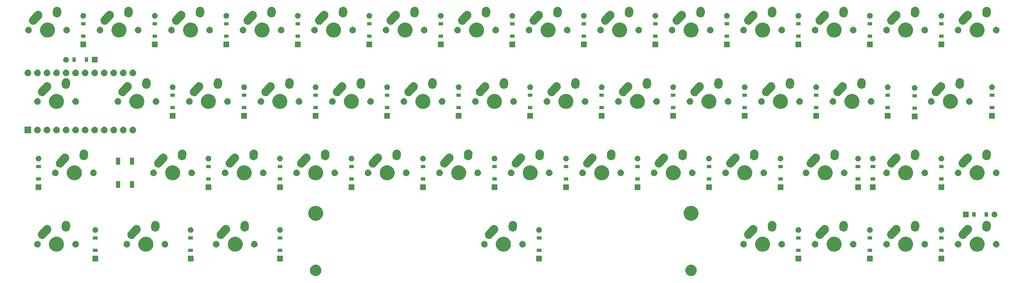
<source format=gbr>
G04 #@! TF.GenerationSoftware,KiCad,Pcbnew,(5.0.2)-1*
G04 #@! TF.CreationDate,2019-05-05T16:29:57-05:00*
G04 #@! TF.ProjectId,SL40,534c3430-2e6b-4696-9361-645f70636258,rev?*
G04 #@! TF.SameCoordinates,Original*
G04 #@! TF.FileFunction,Soldermask,Bot*
G04 #@! TF.FilePolarity,Negative*
%FSLAX46Y46*%
G04 Gerber Fmt 4.6, Leading zero omitted, Abs format (unit mm)*
G04 Created by KiCad (PCBNEW (5.0.2)-1) date 5/5/2019 4:29:57 PM*
%MOMM*%
%LPD*%
G01*
G04 APERTURE LIST*
%ADD10C,0.100000*%
G04 APERTURE END LIST*
D10*
G36*
X195504395Y-125336772D02*
X195700684Y-125375816D01*
X195978035Y-125490699D01*
X196227646Y-125657484D01*
X196439916Y-125869754D01*
X196439918Y-125869757D01*
X196606701Y-126119365D01*
X196721584Y-126396716D01*
X196780150Y-126691149D01*
X196780150Y-126991351D01*
X196721584Y-127285784D01*
X196606701Y-127563135D01*
X196439916Y-127812746D01*
X196227646Y-128025016D01*
X196227643Y-128025018D01*
X195978035Y-128191801D01*
X195700684Y-128306684D01*
X195504395Y-128345728D01*
X195406252Y-128365250D01*
X195106048Y-128365250D01*
X195007905Y-128345728D01*
X194811616Y-128306684D01*
X194534265Y-128191801D01*
X194284657Y-128025018D01*
X194284654Y-128025016D01*
X194072384Y-127812746D01*
X193905599Y-127563135D01*
X193790716Y-127285784D01*
X193732150Y-126991351D01*
X193732150Y-126691149D01*
X193790716Y-126396716D01*
X193905599Y-126119365D01*
X194072382Y-125869757D01*
X194072384Y-125869754D01*
X194284654Y-125657484D01*
X194534265Y-125490699D01*
X194811616Y-125375816D01*
X195007905Y-125336772D01*
X195106048Y-125317250D01*
X195406252Y-125317250D01*
X195504395Y-125336772D01*
X195504395Y-125336772D01*
G37*
G36*
X95504595Y-125336772D02*
X95700884Y-125375816D01*
X95978235Y-125490699D01*
X96227846Y-125657484D01*
X96440116Y-125869754D01*
X96440118Y-125869757D01*
X96606901Y-126119365D01*
X96721784Y-126396716D01*
X96780350Y-126691149D01*
X96780350Y-126991351D01*
X96721784Y-127285784D01*
X96606901Y-127563135D01*
X96440116Y-127812746D01*
X96227846Y-128025016D01*
X96227843Y-128025018D01*
X95978235Y-128191801D01*
X95700884Y-128306684D01*
X95504595Y-128345728D01*
X95406452Y-128365250D01*
X95106248Y-128365250D01*
X95008105Y-128345728D01*
X94811816Y-128306684D01*
X94534465Y-128191801D01*
X94284857Y-128025018D01*
X94284854Y-128025016D01*
X94072584Y-127812746D01*
X93905799Y-127563135D01*
X93790916Y-127285784D01*
X93732350Y-126991351D01*
X93732350Y-126691149D01*
X93790916Y-126396716D01*
X93905799Y-126119365D01*
X94072582Y-125869757D01*
X94072584Y-125869754D01*
X94284854Y-125657484D01*
X94534465Y-125490699D01*
X94811816Y-125375816D01*
X95008105Y-125336772D01*
X95106248Y-125317250D01*
X95406452Y-125317250D01*
X95504595Y-125336772D01*
X95504595Y-125336772D01*
G37*
G36*
X155543250Y-124428250D02*
X154019250Y-124428250D01*
X154019250Y-122904250D01*
X155543250Y-122904250D01*
X155543250Y-124428250D01*
X155543250Y-124428250D01*
G37*
G36*
X262699500Y-124428250D02*
X261175500Y-124428250D01*
X261175500Y-122904250D01*
X262699500Y-122904250D01*
X262699500Y-124428250D01*
X262699500Y-124428250D01*
G37*
G36*
X243649500Y-124428250D02*
X242125500Y-124428250D01*
X242125500Y-122904250D01*
X243649500Y-122904250D01*
X243649500Y-124428250D01*
X243649500Y-124428250D01*
G37*
G36*
X224599500Y-124428250D02*
X223075500Y-124428250D01*
X223075500Y-122904250D01*
X224599500Y-122904250D01*
X224599500Y-124428250D01*
X224599500Y-124428250D01*
G37*
G36*
X86487000Y-124428250D02*
X84963000Y-124428250D01*
X84963000Y-122904250D01*
X86487000Y-122904250D01*
X86487000Y-124428250D01*
X86487000Y-124428250D01*
G37*
G36*
X62674500Y-124428250D02*
X61150500Y-124428250D01*
X61150500Y-122904250D01*
X62674500Y-122904250D01*
X62674500Y-124428250D01*
X62674500Y-124428250D01*
G37*
G36*
X37274500Y-124428250D02*
X35750500Y-124428250D01*
X35750500Y-122904250D01*
X37274500Y-122904250D01*
X37274500Y-124428250D01*
X37274500Y-124428250D01*
G37*
G36*
X37112500Y-121956250D02*
X35912500Y-121956250D01*
X35912500Y-121056250D01*
X37112500Y-121056250D01*
X37112500Y-121956250D01*
X37112500Y-121956250D01*
G37*
G36*
X262537500Y-121956250D02*
X261337500Y-121956250D01*
X261337500Y-121056250D01*
X262537500Y-121056250D01*
X262537500Y-121956250D01*
X262537500Y-121956250D01*
G37*
G36*
X243487500Y-121956250D02*
X242287500Y-121956250D01*
X242287500Y-121056250D01*
X243487500Y-121056250D01*
X243487500Y-121956250D01*
X243487500Y-121956250D01*
G37*
G36*
X224437500Y-121956250D02*
X223237500Y-121956250D01*
X223237500Y-121056250D01*
X224437500Y-121056250D01*
X224437500Y-121956250D01*
X224437500Y-121956250D01*
G37*
G36*
X62512500Y-121956250D02*
X61312500Y-121956250D01*
X61312500Y-121056250D01*
X62512500Y-121056250D01*
X62512500Y-121956250D01*
X62512500Y-121956250D01*
G37*
G36*
X155381250Y-121956250D02*
X154181250Y-121956250D01*
X154181250Y-121056250D01*
X155381250Y-121056250D01*
X155381250Y-121956250D01*
X155381250Y-121956250D01*
G37*
G36*
X86325000Y-121956250D02*
X85125000Y-121956250D01*
X85125000Y-121056250D01*
X86325000Y-121056250D01*
X86325000Y-121956250D01*
X86325000Y-121956250D01*
G37*
G36*
X26775349Y-117938974D02*
X27138216Y-118089278D01*
X27464787Y-118307486D01*
X27742514Y-118585213D01*
X27960722Y-118911784D01*
X28111026Y-119274651D01*
X28187650Y-119659868D01*
X28187650Y-120052632D01*
X28111026Y-120437849D01*
X27960722Y-120800716D01*
X27742514Y-121127287D01*
X27464787Y-121405014D01*
X27138216Y-121623222D01*
X26775349Y-121773526D01*
X26390132Y-121850150D01*
X25997368Y-121850150D01*
X25612151Y-121773526D01*
X25249284Y-121623222D01*
X24922713Y-121405014D01*
X24644986Y-121127287D01*
X24426778Y-120800716D01*
X24276474Y-120437849D01*
X24199850Y-120052632D01*
X24199850Y-119659868D01*
X24276474Y-119274651D01*
X24426778Y-118911784D01*
X24644986Y-118585213D01*
X24922713Y-118307486D01*
X25249284Y-118089278D01*
X25612151Y-117938974D01*
X25997368Y-117862350D01*
X26390132Y-117862350D01*
X26775349Y-117938974D01*
X26775349Y-117938974D01*
G37*
G36*
X252994099Y-117938974D02*
X253356966Y-118089278D01*
X253683537Y-118307486D01*
X253961264Y-118585213D01*
X254179472Y-118911784D01*
X254329776Y-119274651D01*
X254406400Y-119659868D01*
X254406400Y-120052632D01*
X254329776Y-120437849D01*
X254179472Y-120800716D01*
X253961264Y-121127287D01*
X253683537Y-121405014D01*
X253356966Y-121623222D01*
X252994099Y-121773526D01*
X252608882Y-121850150D01*
X252216118Y-121850150D01*
X251830901Y-121773526D01*
X251468034Y-121623222D01*
X251141463Y-121405014D01*
X250863736Y-121127287D01*
X250645528Y-120800716D01*
X250495224Y-120437849D01*
X250418600Y-120052632D01*
X250418600Y-119659868D01*
X250495224Y-119274651D01*
X250645528Y-118911784D01*
X250863736Y-118585213D01*
X251141463Y-118307486D01*
X251468034Y-118089278D01*
X251830901Y-117938974D01*
X252216118Y-117862350D01*
X252608882Y-117862350D01*
X252994099Y-117938974D01*
X252994099Y-117938974D01*
G37*
G36*
X233944099Y-117938974D02*
X234306966Y-118089278D01*
X234633537Y-118307486D01*
X234911264Y-118585213D01*
X235129472Y-118911784D01*
X235279776Y-119274651D01*
X235356400Y-119659868D01*
X235356400Y-120052632D01*
X235279776Y-120437849D01*
X235129472Y-120800716D01*
X234911264Y-121127287D01*
X234633537Y-121405014D01*
X234306966Y-121623222D01*
X233944099Y-121773526D01*
X233558882Y-121850150D01*
X233166118Y-121850150D01*
X232780901Y-121773526D01*
X232418034Y-121623222D01*
X232091463Y-121405014D01*
X231813736Y-121127287D01*
X231595528Y-120800716D01*
X231445224Y-120437849D01*
X231368600Y-120052632D01*
X231368600Y-119659868D01*
X231445224Y-119274651D01*
X231595528Y-118911784D01*
X231813736Y-118585213D01*
X232091463Y-118307486D01*
X232418034Y-118089278D01*
X232780901Y-117938974D01*
X233166118Y-117862350D01*
X233558882Y-117862350D01*
X233944099Y-117938974D01*
X233944099Y-117938974D01*
G37*
G36*
X50587849Y-117938974D02*
X50950716Y-118089278D01*
X51277287Y-118307486D01*
X51555014Y-118585213D01*
X51773222Y-118911784D01*
X51923526Y-119274651D01*
X52000150Y-119659868D01*
X52000150Y-120052632D01*
X51923526Y-120437849D01*
X51773222Y-120800716D01*
X51555014Y-121127287D01*
X51277287Y-121405014D01*
X50950716Y-121623222D01*
X50587849Y-121773526D01*
X50202632Y-121850150D01*
X49809868Y-121850150D01*
X49424651Y-121773526D01*
X49061784Y-121623222D01*
X48735213Y-121405014D01*
X48457486Y-121127287D01*
X48239278Y-120800716D01*
X48088974Y-120437849D01*
X48012350Y-120052632D01*
X48012350Y-119659868D01*
X48088974Y-119274651D01*
X48239278Y-118911784D01*
X48457486Y-118585213D01*
X48735213Y-118307486D01*
X49061784Y-118089278D01*
X49424651Y-117938974D01*
X49809868Y-117862350D01*
X50202632Y-117862350D01*
X50587849Y-117938974D01*
X50587849Y-117938974D01*
G37*
G36*
X214894099Y-117938974D02*
X215256966Y-118089278D01*
X215583537Y-118307486D01*
X215861264Y-118585213D01*
X216079472Y-118911784D01*
X216229776Y-119274651D01*
X216306400Y-119659868D01*
X216306400Y-120052632D01*
X216229776Y-120437849D01*
X216079472Y-120800716D01*
X215861264Y-121127287D01*
X215583537Y-121405014D01*
X215256966Y-121623222D01*
X214894099Y-121773526D01*
X214508882Y-121850150D01*
X214116118Y-121850150D01*
X213730901Y-121773526D01*
X213368034Y-121623222D01*
X213041463Y-121405014D01*
X212763736Y-121127287D01*
X212545528Y-120800716D01*
X212395224Y-120437849D01*
X212318600Y-120052632D01*
X212318600Y-119659868D01*
X212395224Y-119274651D01*
X212545528Y-118911784D01*
X212763736Y-118585213D01*
X213041463Y-118307486D01*
X213368034Y-118089278D01*
X213730901Y-117938974D01*
X214116118Y-117862350D01*
X214508882Y-117862350D01*
X214894099Y-117938974D01*
X214894099Y-117938974D01*
G37*
G36*
X145837849Y-117938974D02*
X146200716Y-118089278D01*
X146527287Y-118307486D01*
X146805014Y-118585213D01*
X147023222Y-118911784D01*
X147173526Y-119274651D01*
X147250150Y-119659868D01*
X147250150Y-120052632D01*
X147173526Y-120437849D01*
X147023222Y-120800716D01*
X146805014Y-121127287D01*
X146527287Y-121405014D01*
X146200716Y-121623222D01*
X145837849Y-121773526D01*
X145452632Y-121850150D01*
X145059868Y-121850150D01*
X144674651Y-121773526D01*
X144311784Y-121623222D01*
X143985213Y-121405014D01*
X143707486Y-121127287D01*
X143489278Y-120800716D01*
X143338974Y-120437849D01*
X143262350Y-120052632D01*
X143262350Y-119659868D01*
X143338974Y-119274651D01*
X143489278Y-118911784D01*
X143707486Y-118585213D01*
X143985213Y-118307486D01*
X144311784Y-118089278D01*
X144674651Y-117938974D01*
X145059868Y-117862350D01*
X145452632Y-117862350D01*
X145837849Y-117938974D01*
X145837849Y-117938974D01*
G37*
G36*
X74400349Y-117938974D02*
X74763216Y-118089278D01*
X75089787Y-118307486D01*
X75367514Y-118585213D01*
X75585722Y-118911784D01*
X75736026Y-119274651D01*
X75812650Y-119659868D01*
X75812650Y-120052632D01*
X75736026Y-120437849D01*
X75585722Y-120800716D01*
X75367514Y-121127287D01*
X75089787Y-121405014D01*
X74763216Y-121623222D01*
X74400349Y-121773526D01*
X74015132Y-121850150D01*
X73622368Y-121850150D01*
X73237151Y-121773526D01*
X72874284Y-121623222D01*
X72547713Y-121405014D01*
X72269986Y-121127287D01*
X72051778Y-120800716D01*
X71901474Y-120437849D01*
X71824850Y-120052632D01*
X71824850Y-119659868D01*
X71901474Y-119274651D01*
X72051778Y-118911784D01*
X72269986Y-118585213D01*
X72547713Y-118307486D01*
X72874284Y-118089278D01*
X73237151Y-117938974D01*
X73622368Y-117862350D01*
X74015132Y-117862350D01*
X74400349Y-117938974D01*
X74400349Y-117938974D01*
G37*
G36*
X272044099Y-117938974D02*
X272406966Y-118089278D01*
X272733537Y-118307486D01*
X273011264Y-118585213D01*
X273229472Y-118911784D01*
X273379776Y-119274651D01*
X273456400Y-119659868D01*
X273456400Y-120052632D01*
X273379776Y-120437849D01*
X273229472Y-120800716D01*
X273011264Y-121127287D01*
X272733537Y-121405014D01*
X272406966Y-121623222D01*
X272044099Y-121773526D01*
X271658882Y-121850150D01*
X271266118Y-121850150D01*
X270880901Y-121773526D01*
X270518034Y-121623222D01*
X270191463Y-121405014D01*
X269913736Y-121127287D01*
X269695528Y-120800716D01*
X269545224Y-120437849D01*
X269468600Y-120052632D01*
X269468600Y-119659868D01*
X269545224Y-119274651D01*
X269695528Y-118911784D01*
X269913736Y-118585213D01*
X270191463Y-118307486D01*
X270518034Y-118089278D01*
X270880901Y-117938974D01*
X271266118Y-117862350D01*
X271658882Y-117862350D01*
X272044099Y-117938974D01*
X272044099Y-117938974D01*
G37*
G36*
X266637728Y-119014875D02*
X266796967Y-119080834D01*
X266940283Y-119176595D01*
X267062155Y-119298467D01*
X267157916Y-119441783D01*
X267223875Y-119601022D01*
X267257500Y-119770069D01*
X267257500Y-119942431D01*
X267223875Y-120111478D01*
X267157916Y-120270717D01*
X267062155Y-120414033D01*
X266940283Y-120535905D01*
X266796967Y-120631666D01*
X266637728Y-120697625D01*
X266468681Y-120731250D01*
X266296319Y-120731250D01*
X266127272Y-120697625D01*
X265968033Y-120631666D01*
X265824717Y-120535905D01*
X265702845Y-120414033D01*
X265607084Y-120270717D01*
X265541125Y-120111478D01*
X265507500Y-119942431D01*
X265507500Y-119770069D01*
X265541125Y-119601022D01*
X265607084Y-119441783D01*
X265702845Y-119298467D01*
X265824717Y-119176595D01*
X265968033Y-119080834D01*
X266127272Y-119014875D01*
X266296319Y-118981250D01*
X266468681Y-118981250D01*
X266637728Y-119014875D01*
X266637728Y-119014875D01*
G37*
G36*
X219647728Y-119014875D02*
X219806967Y-119080834D01*
X219950283Y-119176595D01*
X220072155Y-119298467D01*
X220167916Y-119441783D01*
X220233875Y-119601022D01*
X220267500Y-119770069D01*
X220267500Y-119942431D01*
X220233875Y-120111478D01*
X220167916Y-120270717D01*
X220072155Y-120414033D01*
X219950283Y-120535905D01*
X219806967Y-120631666D01*
X219647728Y-120697625D01*
X219478681Y-120731250D01*
X219306319Y-120731250D01*
X219137272Y-120697625D01*
X218978033Y-120631666D01*
X218834717Y-120535905D01*
X218712845Y-120414033D01*
X218617084Y-120270717D01*
X218551125Y-120111478D01*
X218517500Y-119942431D01*
X218517500Y-119770069D01*
X218551125Y-119601022D01*
X218617084Y-119441783D01*
X218712845Y-119298467D01*
X218834717Y-119176595D01*
X218978033Y-119080834D01*
X219137272Y-119014875D01*
X219306319Y-118981250D01*
X219478681Y-118981250D01*
X219647728Y-119014875D01*
X219647728Y-119014875D01*
G37*
G36*
X238697728Y-119014875D02*
X238856967Y-119080834D01*
X239000283Y-119176595D01*
X239122155Y-119298467D01*
X239217916Y-119441783D01*
X239283875Y-119601022D01*
X239317500Y-119770069D01*
X239317500Y-119942431D01*
X239283875Y-120111478D01*
X239217916Y-120270717D01*
X239122155Y-120414033D01*
X239000283Y-120535905D01*
X238856967Y-120631666D01*
X238697728Y-120697625D01*
X238528681Y-120731250D01*
X238356319Y-120731250D01*
X238187272Y-120697625D01*
X238028033Y-120631666D01*
X237884717Y-120535905D01*
X237762845Y-120414033D01*
X237667084Y-120270717D01*
X237601125Y-120111478D01*
X237567500Y-119942431D01*
X237567500Y-119770069D01*
X237601125Y-119601022D01*
X237667084Y-119441783D01*
X237762845Y-119298467D01*
X237884717Y-119176595D01*
X238028033Y-119080834D01*
X238187272Y-119014875D01*
X238356319Y-118981250D01*
X238528681Y-118981250D01*
X238697728Y-119014875D01*
X238697728Y-119014875D01*
G37*
G36*
X140431478Y-119014875D02*
X140590717Y-119080834D01*
X140734033Y-119176595D01*
X140855905Y-119298467D01*
X140951666Y-119441783D01*
X141017625Y-119601022D01*
X141051250Y-119770069D01*
X141051250Y-119942431D01*
X141017625Y-120111478D01*
X140951666Y-120270717D01*
X140855905Y-120414033D01*
X140734033Y-120535905D01*
X140590717Y-120631666D01*
X140431478Y-120697625D01*
X140262431Y-120731250D01*
X140090069Y-120731250D01*
X139921022Y-120697625D01*
X139761783Y-120631666D01*
X139618467Y-120535905D01*
X139496595Y-120414033D01*
X139400834Y-120270717D01*
X139334875Y-120111478D01*
X139301250Y-119942431D01*
X139301250Y-119770069D01*
X139334875Y-119601022D01*
X139400834Y-119441783D01*
X139496595Y-119298467D01*
X139618467Y-119176595D01*
X139761783Y-119080834D01*
X139921022Y-119014875D01*
X140090069Y-118981250D01*
X140262431Y-118981250D01*
X140431478Y-119014875D01*
X140431478Y-119014875D01*
G37*
G36*
X150591478Y-119014875D02*
X150750717Y-119080834D01*
X150894033Y-119176595D01*
X151015905Y-119298467D01*
X151111666Y-119441783D01*
X151177625Y-119601022D01*
X151211250Y-119770069D01*
X151211250Y-119942431D01*
X151177625Y-120111478D01*
X151111666Y-120270717D01*
X151015905Y-120414033D01*
X150894033Y-120535905D01*
X150750717Y-120631666D01*
X150591478Y-120697625D01*
X150422431Y-120731250D01*
X150250069Y-120731250D01*
X150081022Y-120697625D01*
X149921783Y-120631666D01*
X149778467Y-120535905D01*
X149656595Y-120414033D01*
X149560834Y-120270717D01*
X149494875Y-120111478D01*
X149461250Y-119942431D01*
X149461250Y-119770069D01*
X149494875Y-119601022D01*
X149560834Y-119441783D01*
X149656595Y-119298467D01*
X149778467Y-119176595D01*
X149921783Y-119080834D01*
X150081022Y-119014875D01*
X150250069Y-118981250D01*
X150422431Y-118981250D01*
X150591478Y-119014875D01*
X150591478Y-119014875D01*
G37*
G36*
X228537728Y-119014875D02*
X228696967Y-119080834D01*
X228840283Y-119176595D01*
X228962155Y-119298467D01*
X229057916Y-119441783D01*
X229123875Y-119601022D01*
X229157500Y-119770069D01*
X229157500Y-119942431D01*
X229123875Y-120111478D01*
X229057916Y-120270717D01*
X228962155Y-120414033D01*
X228840283Y-120535905D01*
X228696967Y-120631666D01*
X228537728Y-120697625D01*
X228368681Y-120731250D01*
X228196319Y-120731250D01*
X228027272Y-120697625D01*
X227868033Y-120631666D01*
X227724717Y-120535905D01*
X227602845Y-120414033D01*
X227507084Y-120270717D01*
X227441125Y-120111478D01*
X227407500Y-119942431D01*
X227407500Y-119770069D01*
X227441125Y-119601022D01*
X227507084Y-119441783D01*
X227602845Y-119298467D01*
X227724717Y-119176595D01*
X227868033Y-119080834D01*
X228027272Y-119014875D01*
X228196319Y-118981250D01*
X228368681Y-118981250D01*
X228537728Y-119014875D01*
X228537728Y-119014875D01*
G37*
G36*
X79153978Y-119014875D02*
X79313217Y-119080834D01*
X79456533Y-119176595D01*
X79578405Y-119298467D01*
X79674166Y-119441783D01*
X79740125Y-119601022D01*
X79773750Y-119770069D01*
X79773750Y-119942431D01*
X79740125Y-120111478D01*
X79674166Y-120270717D01*
X79578405Y-120414033D01*
X79456533Y-120535905D01*
X79313217Y-120631666D01*
X79153978Y-120697625D01*
X78984931Y-120731250D01*
X78812569Y-120731250D01*
X78643522Y-120697625D01*
X78484283Y-120631666D01*
X78340967Y-120535905D01*
X78219095Y-120414033D01*
X78123334Y-120270717D01*
X78057375Y-120111478D01*
X78023750Y-119942431D01*
X78023750Y-119770069D01*
X78057375Y-119601022D01*
X78123334Y-119441783D01*
X78219095Y-119298467D01*
X78340967Y-119176595D01*
X78484283Y-119080834D01*
X78643522Y-119014875D01*
X78812569Y-118981250D01*
X78984931Y-118981250D01*
X79153978Y-119014875D01*
X79153978Y-119014875D01*
G37*
G36*
X209487728Y-119014875D02*
X209646967Y-119080834D01*
X209790283Y-119176595D01*
X209912155Y-119298467D01*
X210007916Y-119441783D01*
X210073875Y-119601022D01*
X210107500Y-119770069D01*
X210107500Y-119942431D01*
X210073875Y-120111478D01*
X210007916Y-120270717D01*
X209912155Y-120414033D01*
X209790283Y-120535905D01*
X209646967Y-120631666D01*
X209487728Y-120697625D01*
X209318681Y-120731250D01*
X209146319Y-120731250D01*
X208977272Y-120697625D01*
X208818033Y-120631666D01*
X208674717Y-120535905D01*
X208552845Y-120414033D01*
X208457084Y-120270717D01*
X208391125Y-120111478D01*
X208357500Y-119942431D01*
X208357500Y-119770069D01*
X208391125Y-119601022D01*
X208457084Y-119441783D01*
X208552845Y-119298467D01*
X208674717Y-119176595D01*
X208818033Y-119080834D01*
X208977272Y-119014875D01*
X209146319Y-118981250D01*
X209318681Y-118981250D01*
X209487728Y-119014875D01*
X209487728Y-119014875D01*
G37*
G36*
X276797728Y-119014875D02*
X276956967Y-119080834D01*
X277100283Y-119176595D01*
X277222155Y-119298467D01*
X277317916Y-119441783D01*
X277383875Y-119601022D01*
X277417500Y-119770069D01*
X277417500Y-119942431D01*
X277383875Y-120111478D01*
X277317916Y-120270717D01*
X277222155Y-120414033D01*
X277100283Y-120535905D01*
X276956967Y-120631666D01*
X276797728Y-120697625D01*
X276628681Y-120731250D01*
X276456319Y-120731250D01*
X276287272Y-120697625D01*
X276128033Y-120631666D01*
X275984717Y-120535905D01*
X275862845Y-120414033D01*
X275767084Y-120270717D01*
X275701125Y-120111478D01*
X275667500Y-119942431D01*
X275667500Y-119770069D01*
X275701125Y-119601022D01*
X275767084Y-119441783D01*
X275862845Y-119298467D01*
X275984717Y-119176595D01*
X276128033Y-119080834D01*
X276287272Y-119014875D01*
X276456319Y-118981250D01*
X276628681Y-118981250D01*
X276797728Y-119014875D01*
X276797728Y-119014875D01*
G37*
G36*
X31528978Y-119014875D02*
X31688217Y-119080834D01*
X31831533Y-119176595D01*
X31953405Y-119298467D01*
X32049166Y-119441783D01*
X32115125Y-119601022D01*
X32148750Y-119770069D01*
X32148750Y-119942431D01*
X32115125Y-120111478D01*
X32049166Y-120270717D01*
X31953405Y-120414033D01*
X31831533Y-120535905D01*
X31688217Y-120631666D01*
X31528978Y-120697625D01*
X31359931Y-120731250D01*
X31187569Y-120731250D01*
X31018522Y-120697625D01*
X30859283Y-120631666D01*
X30715967Y-120535905D01*
X30594095Y-120414033D01*
X30498334Y-120270717D01*
X30432375Y-120111478D01*
X30398750Y-119942431D01*
X30398750Y-119770069D01*
X30432375Y-119601022D01*
X30498334Y-119441783D01*
X30594095Y-119298467D01*
X30715967Y-119176595D01*
X30859283Y-119080834D01*
X31018522Y-119014875D01*
X31187569Y-118981250D01*
X31359931Y-118981250D01*
X31528978Y-119014875D01*
X31528978Y-119014875D01*
G37*
G36*
X55341478Y-119014875D02*
X55500717Y-119080834D01*
X55644033Y-119176595D01*
X55765905Y-119298467D01*
X55861666Y-119441783D01*
X55927625Y-119601022D01*
X55961250Y-119770069D01*
X55961250Y-119942431D01*
X55927625Y-120111478D01*
X55861666Y-120270717D01*
X55765905Y-120414033D01*
X55644033Y-120535905D01*
X55500717Y-120631666D01*
X55341478Y-120697625D01*
X55172431Y-120731250D01*
X55000069Y-120731250D01*
X54831022Y-120697625D01*
X54671783Y-120631666D01*
X54528467Y-120535905D01*
X54406595Y-120414033D01*
X54310834Y-120270717D01*
X54244875Y-120111478D01*
X54211250Y-119942431D01*
X54211250Y-119770069D01*
X54244875Y-119601022D01*
X54310834Y-119441783D01*
X54406595Y-119298467D01*
X54528467Y-119176595D01*
X54671783Y-119080834D01*
X54831022Y-119014875D01*
X55000069Y-118981250D01*
X55172431Y-118981250D01*
X55341478Y-119014875D01*
X55341478Y-119014875D01*
G37*
G36*
X21368978Y-119014875D02*
X21528217Y-119080834D01*
X21671533Y-119176595D01*
X21793405Y-119298467D01*
X21889166Y-119441783D01*
X21955125Y-119601022D01*
X21988750Y-119770069D01*
X21988750Y-119942431D01*
X21955125Y-120111478D01*
X21889166Y-120270717D01*
X21793405Y-120414033D01*
X21671533Y-120535905D01*
X21528217Y-120631666D01*
X21368978Y-120697625D01*
X21199931Y-120731250D01*
X21027569Y-120731250D01*
X20858522Y-120697625D01*
X20699283Y-120631666D01*
X20555967Y-120535905D01*
X20434095Y-120414033D01*
X20338334Y-120270717D01*
X20272375Y-120111478D01*
X20238750Y-119942431D01*
X20238750Y-119770069D01*
X20272375Y-119601022D01*
X20338334Y-119441783D01*
X20434095Y-119298467D01*
X20555967Y-119176595D01*
X20699283Y-119080834D01*
X20858522Y-119014875D01*
X21027569Y-118981250D01*
X21199931Y-118981250D01*
X21368978Y-119014875D01*
X21368978Y-119014875D01*
G37*
G36*
X257747728Y-119014875D02*
X257906967Y-119080834D01*
X258050283Y-119176595D01*
X258172155Y-119298467D01*
X258267916Y-119441783D01*
X258333875Y-119601022D01*
X258367500Y-119770069D01*
X258367500Y-119942431D01*
X258333875Y-120111478D01*
X258267916Y-120270717D01*
X258172155Y-120414033D01*
X258050283Y-120535905D01*
X257906967Y-120631666D01*
X257747728Y-120697625D01*
X257578681Y-120731250D01*
X257406319Y-120731250D01*
X257237272Y-120697625D01*
X257078033Y-120631666D01*
X256934717Y-120535905D01*
X256812845Y-120414033D01*
X256717084Y-120270717D01*
X256651125Y-120111478D01*
X256617500Y-119942431D01*
X256617500Y-119770069D01*
X256651125Y-119601022D01*
X256717084Y-119441783D01*
X256812845Y-119298467D01*
X256934717Y-119176595D01*
X257078033Y-119080834D01*
X257237272Y-119014875D01*
X257406319Y-118981250D01*
X257578681Y-118981250D01*
X257747728Y-119014875D01*
X257747728Y-119014875D01*
G37*
G36*
X45181478Y-119014875D02*
X45340717Y-119080834D01*
X45484033Y-119176595D01*
X45605905Y-119298467D01*
X45701666Y-119441783D01*
X45767625Y-119601022D01*
X45801250Y-119770069D01*
X45801250Y-119942431D01*
X45767625Y-120111478D01*
X45701666Y-120270717D01*
X45605905Y-120414033D01*
X45484033Y-120535905D01*
X45340717Y-120631666D01*
X45181478Y-120697625D01*
X45012431Y-120731250D01*
X44840069Y-120731250D01*
X44671022Y-120697625D01*
X44511783Y-120631666D01*
X44368467Y-120535905D01*
X44246595Y-120414033D01*
X44150834Y-120270717D01*
X44084875Y-120111478D01*
X44051250Y-119942431D01*
X44051250Y-119770069D01*
X44084875Y-119601022D01*
X44150834Y-119441783D01*
X44246595Y-119298467D01*
X44368467Y-119176595D01*
X44511783Y-119080834D01*
X44671022Y-119014875D01*
X44840069Y-118981250D01*
X45012431Y-118981250D01*
X45181478Y-119014875D01*
X45181478Y-119014875D01*
G37*
G36*
X247587728Y-119014875D02*
X247746967Y-119080834D01*
X247890283Y-119176595D01*
X248012155Y-119298467D01*
X248107916Y-119441783D01*
X248173875Y-119601022D01*
X248207500Y-119770069D01*
X248207500Y-119942431D01*
X248173875Y-120111478D01*
X248107916Y-120270717D01*
X248012155Y-120414033D01*
X247890283Y-120535905D01*
X247746967Y-120631666D01*
X247587728Y-120697625D01*
X247418681Y-120731250D01*
X247246319Y-120731250D01*
X247077272Y-120697625D01*
X246918033Y-120631666D01*
X246774717Y-120535905D01*
X246652845Y-120414033D01*
X246557084Y-120270717D01*
X246491125Y-120111478D01*
X246457500Y-119942431D01*
X246457500Y-119770069D01*
X246491125Y-119601022D01*
X246557084Y-119441783D01*
X246652845Y-119298467D01*
X246774717Y-119176595D01*
X246918033Y-119080834D01*
X247077272Y-119014875D01*
X247246319Y-118981250D01*
X247418681Y-118981250D01*
X247587728Y-119014875D01*
X247587728Y-119014875D01*
G37*
G36*
X68993978Y-119014875D02*
X69153217Y-119080834D01*
X69296533Y-119176595D01*
X69418405Y-119298467D01*
X69514166Y-119441783D01*
X69580125Y-119601022D01*
X69613750Y-119770069D01*
X69613750Y-119942431D01*
X69580125Y-120111478D01*
X69514166Y-120270717D01*
X69418405Y-120414033D01*
X69296533Y-120535905D01*
X69153217Y-120631666D01*
X68993978Y-120697625D01*
X68824931Y-120731250D01*
X68652569Y-120731250D01*
X68483522Y-120697625D01*
X68324283Y-120631666D01*
X68180967Y-120535905D01*
X68059095Y-120414033D01*
X67963334Y-120270717D01*
X67897375Y-120111478D01*
X67863750Y-119942431D01*
X67863750Y-119770069D01*
X67897375Y-119601022D01*
X67963334Y-119441783D01*
X68059095Y-119298467D01*
X68180967Y-119176595D01*
X68324283Y-119080834D01*
X68483522Y-119014875D01*
X68652569Y-118981250D01*
X68824931Y-118981250D01*
X68993978Y-119014875D01*
X68993978Y-119014875D01*
G37*
G36*
X86325000Y-118656250D02*
X85125000Y-118656250D01*
X85125000Y-117756250D01*
X86325000Y-117756250D01*
X86325000Y-118656250D01*
X86325000Y-118656250D01*
G37*
G36*
X155381250Y-118656250D02*
X154181250Y-118656250D01*
X154181250Y-117756250D01*
X155381250Y-117756250D01*
X155381250Y-118656250D01*
X155381250Y-118656250D01*
G37*
G36*
X37112500Y-118656250D02*
X35912500Y-118656250D01*
X35912500Y-117756250D01*
X37112500Y-117756250D01*
X37112500Y-118656250D01*
X37112500Y-118656250D01*
G37*
G36*
X224437500Y-118656250D02*
X223237500Y-118656250D01*
X223237500Y-117756250D01*
X224437500Y-117756250D01*
X224437500Y-118656250D01*
X224437500Y-118656250D01*
G37*
G36*
X243487500Y-118656250D02*
X242287500Y-118656250D01*
X242287500Y-117756250D01*
X243487500Y-117756250D01*
X243487500Y-118656250D01*
X243487500Y-118656250D01*
G37*
G36*
X62512500Y-118656250D02*
X61312500Y-118656250D01*
X61312500Y-117756250D01*
X62512500Y-117756250D01*
X62512500Y-118656250D01*
X62512500Y-118656250D01*
G37*
G36*
X262537500Y-118656250D02*
X261337500Y-118656250D01*
X261337500Y-117756250D01*
X262537500Y-117756250D01*
X262537500Y-118656250D01*
X262537500Y-118656250D01*
G37*
G36*
X230884540Y-114731129D02*
X230890042Y-114731250D01*
X230973303Y-114731250D01*
X230988458Y-114734264D01*
X231007334Y-114736545D01*
X231020705Y-114737135D01*
X231022767Y-114737226D01*
X231054631Y-114745038D01*
X231103627Y-114757050D01*
X231109006Y-114758243D01*
X231190650Y-114774483D01*
X231204920Y-114780394D01*
X231222990Y-114786314D01*
X231237999Y-114789994D01*
X231313448Y-114825217D01*
X231318475Y-114827430D01*
X231395387Y-114859288D01*
X231408237Y-114867874D01*
X231424790Y-114877197D01*
X231438800Y-114883737D01*
X231438802Y-114883738D01*
X231505935Y-114933008D01*
X231510447Y-114936169D01*
X231579647Y-114982407D01*
X231590563Y-114993323D01*
X231604993Y-115005708D01*
X231617454Y-115014853D01*
X231673692Y-115076281D01*
X231677501Y-115080261D01*
X231736342Y-115139102D01*
X231744923Y-115151944D01*
X231756658Y-115166902D01*
X231767094Y-115178301D01*
X231810271Y-115249526D01*
X231813221Y-115254159D01*
X231859462Y-115323363D01*
X231865374Y-115337636D01*
X231873961Y-115354589D01*
X231881978Y-115367813D01*
X231910431Y-115446095D01*
X231912426Y-115451229D01*
X231932621Y-115499983D01*
X231944267Y-115528101D01*
X231947278Y-115543238D01*
X231952396Y-115561554D01*
X231957676Y-115576081D01*
X231970309Y-115658404D01*
X231971261Y-115663806D01*
X231981637Y-115715972D01*
X231987500Y-115745448D01*
X231987500Y-115760887D01*
X231988946Y-115779842D01*
X231991291Y-115795125D01*
X231988444Y-115859683D01*
X231987621Y-115878328D01*
X231987500Y-115883836D01*
X231987500Y-115967053D01*
X231986675Y-115971200D01*
X231984488Y-115982194D01*
X231982208Y-116001070D01*
X231981526Y-116016519D01*
X231961693Y-116097415D01*
X231960503Y-116102775D01*
X231944267Y-116184400D01*
X231938359Y-116198663D01*
X231932440Y-116216731D01*
X231928759Y-116231747D01*
X231893523Y-116307223D01*
X231891311Y-116312246D01*
X231859462Y-116389137D01*
X231850879Y-116401982D01*
X231841559Y-116418531D01*
X231835015Y-116432549D01*
X231785720Y-116499716D01*
X231782583Y-116504194D01*
X231764005Y-116531997D01*
X231736342Y-116573398D01*
X231681943Y-116627797D01*
X231677293Y-116632705D01*
X231597597Y-116721526D01*
X230352937Y-118108701D01*
X230230445Y-118220844D01*
X230040939Y-118335724D01*
X229832669Y-118411424D01*
X229613625Y-118445039D01*
X229613624Y-118445039D01*
X229392235Y-118435274D01*
X229294955Y-118411424D01*
X229177002Y-118382506D01*
X228976201Y-118288762D01*
X228797548Y-118157647D01*
X228647906Y-117994195D01*
X228533026Y-117804689D01*
X228457326Y-117596419D01*
X228423711Y-117377375D01*
X228433476Y-117155986D01*
X228486244Y-116940752D01*
X228579988Y-116739951D01*
X228678248Y-116606066D01*
X228773687Y-116499699D01*
X229965682Y-115171217D01*
X229976567Y-115157198D01*
X229988656Y-115139105D01*
X229988657Y-115139104D01*
X229988659Y-115139101D01*
X230043105Y-115084655D01*
X230047745Y-115079757D01*
X230062064Y-115063799D01*
X230082499Y-115045090D01*
X230086467Y-115041293D01*
X230145352Y-114982408D01*
X230158205Y-114973820D01*
X230173168Y-114962082D01*
X230184556Y-114951656D01*
X230255734Y-114908507D01*
X230260369Y-114905556D01*
X230329613Y-114859288D01*
X230343892Y-114853373D01*
X230360850Y-114844784D01*
X230374059Y-114836777D01*
X230452295Y-114808341D01*
X230457390Y-114806361D01*
X230534350Y-114774483D01*
X230549509Y-114771468D01*
X230567819Y-114766351D01*
X230582333Y-114761076D01*
X230664605Y-114748450D01*
X230670030Y-114747494D01*
X230751696Y-114731250D01*
X230767151Y-114731250D01*
X230786108Y-114729804D01*
X230795151Y-114728416D01*
X230801376Y-114727461D01*
X230801377Y-114727461D01*
X230884540Y-114731129D01*
X230884540Y-114731129D01*
G37*
G36*
X23715790Y-114731129D02*
X23721292Y-114731250D01*
X23804553Y-114731250D01*
X23819708Y-114734264D01*
X23838584Y-114736545D01*
X23851955Y-114737135D01*
X23854017Y-114737226D01*
X23885881Y-114745038D01*
X23934877Y-114757050D01*
X23940256Y-114758243D01*
X24021900Y-114774483D01*
X24036170Y-114780394D01*
X24054240Y-114786314D01*
X24069249Y-114789994D01*
X24144698Y-114825217D01*
X24149725Y-114827430D01*
X24226637Y-114859288D01*
X24239487Y-114867874D01*
X24256040Y-114877197D01*
X24270050Y-114883737D01*
X24270052Y-114883738D01*
X24337185Y-114933008D01*
X24341697Y-114936169D01*
X24410897Y-114982407D01*
X24421813Y-114993323D01*
X24436243Y-115005708D01*
X24448704Y-115014853D01*
X24504942Y-115076281D01*
X24508751Y-115080261D01*
X24567592Y-115139102D01*
X24576173Y-115151944D01*
X24587908Y-115166902D01*
X24598344Y-115178301D01*
X24641521Y-115249526D01*
X24644471Y-115254159D01*
X24690712Y-115323363D01*
X24696624Y-115337636D01*
X24705211Y-115354589D01*
X24713228Y-115367813D01*
X24741681Y-115446095D01*
X24743676Y-115451229D01*
X24763871Y-115499983D01*
X24775517Y-115528101D01*
X24778528Y-115543238D01*
X24783646Y-115561554D01*
X24788926Y-115576081D01*
X24801559Y-115658404D01*
X24802511Y-115663806D01*
X24812887Y-115715972D01*
X24818750Y-115745448D01*
X24818750Y-115760887D01*
X24820196Y-115779842D01*
X24822541Y-115795125D01*
X24819694Y-115859683D01*
X24818871Y-115878328D01*
X24818750Y-115883836D01*
X24818750Y-115967053D01*
X24817925Y-115971200D01*
X24815738Y-115982194D01*
X24813458Y-116001070D01*
X24812776Y-116016519D01*
X24792943Y-116097415D01*
X24791753Y-116102775D01*
X24775517Y-116184400D01*
X24769609Y-116198663D01*
X24763690Y-116216731D01*
X24760009Y-116231747D01*
X24724773Y-116307223D01*
X24722561Y-116312246D01*
X24690712Y-116389137D01*
X24682129Y-116401982D01*
X24672809Y-116418531D01*
X24666265Y-116432549D01*
X24616970Y-116499716D01*
X24613833Y-116504194D01*
X24595255Y-116531997D01*
X24567592Y-116573398D01*
X24513193Y-116627797D01*
X24508543Y-116632705D01*
X24428847Y-116721526D01*
X23184187Y-118108701D01*
X23061695Y-118220844D01*
X22872189Y-118335724D01*
X22663919Y-118411424D01*
X22444875Y-118445039D01*
X22444874Y-118445039D01*
X22223485Y-118435274D01*
X22126205Y-118411424D01*
X22008252Y-118382506D01*
X21807451Y-118288762D01*
X21628798Y-118157647D01*
X21479156Y-117994195D01*
X21364276Y-117804689D01*
X21288576Y-117596419D01*
X21254961Y-117377375D01*
X21264726Y-117155986D01*
X21317494Y-116940752D01*
X21411238Y-116739951D01*
X21509498Y-116606066D01*
X21604937Y-116499699D01*
X22796932Y-115171217D01*
X22807817Y-115157198D01*
X22819906Y-115139105D01*
X22819907Y-115139104D01*
X22819909Y-115139101D01*
X22874355Y-115084655D01*
X22878995Y-115079757D01*
X22893314Y-115063799D01*
X22913749Y-115045090D01*
X22917717Y-115041293D01*
X22976602Y-114982408D01*
X22989455Y-114973820D01*
X23004418Y-114962082D01*
X23015806Y-114951656D01*
X23086984Y-114908507D01*
X23091619Y-114905556D01*
X23160863Y-114859288D01*
X23175142Y-114853373D01*
X23192100Y-114844784D01*
X23205309Y-114836777D01*
X23283545Y-114808341D01*
X23288640Y-114806361D01*
X23365600Y-114774483D01*
X23380759Y-114771468D01*
X23399069Y-114766351D01*
X23413583Y-114761076D01*
X23495855Y-114748450D01*
X23501280Y-114747494D01*
X23582946Y-114731250D01*
X23598401Y-114731250D01*
X23617358Y-114729804D01*
X23626401Y-114728416D01*
X23632626Y-114727461D01*
X23632627Y-114727461D01*
X23715790Y-114731129D01*
X23715790Y-114731129D01*
G37*
G36*
X47528290Y-114731129D02*
X47533792Y-114731250D01*
X47617053Y-114731250D01*
X47632208Y-114734264D01*
X47651084Y-114736545D01*
X47664455Y-114737135D01*
X47666517Y-114737226D01*
X47698381Y-114745038D01*
X47747377Y-114757050D01*
X47752756Y-114758243D01*
X47834400Y-114774483D01*
X47848670Y-114780394D01*
X47866740Y-114786314D01*
X47881749Y-114789994D01*
X47957198Y-114825217D01*
X47962225Y-114827430D01*
X48039137Y-114859288D01*
X48051987Y-114867874D01*
X48068540Y-114877197D01*
X48082550Y-114883737D01*
X48082552Y-114883738D01*
X48149685Y-114933008D01*
X48154197Y-114936169D01*
X48223397Y-114982407D01*
X48234313Y-114993323D01*
X48248743Y-115005708D01*
X48261204Y-115014853D01*
X48317442Y-115076281D01*
X48321251Y-115080261D01*
X48380092Y-115139102D01*
X48388673Y-115151944D01*
X48400408Y-115166902D01*
X48410844Y-115178301D01*
X48454021Y-115249526D01*
X48456971Y-115254159D01*
X48503212Y-115323363D01*
X48509124Y-115337636D01*
X48517711Y-115354589D01*
X48525728Y-115367813D01*
X48554181Y-115446095D01*
X48556176Y-115451229D01*
X48576371Y-115499983D01*
X48588017Y-115528101D01*
X48591028Y-115543238D01*
X48596146Y-115561554D01*
X48601426Y-115576081D01*
X48614059Y-115658404D01*
X48615011Y-115663806D01*
X48625387Y-115715972D01*
X48631250Y-115745448D01*
X48631250Y-115760887D01*
X48632696Y-115779842D01*
X48635041Y-115795125D01*
X48632194Y-115859683D01*
X48631371Y-115878328D01*
X48631250Y-115883836D01*
X48631250Y-115967053D01*
X48630425Y-115971200D01*
X48628238Y-115982194D01*
X48625958Y-116001070D01*
X48625276Y-116016519D01*
X48605443Y-116097415D01*
X48604253Y-116102775D01*
X48588017Y-116184400D01*
X48582109Y-116198663D01*
X48576190Y-116216731D01*
X48572509Y-116231747D01*
X48537273Y-116307223D01*
X48535061Y-116312246D01*
X48503212Y-116389137D01*
X48494629Y-116401982D01*
X48485309Y-116418531D01*
X48478765Y-116432549D01*
X48429470Y-116499716D01*
X48426333Y-116504194D01*
X48407755Y-116531997D01*
X48380092Y-116573398D01*
X48325693Y-116627797D01*
X48321043Y-116632705D01*
X48241347Y-116721526D01*
X46996687Y-118108701D01*
X46874195Y-118220844D01*
X46684689Y-118335724D01*
X46476419Y-118411424D01*
X46257375Y-118445039D01*
X46257374Y-118445039D01*
X46035985Y-118435274D01*
X45938705Y-118411424D01*
X45820752Y-118382506D01*
X45619951Y-118288762D01*
X45441298Y-118157647D01*
X45291656Y-117994195D01*
X45176776Y-117804689D01*
X45101076Y-117596419D01*
X45067461Y-117377375D01*
X45077226Y-117155986D01*
X45129994Y-116940752D01*
X45223738Y-116739951D01*
X45321998Y-116606066D01*
X45417437Y-116499699D01*
X46609432Y-115171217D01*
X46620317Y-115157198D01*
X46632406Y-115139105D01*
X46632407Y-115139104D01*
X46632409Y-115139101D01*
X46686855Y-115084655D01*
X46691495Y-115079757D01*
X46705814Y-115063799D01*
X46726249Y-115045090D01*
X46730217Y-115041293D01*
X46789102Y-114982408D01*
X46801955Y-114973820D01*
X46816918Y-114962082D01*
X46828306Y-114951656D01*
X46899484Y-114908507D01*
X46904119Y-114905556D01*
X46973363Y-114859288D01*
X46987642Y-114853373D01*
X47004600Y-114844784D01*
X47017809Y-114836777D01*
X47096045Y-114808341D01*
X47101140Y-114806361D01*
X47178100Y-114774483D01*
X47193259Y-114771468D01*
X47211569Y-114766351D01*
X47226083Y-114761076D01*
X47308355Y-114748450D01*
X47313780Y-114747494D01*
X47395446Y-114731250D01*
X47410901Y-114731250D01*
X47429858Y-114729804D01*
X47438901Y-114728416D01*
X47445126Y-114727461D01*
X47445127Y-114727461D01*
X47528290Y-114731129D01*
X47528290Y-114731129D01*
G37*
G36*
X211834540Y-114731129D02*
X211840042Y-114731250D01*
X211923303Y-114731250D01*
X211938458Y-114734264D01*
X211957334Y-114736545D01*
X211970705Y-114737135D01*
X211972767Y-114737226D01*
X212004631Y-114745038D01*
X212053627Y-114757050D01*
X212059006Y-114758243D01*
X212140650Y-114774483D01*
X212154920Y-114780394D01*
X212172990Y-114786314D01*
X212187999Y-114789994D01*
X212263448Y-114825217D01*
X212268475Y-114827430D01*
X212345387Y-114859288D01*
X212358237Y-114867874D01*
X212374790Y-114877197D01*
X212388800Y-114883737D01*
X212388802Y-114883738D01*
X212455935Y-114933008D01*
X212460447Y-114936169D01*
X212529647Y-114982407D01*
X212540563Y-114993323D01*
X212554993Y-115005708D01*
X212567454Y-115014853D01*
X212623692Y-115076281D01*
X212627501Y-115080261D01*
X212686342Y-115139102D01*
X212694923Y-115151944D01*
X212706658Y-115166902D01*
X212717094Y-115178301D01*
X212760271Y-115249526D01*
X212763221Y-115254159D01*
X212809462Y-115323363D01*
X212815374Y-115337636D01*
X212823961Y-115354589D01*
X212831978Y-115367813D01*
X212860431Y-115446095D01*
X212862426Y-115451229D01*
X212882621Y-115499983D01*
X212894267Y-115528101D01*
X212897278Y-115543238D01*
X212902396Y-115561554D01*
X212907676Y-115576081D01*
X212920309Y-115658404D01*
X212921261Y-115663806D01*
X212931637Y-115715972D01*
X212937500Y-115745448D01*
X212937500Y-115760887D01*
X212938946Y-115779842D01*
X212941291Y-115795125D01*
X212938444Y-115859683D01*
X212937621Y-115878328D01*
X212937500Y-115883836D01*
X212937500Y-115967053D01*
X212936675Y-115971200D01*
X212934488Y-115982194D01*
X212932208Y-116001070D01*
X212931526Y-116016519D01*
X212911693Y-116097415D01*
X212910503Y-116102775D01*
X212894267Y-116184400D01*
X212888359Y-116198663D01*
X212882440Y-116216731D01*
X212878759Y-116231747D01*
X212843523Y-116307223D01*
X212841311Y-116312246D01*
X212809462Y-116389137D01*
X212800879Y-116401982D01*
X212791559Y-116418531D01*
X212785015Y-116432549D01*
X212735720Y-116499716D01*
X212732583Y-116504194D01*
X212714005Y-116531997D01*
X212686342Y-116573398D01*
X212631943Y-116627797D01*
X212627293Y-116632705D01*
X212547597Y-116721526D01*
X211302937Y-118108701D01*
X211180445Y-118220844D01*
X210990939Y-118335724D01*
X210782669Y-118411424D01*
X210563625Y-118445039D01*
X210563624Y-118445039D01*
X210342235Y-118435274D01*
X210244955Y-118411424D01*
X210127002Y-118382506D01*
X209926201Y-118288762D01*
X209747548Y-118157647D01*
X209597906Y-117994195D01*
X209483026Y-117804689D01*
X209407326Y-117596419D01*
X209373711Y-117377375D01*
X209383476Y-117155986D01*
X209436244Y-116940752D01*
X209529988Y-116739951D01*
X209628248Y-116606066D01*
X209723687Y-116499699D01*
X210915682Y-115171217D01*
X210926567Y-115157198D01*
X210938656Y-115139105D01*
X210938657Y-115139104D01*
X210938659Y-115139101D01*
X210993105Y-115084655D01*
X210997745Y-115079757D01*
X211012064Y-115063799D01*
X211032499Y-115045090D01*
X211036467Y-115041293D01*
X211095352Y-114982408D01*
X211108205Y-114973820D01*
X211123168Y-114962082D01*
X211134556Y-114951656D01*
X211205734Y-114908507D01*
X211210369Y-114905556D01*
X211279613Y-114859288D01*
X211293892Y-114853373D01*
X211310850Y-114844784D01*
X211324059Y-114836777D01*
X211402295Y-114808341D01*
X211407390Y-114806361D01*
X211484350Y-114774483D01*
X211499509Y-114771468D01*
X211517819Y-114766351D01*
X211532333Y-114761076D01*
X211614605Y-114748450D01*
X211620030Y-114747494D01*
X211701696Y-114731250D01*
X211717151Y-114731250D01*
X211736108Y-114729804D01*
X211745151Y-114728416D01*
X211751376Y-114727461D01*
X211751377Y-114727461D01*
X211834540Y-114731129D01*
X211834540Y-114731129D01*
G37*
G36*
X71340790Y-114731129D02*
X71346292Y-114731250D01*
X71429553Y-114731250D01*
X71444708Y-114734264D01*
X71463584Y-114736545D01*
X71476955Y-114737135D01*
X71479017Y-114737226D01*
X71510881Y-114745038D01*
X71559877Y-114757050D01*
X71565256Y-114758243D01*
X71646900Y-114774483D01*
X71661170Y-114780394D01*
X71679240Y-114786314D01*
X71694249Y-114789994D01*
X71769698Y-114825217D01*
X71774725Y-114827430D01*
X71851637Y-114859288D01*
X71864487Y-114867874D01*
X71881040Y-114877197D01*
X71895050Y-114883737D01*
X71895052Y-114883738D01*
X71962185Y-114933008D01*
X71966697Y-114936169D01*
X72035897Y-114982407D01*
X72046813Y-114993323D01*
X72061243Y-115005708D01*
X72073704Y-115014853D01*
X72129942Y-115076281D01*
X72133751Y-115080261D01*
X72192592Y-115139102D01*
X72201173Y-115151944D01*
X72212908Y-115166902D01*
X72223344Y-115178301D01*
X72266521Y-115249526D01*
X72269471Y-115254159D01*
X72315712Y-115323363D01*
X72321624Y-115337636D01*
X72330211Y-115354589D01*
X72338228Y-115367813D01*
X72366681Y-115446095D01*
X72368676Y-115451229D01*
X72388871Y-115499983D01*
X72400517Y-115528101D01*
X72403528Y-115543238D01*
X72408646Y-115561554D01*
X72413926Y-115576081D01*
X72426559Y-115658404D01*
X72427511Y-115663806D01*
X72437887Y-115715972D01*
X72443750Y-115745448D01*
X72443750Y-115760887D01*
X72445196Y-115779842D01*
X72447541Y-115795125D01*
X72444694Y-115859683D01*
X72443871Y-115878328D01*
X72443750Y-115883836D01*
X72443750Y-115967053D01*
X72442925Y-115971200D01*
X72440738Y-115982194D01*
X72438458Y-116001070D01*
X72437776Y-116016519D01*
X72417943Y-116097415D01*
X72416753Y-116102775D01*
X72400517Y-116184400D01*
X72394609Y-116198663D01*
X72388690Y-116216731D01*
X72385009Y-116231747D01*
X72349773Y-116307223D01*
X72347561Y-116312246D01*
X72315712Y-116389137D01*
X72307129Y-116401982D01*
X72297809Y-116418531D01*
X72291265Y-116432549D01*
X72241970Y-116499716D01*
X72238833Y-116504194D01*
X72220255Y-116531997D01*
X72192592Y-116573398D01*
X72138193Y-116627797D01*
X72133543Y-116632705D01*
X72053847Y-116721526D01*
X70809187Y-118108701D01*
X70686695Y-118220844D01*
X70497189Y-118335724D01*
X70288919Y-118411424D01*
X70069875Y-118445039D01*
X70069874Y-118445039D01*
X69848485Y-118435274D01*
X69751205Y-118411424D01*
X69633252Y-118382506D01*
X69432451Y-118288762D01*
X69253798Y-118157647D01*
X69104156Y-117994195D01*
X68989276Y-117804689D01*
X68913576Y-117596419D01*
X68879961Y-117377375D01*
X68889726Y-117155986D01*
X68942494Y-116940752D01*
X69036238Y-116739951D01*
X69134498Y-116606066D01*
X69229937Y-116499699D01*
X70421932Y-115171217D01*
X70432817Y-115157198D01*
X70444906Y-115139105D01*
X70444907Y-115139104D01*
X70444909Y-115139101D01*
X70499355Y-115084655D01*
X70503995Y-115079757D01*
X70518314Y-115063799D01*
X70538749Y-115045090D01*
X70542717Y-115041293D01*
X70601602Y-114982408D01*
X70614455Y-114973820D01*
X70629418Y-114962082D01*
X70640806Y-114951656D01*
X70711984Y-114908507D01*
X70716619Y-114905556D01*
X70785863Y-114859288D01*
X70800142Y-114853373D01*
X70817100Y-114844784D01*
X70830309Y-114836777D01*
X70908545Y-114808341D01*
X70913640Y-114806361D01*
X70990600Y-114774483D01*
X71005759Y-114771468D01*
X71024069Y-114766351D01*
X71038583Y-114761076D01*
X71120855Y-114748450D01*
X71126280Y-114747494D01*
X71207946Y-114731250D01*
X71223401Y-114731250D01*
X71242358Y-114729804D01*
X71251401Y-114728416D01*
X71257626Y-114727461D01*
X71257627Y-114727461D01*
X71340790Y-114731129D01*
X71340790Y-114731129D01*
G37*
G36*
X249934540Y-114731129D02*
X249940042Y-114731250D01*
X250023303Y-114731250D01*
X250038458Y-114734264D01*
X250057334Y-114736545D01*
X250070705Y-114737135D01*
X250072767Y-114737226D01*
X250104631Y-114745038D01*
X250153627Y-114757050D01*
X250159006Y-114758243D01*
X250240650Y-114774483D01*
X250254920Y-114780394D01*
X250272990Y-114786314D01*
X250287999Y-114789994D01*
X250363448Y-114825217D01*
X250368475Y-114827430D01*
X250445387Y-114859288D01*
X250458237Y-114867874D01*
X250474790Y-114877197D01*
X250488800Y-114883737D01*
X250488802Y-114883738D01*
X250555935Y-114933008D01*
X250560447Y-114936169D01*
X250629647Y-114982407D01*
X250640563Y-114993323D01*
X250654993Y-115005708D01*
X250667454Y-115014853D01*
X250723692Y-115076281D01*
X250727501Y-115080261D01*
X250786342Y-115139102D01*
X250794923Y-115151944D01*
X250806658Y-115166902D01*
X250817094Y-115178301D01*
X250860271Y-115249526D01*
X250863221Y-115254159D01*
X250909462Y-115323363D01*
X250915374Y-115337636D01*
X250923961Y-115354589D01*
X250931978Y-115367813D01*
X250960431Y-115446095D01*
X250962426Y-115451229D01*
X250982621Y-115499983D01*
X250994267Y-115528101D01*
X250997278Y-115543238D01*
X251002396Y-115561554D01*
X251007676Y-115576081D01*
X251020309Y-115658404D01*
X251021261Y-115663806D01*
X251031637Y-115715972D01*
X251037500Y-115745448D01*
X251037500Y-115760887D01*
X251038946Y-115779842D01*
X251041291Y-115795125D01*
X251038444Y-115859683D01*
X251037621Y-115878328D01*
X251037500Y-115883836D01*
X251037500Y-115967053D01*
X251036675Y-115971200D01*
X251034488Y-115982194D01*
X251032208Y-116001070D01*
X251031526Y-116016519D01*
X251011693Y-116097415D01*
X251010503Y-116102775D01*
X250994267Y-116184400D01*
X250988359Y-116198663D01*
X250982440Y-116216731D01*
X250978759Y-116231747D01*
X250943523Y-116307223D01*
X250941311Y-116312246D01*
X250909462Y-116389137D01*
X250900879Y-116401982D01*
X250891559Y-116418531D01*
X250885015Y-116432549D01*
X250835720Y-116499716D01*
X250832583Y-116504194D01*
X250814005Y-116531997D01*
X250786342Y-116573398D01*
X250731943Y-116627797D01*
X250727293Y-116632705D01*
X250647597Y-116721526D01*
X249402937Y-118108701D01*
X249280445Y-118220844D01*
X249090939Y-118335724D01*
X248882669Y-118411424D01*
X248663625Y-118445039D01*
X248663624Y-118445039D01*
X248442235Y-118435274D01*
X248344955Y-118411424D01*
X248227002Y-118382506D01*
X248026201Y-118288762D01*
X247847548Y-118157647D01*
X247697906Y-117994195D01*
X247583026Y-117804689D01*
X247507326Y-117596419D01*
X247473711Y-117377375D01*
X247483476Y-117155986D01*
X247536244Y-116940752D01*
X247629988Y-116739951D01*
X247728248Y-116606066D01*
X247823687Y-116499699D01*
X249015682Y-115171217D01*
X249026567Y-115157198D01*
X249038656Y-115139105D01*
X249038657Y-115139104D01*
X249038659Y-115139101D01*
X249093105Y-115084655D01*
X249097745Y-115079757D01*
X249112064Y-115063799D01*
X249132499Y-115045090D01*
X249136467Y-115041293D01*
X249195352Y-114982408D01*
X249208205Y-114973820D01*
X249223168Y-114962082D01*
X249234556Y-114951656D01*
X249305734Y-114908507D01*
X249310369Y-114905556D01*
X249379613Y-114859288D01*
X249393892Y-114853373D01*
X249410850Y-114844784D01*
X249424059Y-114836777D01*
X249502295Y-114808341D01*
X249507390Y-114806361D01*
X249584350Y-114774483D01*
X249599509Y-114771468D01*
X249617819Y-114766351D01*
X249632333Y-114761076D01*
X249714605Y-114748450D01*
X249720030Y-114747494D01*
X249801696Y-114731250D01*
X249817151Y-114731250D01*
X249836108Y-114729804D01*
X249845151Y-114728416D01*
X249851376Y-114727461D01*
X249851377Y-114727461D01*
X249934540Y-114731129D01*
X249934540Y-114731129D01*
G37*
G36*
X142778290Y-114731129D02*
X142783792Y-114731250D01*
X142867053Y-114731250D01*
X142882208Y-114734264D01*
X142901084Y-114736545D01*
X142914455Y-114737135D01*
X142916517Y-114737226D01*
X142948381Y-114745038D01*
X142997377Y-114757050D01*
X143002756Y-114758243D01*
X143084400Y-114774483D01*
X143098670Y-114780394D01*
X143116740Y-114786314D01*
X143131749Y-114789994D01*
X143207198Y-114825217D01*
X143212225Y-114827430D01*
X143289137Y-114859288D01*
X143301987Y-114867874D01*
X143318540Y-114877197D01*
X143332550Y-114883737D01*
X143332552Y-114883738D01*
X143399685Y-114933008D01*
X143404197Y-114936169D01*
X143473397Y-114982407D01*
X143484313Y-114993323D01*
X143498743Y-115005708D01*
X143511204Y-115014853D01*
X143567442Y-115076281D01*
X143571251Y-115080261D01*
X143630092Y-115139102D01*
X143638673Y-115151944D01*
X143650408Y-115166902D01*
X143660844Y-115178301D01*
X143704021Y-115249526D01*
X143706971Y-115254159D01*
X143753212Y-115323363D01*
X143759124Y-115337636D01*
X143767711Y-115354589D01*
X143775728Y-115367813D01*
X143804181Y-115446095D01*
X143806176Y-115451229D01*
X143826371Y-115499983D01*
X143838017Y-115528101D01*
X143841028Y-115543238D01*
X143846146Y-115561554D01*
X143851426Y-115576081D01*
X143864059Y-115658404D01*
X143865011Y-115663806D01*
X143875387Y-115715972D01*
X143881250Y-115745448D01*
X143881250Y-115760887D01*
X143882696Y-115779842D01*
X143885041Y-115795125D01*
X143882194Y-115859683D01*
X143881371Y-115878328D01*
X143881250Y-115883836D01*
X143881250Y-115967053D01*
X143880425Y-115971200D01*
X143878238Y-115982194D01*
X143875958Y-116001070D01*
X143875276Y-116016519D01*
X143855443Y-116097415D01*
X143854253Y-116102775D01*
X143838017Y-116184400D01*
X143832109Y-116198663D01*
X143826190Y-116216731D01*
X143822509Y-116231747D01*
X143787273Y-116307223D01*
X143785061Y-116312246D01*
X143753212Y-116389137D01*
X143744629Y-116401982D01*
X143735309Y-116418531D01*
X143728765Y-116432549D01*
X143679470Y-116499716D01*
X143676333Y-116504194D01*
X143657755Y-116531997D01*
X143630092Y-116573398D01*
X143575693Y-116627797D01*
X143571043Y-116632705D01*
X143491347Y-116721526D01*
X142246687Y-118108701D01*
X142124195Y-118220844D01*
X141934689Y-118335724D01*
X141726419Y-118411424D01*
X141507375Y-118445039D01*
X141507374Y-118445039D01*
X141285985Y-118435274D01*
X141188705Y-118411424D01*
X141070752Y-118382506D01*
X140869951Y-118288762D01*
X140691298Y-118157647D01*
X140541656Y-117994195D01*
X140426776Y-117804689D01*
X140351076Y-117596419D01*
X140317461Y-117377375D01*
X140327226Y-117155986D01*
X140379994Y-116940752D01*
X140473738Y-116739951D01*
X140571998Y-116606066D01*
X140667437Y-116499699D01*
X141859432Y-115171217D01*
X141870317Y-115157198D01*
X141882406Y-115139105D01*
X141882407Y-115139104D01*
X141882409Y-115139101D01*
X141936855Y-115084655D01*
X141941495Y-115079757D01*
X141955814Y-115063799D01*
X141976249Y-115045090D01*
X141980217Y-115041293D01*
X142039102Y-114982408D01*
X142051955Y-114973820D01*
X142066918Y-114962082D01*
X142078306Y-114951656D01*
X142149484Y-114908507D01*
X142154119Y-114905556D01*
X142223363Y-114859288D01*
X142237642Y-114853373D01*
X142254600Y-114844784D01*
X142267809Y-114836777D01*
X142346045Y-114808341D01*
X142351140Y-114806361D01*
X142428100Y-114774483D01*
X142443259Y-114771468D01*
X142461569Y-114766351D01*
X142476083Y-114761076D01*
X142558355Y-114748450D01*
X142563780Y-114747494D01*
X142645446Y-114731250D01*
X142660901Y-114731250D01*
X142679858Y-114729804D01*
X142688901Y-114728416D01*
X142695126Y-114727461D01*
X142695127Y-114727461D01*
X142778290Y-114731129D01*
X142778290Y-114731129D01*
G37*
G36*
X268984540Y-114731129D02*
X268990042Y-114731250D01*
X269073303Y-114731250D01*
X269088458Y-114734264D01*
X269107334Y-114736545D01*
X269120705Y-114737135D01*
X269122767Y-114737226D01*
X269154631Y-114745038D01*
X269203627Y-114757050D01*
X269209006Y-114758243D01*
X269290650Y-114774483D01*
X269304920Y-114780394D01*
X269322990Y-114786314D01*
X269337999Y-114789994D01*
X269413448Y-114825217D01*
X269418475Y-114827430D01*
X269495387Y-114859288D01*
X269508237Y-114867874D01*
X269524790Y-114877197D01*
X269538800Y-114883737D01*
X269538802Y-114883738D01*
X269605935Y-114933008D01*
X269610447Y-114936169D01*
X269679647Y-114982407D01*
X269690563Y-114993323D01*
X269704993Y-115005708D01*
X269717454Y-115014853D01*
X269773692Y-115076281D01*
X269777501Y-115080261D01*
X269836342Y-115139102D01*
X269844923Y-115151944D01*
X269856658Y-115166902D01*
X269867094Y-115178301D01*
X269910271Y-115249526D01*
X269913221Y-115254159D01*
X269959462Y-115323363D01*
X269965374Y-115337636D01*
X269973961Y-115354589D01*
X269981978Y-115367813D01*
X270010431Y-115446095D01*
X270012426Y-115451229D01*
X270032621Y-115499983D01*
X270044267Y-115528101D01*
X270047278Y-115543238D01*
X270052396Y-115561554D01*
X270057676Y-115576081D01*
X270070309Y-115658404D01*
X270071261Y-115663806D01*
X270081637Y-115715972D01*
X270087500Y-115745448D01*
X270087500Y-115760887D01*
X270088946Y-115779842D01*
X270091291Y-115795125D01*
X270088444Y-115859683D01*
X270087621Y-115878328D01*
X270087500Y-115883836D01*
X270087500Y-115967053D01*
X270086675Y-115971200D01*
X270084488Y-115982194D01*
X270082208Y-116001070D01*
X270081526Y-116016519D01*
X270061693Y-116097415D01*
X270060503Y-116102775D01*
X270044267Y-116184400D01*
X270038359Y-116198663D01*
X270032440Y-116216731D01*
X270028759Y-116231747D01*
X269993523Y-116307223D01*
X269991311Y-116312246D01*
X269959462Y-116389137D01*
X269950879Y-116401982D01*
X269941559Y-116418531D01*
X269935015Y-116432549D01*
X269885720Y-116499716D01*
X269882583Y-116504194D01*
X269864005Y-116531997D01*
X269836342Y-116573398D01*
X269781943Y-116627797D01*
X269777293Y-116632705D01*
X269697597Y-116721526D01*
X268452937Y-118108701D01*
X268330445Y-118220844D01*
X268140939Y-118335724D01*
X267932669Y-118411424D01*
X267713625Y-118445039D01*
X267713624Y-118445039D01*
X267492235Y-118435274D01*
X267394955Y-118411424D01*
X267277002Y-118382506D01*
X267076201Y-118288762D01*
X266897548Y-118157647D01*
X266747906Y-117994195D01*
X266633026Y-117804689D01*
X266557326Y-117596419D01*
X266523711Y-117377375D01*
X266533476Y-117155986D01*
X266586244Y-116940752D01*
X266679988Y-116739951D01*
X266778248Y-116606066D01*
X266873687Y-116499699D01*
X268065682Y-115171217D01*
X268076567Y-115157198D01*
X268088656Y-115139105D01*
X268088657Y-115139104D01*
X268088659Y-115139101D01*
X268143105Y-115084655D01*
X268147745Y-115079757D01*
X268162064Y-115063799D01*
X268182499Y-115045090D01*
X268186467Y-115041293D01*
X268245352Y-114982408D01*
X268258205Y-114973820D01*
X268273168Y-114962082D01*
X268284556Y-114951656D01*
X268355734Y-114908507D01*
X268360369Y-114905556D01*
X268429613Y-114859288D01*
X268443892Y-114853373D01*
X268460850Y-114844784D01*
X268474059Y-114836777D01*
X268552295Y-114808341D01*
X268557390Y-114806361D01*
X268634350Y-114774483D01*
X268649509Y-114771468D01*
X268667819Y-114766351D01*
X268682333Y-114761076D01*
X268764605Y-114748450D01*
X268770030Y-114747494D01*
X268851696Y-114731250D01*
X268867151Y-114731250D01*
X268886108Y-114729804D01*
X268895151Y-114728416D01*
X268901376Y-114727461D01*
X268901377Y-114727461D01*
X268984540Y-114731129D01*
X268984540Y-114731129D01*
G37*
G36*
X224010695Y-115303772D02*
X224059767Y-115313533D01*
X224158885Y-115354589D01*
X224198442Y-115370974D01*
X224323250Y-115454368D01*
X224429382Y-115560500D01*
X224429384Y-115560503D01*
X224512776Y-115685308D01*
X224558264Y-115795125D01*
X224570217Y-115823984D01*
X224599500Y-115971198D01*
X224599500Y-116121302D01*
X224570217Y-116268516D01*
X224512776Y-116407192D01*
X224429382Y-116532000D01*
X224323250Y-116638132D01*
X224323247Y-116638134D01*
X224198442Y-116721526D01*
X224059767Y-116778967D01*
X224010695Y-116788728D01*
X223912552Y-116808250D01*
X223762448Y-116808250D01*
X223664305Y-116788728D01*
X223615233Y-116778967D01*
X223476558Y-116721526D01*
X223351753Y-116638134D01*
X223351750Y-116638132D01*
X223245618Y-116532000D01*
X223162224Y-116407192D01*
X223104783Y-116268516D01*
X223075500Y-116121302D01*
X223075500Y-115971198D01*
X223104783Y-115823984D01*
X223116737Y-115795125D01*
X223162224Y-115685308D01*
X223245616Y-115560503D01*
X223245618Y-115560500D01*
X223351750Y-115454368D01*
X223476558Y-115370974D01*
X223516115Y-115354589D01*
X223615233Y-115313533D01*
X223664305Y-115303772D01*
X223762448Y-115284250D01*
X223912552Y-115284250D01*
X224010695Y-115303772D01*
X224010695Y-115303772D01*
G37*
G36*
X243060695Y-115303772D02*
X243109767Y-115313533D01*
X243208885Y-115354589D01*
X243248442Y-115370974D01*
X243373250Y-115454368D01*
X243479382Y-115560500D01*
X243479384Y-115560503D01*
X243562776Y-115685308D01*
X243608264Y-115795125D01*
X243620217Y-115823984D01*
X243649500Y-115971198D01*
X243649500Y-116121302D01*
X243620217Y-116268516D01*
X243562776Y-116407192D01*
X243479382Y-116532000D01*
X243373250Y-116638132D01*
X243373247Y-116638134D01*
X243248442Y-116721526D01*
X243109767Y-116778967D01*
X243060695Y-116788728D01*
X242962552Y-116808250D01*
X242812448Y-116808250D01*
X242714305Y-116788728D01*
X242665233Y-116778967D01*
X242526558Y-116721526D01*
X242401753Y-116638134D01*
X242401750Y-116638132D01*
X242295618Y-116532000D01*
X242212224Y-116407192D01*
X242154783Y-116268516D01*
X242125500Y-116121302D01*
X242125500Y-115971198D01*
X242154783Y-115823984D01*
X242166737Y-115795125D01*
X242212224Y-115685308D01*
X242295616Y-115560503D01*
X242295618Y-115560500D01*
X242401750Y-115454368D01*
X242526558Y-115370974D01*
X242566115Y-115354589D01*
X242665233Y-115313533D01*
X242714305Y-115303772D01*
X242812448Y-115284250D01*
X242962552Y-115284250D01*
X243060695Y-115303772D01*
X243060695Y-115303772D01*
G37*
G36*
X262110695Y-115303772D02*
X262159767Y-115313533D01*
X262258885Y-115354589D01*
X262298442Y-115370974D01*
X262423250Y-115454368D01*
X262529382Y-115560500D01*
X262529384Y-115560503D01*
X262612776Y-115685308D01*
X262658264Y-115795125D01*
X262670217Y-115823984D01*
X262699500Y-115971198D01*
X262699500Y-116121302D01*
X262670217Y-116268516D01*
X262612776Y-116407192D01*
X262529382Y-116532000D01*
X262423250Y-116638132D01*
X262423247Y-116638134D01*
X262298442Y-116721526D01*
X262159767Y-116778967D01*
X262110695Y-116788728D01*
X262012552Y-116808250D01*
X261862448Y-116808250D01*
X261764305Y-116788728D01*
X261715233Y-116778967D01*
X261576558Y-116721526D01*
X261451753Y-116638134D01*
X261451750Y-116638132D01*
X261345618Y-116532000D01*
X261262224Y-116407192D01*
X261204783Y-116268516D01*
X261175500Y-116121302D01*
X261175500Y-115971198D01*
X261204783Y-115823984D01*
X261216737Y-115795125D01*
X261262224Y-115685308D01*
X261345616Y-115560503D01*
X261345618Y-115560500D01*
X261451750Y-115454368D01*
X261576558Y-115370974D01*
X261616115Y-115354589D01*
X261715233Y-115313533D01*
X261764305Y-115303772D01*
X261862448Y-115284250D01*
X262012552Y-115284250D01*
X262110695Y-115303772D01*
X262110695Y-115303772D01*
G37*
G36*
X154954445Y-115303772D02*
X155003517Y-115313533D01*
X155102635Y-115354589D01*
X155142192Y-115370974D01*
X155267000Y-115454368D01*
X155373132Y-115560500D01*
X155373134Y-115560503D01*
X155456526Y-115685308D01*
X155502014Y-115795125D01*
X155513967Y-115823984D01*
X155543250Y-115971198D01*
X155543250Y-116121302D01*
X155513967Y-116268516D01*
X155456526Y-116407192D01*
X155373132Y-116532000D01*
X155267000Y-116638132D01*
X155266997Y-116638134D01*
X155142192Y-116721526D01*
X155003517Y-116778967D01*
X154954445Y-116788728D01*
X154856302Y-116808250D01*
X154706198Y-116808250D01*
X154608055Y-116788728D01*
X154558983Y-116778967D01*
X154420308Y-116721526D01*
X154295503Y-116638134D01*
X154295500Y-116638132D01*
X154189368Y-116532000D01*
X154105974Y-116407192D01*
X154048533Y-116268516D01*
X154019250Y-116121302D01*
X154019250Y-115971198D01*
X154048533Y-115823984D01*
X154060487Y-115795125D01*
X154105974Y-115685308D01*
X154189366Y-115560503D01*
X154189368Y-115560500D01*
X154295500Y-115454368D01*
X154420308Y-115370974D01*
X154459865Y-115354589D01*
X154558983Y-115313533D01*
X154608055Y-115303772D01*
X154706198Y-115284250D01*
X154856302Y-115284250D01*
X154954445Y-115303772D01*
X154954445Y-115303772D01*
G37*
G36*
X85898195Y-115303772D02*
X85947267Y-115313533D01*
X86046385Y-115354589D01*
X86085942Y-115370974D01*
X86210750Y-115454368D01*
X86316882Y-115560500D01*
X86316884Y-115560503D01*
X86400276Y-115685308D01*
X86445764Y-115795125D01*
X86457717Y-115823984D01*
X86487000Y-115971198D01*
X86487000Y-116121302D01*
X86457717Y-116268516D01*
X86400276Y-116407192D01*
X86316882Y-116532000D01*
X86210750Y-116638132D01*
X86210747Y-116638134D01*
X86085942Y-116721526D01*
X85947267Y-116778967D01*
X85898195Y-116788728D01*
X85800052Y-116808250D01*
X85649948Y-116808250D01*
X85551805Y-116788728D01*
X85502733Y-116778967D01*
X85364058Y-116721526D01*
X85239253Y-116638134D01*
X85239250Y-116638132D01*
X85133118Y-116532000D01*
X85049724Y-116407192D01*
X84992283Y-116268516D01*
X84963000Y-116121302D01*
X84963000Y-115971198D01*
X84992283Y-115823984D01*
X85004237Y-115795125D01*
X85049724Y-115685308D01*
X85133116Y-115560503D01*
X85133118Y-115560500D01*
X85239250Y-115454368D01*
X85364058Y-115370974D01*
X85403615Y-115354589D01*
X85502733Y-115313533D01*
X85551805Y-115303772D01*
X85649948Y-115284250D01*
X85800052Y-115284250D01*
X85898195Y-115303772D01*
X85898195Y-115303772D01*
G37*
G36*
X36685695Y-115303772D02*
X36734767Y-115313533D01*
X36833885Y-115354589D01*
X36873442Y-115370974D01*
X36998250Y-115454368D01*
X37104382Y-115560500D01*
X37104384Y-115560503D01*
X37187776Y-115685308D01*
X37233264Y-115795125D01*
X37245217Y-115823984D01*
X37274500Y-115971198D01*
X37274500Y-116121302D01*
X37245217Y-116268516D01*
X37187776Y-116407192D01*
X37104382Y-116532000D01*
X36998250Y-116638132D01*
X36998247Y-116638134D01*
X36873442Y-116721526D01*
X36734767Y-116778967D01*
X36685695Y-116788728D01*
X36587552Y-116808250D01*
X36437448Y-116808250D01*
X36339305Y-116788728D01*
X36290233Y-116778967D01*
X36151558Y-116721526D01*
X36026753Y-116638134D01*
X36026750Y-116638132D01*
X35920618Y-116532000D01*
X35837224Y-116407192D01*
X35779783Y-116268516D01*
X35750500Y-116121302D01*
X35750500Y-115971198D01*
X35779783Y-115823984D01*
X35791737Y-115795125D01*
X35837224Y-115685308D01*
X35920616Y-115560503D01*
X35920618Y-115560500D01*
X36026750Y-115454368D01*
X36151558Y-115370974D01*
X36191115Y-115354589D01*
X36290233Y-115313533D01*
X36339305Y-115303772D01*
X36437448Y-115284250D01*
X36587552Y-115284250D01*
X36685695Y-115303772D01*
X36685695Y-115303772D01*
G37*
G36*
X62085695Y-115303772D02*
X62134767Y-115313533D01*
X62233885Y-115354589D01*
X62273442Y-115370974D01*
X62398250Y-115454368D01*
X62504382Y-115560500D01*
X62504384Y-115560503D01*
X62587776Y-115685308D01*
X62633264Y-115795125D01*
X62645217Y-115823984D01*
X62674500Y-115971198D01*
X62674500Y-116121302D01*
X62645217Y-116268516D01*
X62587776Y-116407192D01*
X62504382Y-116532000D01*
X62398250Y-116638132D01*
X62398247Y-116638134D01*
X62273442Y-116721526D01*
X62134767Y-116778967D01*
X62085695Y-116788728D01*
X61987552Y-116808250D01*
X61837448Y-116808250D01*
X61739305Y-116788728D01*
X61690233Y-116778967D01*
X61551558Y-116721526D01*
X61426753Y-116638134D01*
X61426750Y-116638132D01*
X61320618Y-116532000D01*
X61237224Y-116407192D01*
X61179783Y-116268516D01*
X61150500Y-116121302D01*
X61150500Y-115971198D01*
X61179783Y-115823984D01*
X61191737Y-115795125D01*
X61237224Y-115685308D01*
X61320616Y-115560503D01*
X61320618Y-115560500D01*
X61426750Y-115454368D01*
X61551558Y-115370974D01*
X61591115Y-115354589D01*
X61690233Y-115313533D01*
X61739305Y-115303772D01*
X61837448Y-115284250D01*
X61987552Y-115284250D01*
X62085695Y-115303772D01*
X62085695Y-115303772D01*
G37*
G36*
X274086350Y-113649510D02*
X274107132Y-113651250D01*
X274113303Y-113651250D01*
X274204060Y-113669303D01*
X274207619Y-113669956D01*
X274298797Y-113685329D01*
X274304560Y-113687520D01*
X274324590Y-113693278D01*
X274330650Y-113694483D01*
X274416145Y-113729896D01*
X274419487Y-113731223D01*
X274449007Y-113742449D01*
X274505934Y-113764096D01*
X274511159Y-113767370D01*
X274529687Y-113776927D01*
X274535387Y-113779288D01*
X274612303Y-113830682D01*
X274615350Y-113832654D01*
X274693720Y-113881759D01*
X274693721Y-113881760D01*
X274698205Y-113885988D01*
X274714517Y-113898979D01*
X274719646Y-113902406D01*
X274785042Y-113967802D01*
X274787671Y-113970355D01*
X274812442Y-113993715D01*
X274854946Y-114033797D01*
X274858523Y-114038825D01*
X274871984Y-114054744D01*
X274876342Y-114059102D01*
X274927723Y-114135999D01*
X274929804Y-114139016D01*
X274983411Y-114214364D01*
X274985937Y-114219991D01*
X274996036Y-114238235D01*
X274999460Y-114243359D01*
X274999461Y-114243362D01*
X274999462Y-114243363D01*
X275009500Y-114267596D01*
X275034852Y-114328803D01*
X275036304Y-114332167D01*
X275074181Y-114416527D01*
X275075561Y-114422538D01*
X275081907Y-114442403D01*
X275084267Y-114448100D01*
X275102311Y-114538815D01*
X275103067Y-114542346D01*
X275123768Y-114632517D01*
X275123768Y-114632519D01*
X275123948Y-114638671D01*
X275126297Y-114659400D01*
X275127500Y-114665447D01*
X275127500Y-114757959D01*
X275127554Y-114761623D01*
X275128105Y-114780394D01*
X275128636Y-114798519D01*
X275127959Y-114808341D01*
X275127796Y-114810692D01*
X275127500Y-114819292D01*
X275127500Y-114887053D01*
X275123233Y-114908507D01*
X275121449Y-114917472D01*
X275119344Y-114933251D01*
X275103900Y-115157191D01*
X275081031Y-115488791D01*
X275066313Y-115576081D01*
X275053421Y-115652547D01*
X274974654Y-115859683D01*
X274909576Y-115963546D01*
X274856989Y-116047474D01*
X274704954Y-116208695D01*
X274524383Y-116337162D01*
X274322222Y-116427932D01*
X274238419Y-116447171D01*
X274106233Y-116477518D01*
X273884724Y-116484014D01*
X273666203Y-116447171D01*
X273459067Y-116368404D01*
X273355204Y-116303326D01*
X273271276Y-116250739D01*
X273110055Y-116098704D01*
X272981588Y-115918133D01*
X272890818Y-115715972D01*
X272858703Y-115576084D01*
X272841232Y-115499983D01*
X272836364Y-115333981D01*
X272862731Y-114951656D01*
X272877204Y-114741801D01*
X272877500Y-114733201D01*
X272877500Y-114665446D01*
X272895545Y-114574728D01*
X272896207Y-114571124D01*
X272904833Y-114519964D01*
X272911579Y-114479952D01*
X272913771Y-114474186D01*
X272919528Y-114454160D01*
X272920733Y-114448100D01*
X272956146Y-114362605D01*
X272957479Y-114359249D01*
X272990345Y-114272819D01*
X272990346Y-114272817D01*
X272993621Y-114267590D01*
X273003177Y-114249062D01*
X273005538Y-114243363D01*
X273056947Y-114166425D01*
X273058904Y-114163399D01*
X273108010Y-114085027D01*
X273112239Y-114080542D01*
X273125231Y-114064230D01*
X273128656Y-114059104D01*
X273194045Y-113993715D01*
X273196598Y-113991087D01*
X273260047Y-113923804D01*
X273265071Y-113920230D01*
X273280995Y-113906765D01*
X273285354Y-113902406D01*
X273362246Y-113851028D01*
X273365262Y-113848948D01*
X273440614Y-113795339D01*
X273446239Y-113792814D01*
X273464485Y-113782714D01*
X273469613Y-113779288D01*
X273555079Y-113743887D01*
X273558411Y-113742449D01*
X273642777Y-113704569D01*
X273642779Y-113704569D01*
X273642780Y-113704568D01*
X273648791Y-113703188D01*
X273668651Y-113696844D01*
X273674350Y-113694483D01*
X273765087Y-113676434D01*
X273768604Y-113675682D01*
X273858768Y-113654982D01*
X273864926Y-113654801D01*
X273885648Y-113652453D01*
X273891697Y-113651250D01*
X273984202Y-113651250D01*
X273987866Y-113651196D01*
X274080276Y-113648486D01*
X274086350Y-113649510D01*
X274086350Y-113649510D01*
G37*
G36*
X52630100Y-113649510D02*
X52650882Y-113651250D01*
X52657053Y-113651250D01*
X52747810Y-113669303D01*
X52751369Y-113669956D01*
X52842547Y-113685329D01*
X52848310Y-113687520D01*
X52868340Y-113693278D01*
X52874400Y-113694483D01*
X52959895Y-113729896D01*
X52963237Y-113731223D01*
X52992757Y-113742449D01*
X53049684Y-113764096D01*
X53054909Y-113767370D01*
X53073437Y-113776927D01*
X53079137Y-113779288D01*
X53156053Y-113830682D01*
X53159100Y-113832654D01*
X53237470Y-113881759D01*
X53237471Y-113881760D01*
X53241955Y-113885988D01*
X53258267Y-113898979D01*
X53263396Y-113902406D01*
X53328792Y-113967802D01*
X53331421Y-113970355D01*
X53356192Y-113993715D01*
X53398696Y-114033797D01*
X53402273Y-114038825D01*
X53415734Y-114054744D01*
X53420092Y-114059102D01*
X53471473Y-114135999D01*
X53473554Y-114139016D01*
X53527161Y-114214364D01*
X53529687Y-114219991D01*
X53539786Y-114238235D01*
X53543210Y-114243359D01*
X53543211Y-114243362D01*
X53543212Y-114243363D01*
X53553250Y-114267596D01*
X53578602Y-114328803D01*
X53580054Y-114332167D01*
X53617931Y-114416527D01*
X53619311Y-114422538D01*
X53625657Y-114442403D01*
X53628017Y-114448100D01*
X53646061Y-114538815D01*
X53646817Y-114542346D01*
X53667518Y-114632517D01*
X53667518Y-114632519D01*
X53667698Y-114638671D01*
X53670047Y-114659400D01*
X53671250Y-114665447D01*
X53671250Y-114757959D01*
X53671304Y-114761623D01*
X53671855Y-114780394D01*
X53672386Y-114798519D01*
X53671709Y-114808341D01*
X53671546Y-114810692D01*
X53671250Y-114819292D01*
X53671250Y-114887053D01*
X53666983Y-114908507D01*
X53665199Y-114917472D01*
X53663094Y-114933251D01*
X53647650Y-115157191D01*
X53624781Y-115488791D01*
X53610063Y-115576081D01*
X53597171Y-115652547D01*
X53518404Y-115859683D01*
X53453326Y-115963546D01*
X53400739Y-116047474D01*
X53248704Y-116208695D01*
X53068133Y-116337162D01*
X52865972Y-116427932D01*
X52782169Y-116447171D01*
X52649983Y-116477518D01*
X52428474Y-116484014D01*
X52209953Y-116447171D01*
X52002817Y-116368404D01*
X51898954Y-116303326D01*
X51815026Y-116250739D01*
X51653805Y-116098704D01*
X51525338Y-115918133D01*
X51434568Y-115715972D01*
X51402453Y-115576084D01*
X51384982Y-115499983D01*
X51380114Y-115333981D01*
X51406481Y-114951656D01*
X51420954Y-114741801D01*
X51421250Y-114733201D01*
X51421250Y-114665446D01*
X51439295Y-114574728D01*
X51439957Y-114571124D01*
X51448583Y-114519964D01*
X51455329Y-114479952D01*
X51457521Y-114474186D01*
X51463278Y-114454160D01*
X51464483Y-114448100D01*
X51499896Y-114362605D01*
X51501229Y-114359249D01*
X51534095Y-114272819D01*
X51534096Y-114272817D01*
X51537371Y-114267590D01*
X51546927Y-114249062D01*
X51549288Y-114243363D01*
X51600697Y-114166425D01*
X51602654Y-114163399D01*
X51651760Y-114085027D01*
X51655989Y-114080542D01*
X51668981Y-114064230D01*
X51672406Y-114059104D01*
X51737795Y-113993715D01*
X51740348Y-113991087D01*
X51803797Y-113923804D01*
X51808821Y-113920230D01*
X51824745Y-113906765D01*
X51829104Y-113902406D01*
X51905996Y-113851028D01*
X51909012Y-113848948D01*
X51984364Y-113795339D01*
X51989989Y-113792814D01*
X52008235Y-113782714D01*
X52013363Y-113779288D01*
X52098829Y-113743887D01*
X52102161Y-113742449D01*
X52186527Y-113704569D01*
X52186529Y-113704569D01*
X52186530Y-113704568D01*
X52192541Y-113703188D01*
X52212401Y-113696844D01*
X52218100Y-113694483D01*
X52308837Y-113676434D01*
X52312354Y-113675682D01*
X52402518Y-113654982D01*
X52408676Y-113654801D01*
X52429398Y-113652453D01*
X52435447Y-113651250D01*
X52527952Y-113651250D01*
X52531616Y-113651196D01*
X52624026Y-113648486D01*
X52630100Y-113649510D01*
X52630100Y-113649510D01*
G37*
G36*
X28817600Y-113649510D02*
X28838382Y-113651250D01*
X28844553Y-113651250D01*
X28935310Y-113669303D01*
X28938869Y-113669956D01*
X29030047Y-113685329D01*
X29035810Y-113687520D01*
X29055840Y-113693278D01*
X29061900Y-113694483D01*
X29147395Y-113729896D01*
X29150737Y-113731223D01*
X29180257Y-113742449D01*
X29237184Y-113764096D01*
X29242409Y-113767370D01*
X29260937Y-113776927D01*
X29266637Y-113779288D01*
X29343553Y-113830682D01*
X29346600Y-113832654D01*
X29424970Y-113881759D01*
X29424971Y-113881760D01*
X29429455Y-113885988D01*
X29445767Y-113898979D01*
X29450896Y-113902406D01*
X29516292Y-113967802D01*
X29518921Y-113970355D01*
X29543692Y-113993715D01*
X29586196Y-114033797D01*
X29589773Y-114038825D01*
X29603234Y-114054744D01*
X29607592Y-114059102D01*
X29658973Y-114135999D01*
X29661054Y-114139016D01*
X29714661Y-114214364D01*
X29717187Y-114219991D01*
X29727286Y-114238235D01*
X29730710Y-114243359D01*
X29730711Y-114243362D01*
X29730712Y-114243363D01*
X29740750Y-114267596D01*
X29766102Y-114328803D01*
X29767554Y-114332167D01*
X29805431Y-114416527D01*
X29806811Y-114422538D01*
X29813157Y-114442403D01*
X29815517Y-114448100D01*
X29833561Y-114538815D01*
X29834317Y-114542346D01*
X29855018Y-114632517D01*
X29855018Y-114632519D01*
X29855198Y-114638671D01*
X29857547Y-114659400D01*
X29858750Y-114665447D01*
X29858750Y-114757959D01*
X29858804Y-114761623D01*
X29859355Y-114780394D01*
X29859886Y-114798519D01*
X29859209Y-114808341D01*
X29859046Y-114810692D01*
X29858750Y-114819292D01*
X29858750Y-114887053D01*
X29854483Y-114908507D01*
X29852699Y-114917472D01*
X29850594Y-114933251D01*
X29835150Y-115157191D01*
X29812281Y-115488791D01*
X29797563Y-115576081D01*
X29784671Y-115652547D01*
X29705904Y-115859683D01*
X29640826Y-115963546D01*
X29588239Y-116047474D01*
X29436204Y-116208695D01*
X29255633Y-116337162D01*
X29053472Y-116427932D01*
X28969669Y-116447171D01*
X28837483Y-116477518D01*
X28615974Y-116484014D01*
X28397453Y-116447171D01*
X28190317Y-116368404D01*
X28086454Y-116303326D01*
X28002526Y-116250739D01*
X27841305Y-116098704D01*
X27712838Y-115918133D01*
X27622068Y-115715972D01*
X27589953Y-115576084D01*
X27572482Y-115499983D01*
X27567614Y-115333981D01*
X27593981Y-114951656D01*
X27608454Y-114741801D01*
X27608750Y-114733201D01*
X27608750Y-114665446D01*
X27626795Y-114574728D01*
X27627457Y-114571124D01*
X27636083Y-114519964D01*
X27642829Y-114479952D01*
X27645021Y-114474186D01*
X27650778Y-114454160D01*
X27651983Y-114448100D01*
X27687396Y-114362605D01*
X27688729Y-114359249D01*
X27721595Y-114272819D01*
X27721596Y-114272817D01*
X27724871Y-114267590D01*
X27734427Y-114249062D01*
X27736788Y-114243363D01*
X27788197Y-114166425D01*
X27790154Y-114163399D01*
X27839260Y-114085027D01*
X27843489Y-114080542D01*
X27856481Y-114064230D01*
X27859906Y-114059104D01*
X27925295Y-113993715D01*
X27927848Y-113991087D01*
X27991297Y-113923804D01*
X27996321Y-113920230D01*
X28012245Y-113906765D01*
X28016604Y-113902406D01*
X28093496Y-113851028D01*
X28096512Y-113848948D01*
X28171864Y-113795339D01*
X28177489Y-113792814D01*
X28195735Y-113782714D01*
X28200863Y-113779288D01*
X28286329Y-113743887D01*
X28289661Y-113742449D01*
X28374027Y-113704569D01*
X28374029Y-113704569D01*
X28374030Y-113704568D01*
X28380041Y-113703188D01*
X28399901Y-113696844D01*
X28405600Y-113694483D01*
X28496337Y-113676434D01*
X28499854Y-113675682D01*
X28590018Y-113654982D01*
X28596176Y-113654801D01*
X28616898Y-113652453D01*
X28622947Y-113651250D01*
X28715452Y-113651250D01*
X28719116Y-113651196D01*
X28811526Y-113648486D01*
X28817600Y-113649510D01*
X28817600Y-113649510D01*
G37*
G36*
X76442600Y-113649510D02*
X76463382Y-113651250D01*
X76469553Y-113651250D01*
X76560310Y-113669303D01*
X76563869Y-113669956D01*
X76655047Y-113685329D01*
X76660810Y-113687520D01*
X76680840Y-113693278D01*
X76686900Y-113694483D01*
X76772395Y-113729896D01*
X76775737Y-113731223D01*
X76805257Y-113742449D01*
X76862184Y-113764096D01*
X76867409Y-113767370D01*
X76885937Y-113776927D01*
X76891637Y-113779288D01*
X76968553Y-113830682D01*
X76971600Y-113832654D01*
X77049970Y-113881759D01*
X77049971Y-113881760D01*
X77054455Y-113885988D01*
X77070767Y-113898979D01*
X77075896Y-113902406D01*
X77141292Y-113967802D01*
X77143921Y-113970355D01*
X77168692Y-113993715D01*
X77211196Y-114033797D01*
X77214773Y-114038825D01*
X77228234Y-114054744D01*
X77232592Y-114059102D01*
X77283973Y-114135999D01*
X77286054Y-114139016D01*
X77339661Y-114214364D01*
X77342187Y-114219991D01*
X77352286Y-114238235D01*
X77355710Y-114243359D01*
X77355711Y-114243362D01*
X77355712Y-114243363D01*
X77365750Y-114267596D01*
X77391102Y-114328803D01*
X77392554Y-114332167D01*
X77430431Y-114416527D01*
X77431811Y-114422538D01*
X77438157Y-114442403D01*
X77440517Y-114448100D01*
X77458561Y-114538815D01*
X77459317Y-114542346D01*
X77480018Y-114632517D01*
X77480018Y-114632519D01*
X77480198Y-114638671D01*
X77482547Y-114659400D01*
X77483750Y-114665447D01*
X77483750Y-114757959D01*
X77483804Y-114761623D01*
X77484355Y-114780394D01*
X77484886Y-114798519D01*
X77484209Y-114808341D01*
X77484046Y-114810692D01*
X77483750Y-114819292D01*
X77483750Y-114887053D01*
X77479483Y-114908507D01*
X77477699Y-114917472D01*
X77475594Y-114933251D01*
X77460150Y-115157191D01*
X77437281Y-115488791D01*
X77422563Y-115576081D01*
X77409671Y-115652547D01*
X77330904Y-115859683D01*
X77265826Y-115963546D01*
X77213239Y-116047474D01*
X77061204Y-116208695D01*
X76880633Y-116337162D01*
X76678472Y-116427932D01*
X76594669Y-116447171D01*
X76462483Y-116477518D01*
X76240974Y-116484014D01*
X76022453Y-116447171D01*
X75815317Y-116368404D01*
X75711454Y-116303326D01*
X75627526Y-116250739D01*
X75466305Y-116098704D01*
X75337838Y-115918133D01*
X75247068Y-115715972D01*
X75214953Y-115576084D01*
X75197482Y-115499983D01*
X75192614Y-115333981D01*
X75218981Y-114951656D01*
X75233454Y-114741801D01*
X75233750Y-114733201D01*
X75233750Y-114665446D01*
X75251795Y-114574728D01*
X75252457Y-114571124D01*
X75261083Y-114519964D01*
X75267829Y-114479952D01*
X75270021Y-114474186D01*
X75275778Y-114454160D01*
X75276983Y-114448100D01*
X75312396Y-114362605D01*
X75313729Y-114359249D01*
X75346595Y-114272819D01*
X75346596Y-114272817D01*
X75349871Y-114267590D01*
X75359427Y-114249062D01*
X75361788Y-114243363D01*
X75413197Y-114166425D01*
X75415154Y-114163399D01*
X75464260Y-114085027D01*
X75468489Y-114080542D01*
X75481481Y-114064230D01*
X75484906Y-114059104D01*
X75550295Y-113993715D01*
X75552848Y-113991087D01*
X75616297Y-113923804D01*
X75621321Y-113920230D01*
X75637245Y-113906765D01*
X75641604Y-113902406D01*
X75718496Y-113851028D01*
X75721512Y-113848948D01*
X75796864Y-113795339D01*
X75802489Y-113792814D01*
X75820735Y-113782714D01*
X75825863Y-113779288D01*
X75911329Y-113743887D01*
X75914661Y-113742449D01*
X75999027Y-113704569D01*
X75999029Y-113704569D01*
X75999030Y-113704568D01*
X76005041Y-113703188D01*
X76024901Y-113696844D01*
X76030600Y-113694483D01*
X76121337Y-113676434D01*
X76124854Y-113675682D01*
X76215018Y-113654982D01*
X76221176Y-113654801D01*
X76241898Y-113652453D01*
X76247947Y-113651250D01*
X76340452Y-113651250D01*
X76344116Y-113651196D01*
X76436526Y-113648486D01*
X76442600Y-113649510D01*
X76442600Y-113649510D01*
G37*
G36*
X147880100Y-113649510D02*
X147900882Y-113651250D01*
X147907053Y-113651250D01*
X147997810Y-113669303D01*
X148001369Y-113669956D01*
X148092547Y-113685329D01*
X148098310Y-113687520D01*
X148118340Y-113693278D01*
X148124400Y-113694483D01*
X148209895Y-113729896D01*
X148213237Y-113731223D01*
X148242757Y-113742449D01*
X148299684Y-113764096D01*
X148304909Y-113767370D01*
X148323437Y-113776927D01*
X148329137Y-113779288D01*
X148406053Y-113830682D01*
X148409100Y-113832654D01*
X148487470Y-113881759D01*
X148487471Y-113881760D01*
X148491955Y-113885988D01*
X148508267Y-113898979D01*
X148513396Y-113902406D01*
X148578792Y-113967802D01*
X148581421Y-113970355D01*
X148606192Y-113993715D01*
X148648696Y-114033797D01*
X148652273Y-114038825D01*
X148665734Y-114054744D01*
X148670092Y-114059102D01*
X148721473Y-114135999D01*
X148723554Y-114139016D01*
X148777161Y-114214364D01*
X148779687Y-114219991D01*
X148789786Y-114238235D01*
X148793210Y-114243359D01*
X148793211Y-114243362D01*
X148793212Y-114243363D01*
X148803250Y-114267596D01*
X148828602Y-114328803D01*
X148830054Y-114332167D01*
X148867931Y-114416527D01*
X148869311Y-114422538D01*
X148875657Y-114442403D01*
X148878017Y-114448100D01*
X148896061Y-114538815D01*
X148896817Y-114542346D01*
X148917518Y-114632517D01*
X148917518Y-114632519D01*
X148917698Y-114638671D01*
X148920047Y-114659400D01*
X148921250Y-114665447D01*
X148921250Y-114757959D01*
X148921304Y-114761623D01*
X148921855Y-114780394D01*
X148922386Y-114798519D01*
X148921709Y-114808341D01*
X148921546Y-114810692D01*
X148921250Y-114819292D01*
X148921250Y-114887053D01*
X148916983Y-114908507D01*
X148915199Y-114917472D01*
X148913094Y-114933251D01*
X148897650Y-115157191D01*
X148874781Y-115488791D01*
X148860063Y-115576081D01*
X148847171Y-115652547D01*
X148768404Y-115859683D01*
X148703326Y-115963546D01*
X148650739Y-116047474D01*
X148498704Y-116208695D01*
X148318133Y-116337162D01*
X148115972Y-116427932D01*
X148032169Y-116447171D01*
X147899983Y-116477518D01*
X147678474Y-116484014D01*
X147459953Y-116447171D01*
X147252817Y-116368404D01*
X147148954Y-116303326D01*
X147065026Y-116250739D01*
X146903805Y-116098704D01*
X146775338Y-115918133D01*
X146684568Y-115715972D01*
X146652453Y-115576084D01*
X146634982Y-115499983D01*
X146630114Y-115333981D01*
X146656481Y-114951656D01*
X146670954Y-114741801D01*
X146671250Y-114733201D01*
X146671250Y-114665446D01*
X146689295Y-114574728D01*
X146689957Y-114571124D01*
X146698583Y-114519964D01*
X146705329Y-114479952D01*
X146707521Y-114474186D01*
X146713278Y-114454160D01*
X146714483Y-114448100D01*
X146749896Y-114362605D01*
X146751229Y-114359249D01*
X146784095Y-114272819D01*
X146784096Y-114272817D01*
X146787371Y-114267590D01*
X146796927Y-114249062D01*
X146799288Y-114243363D01*
X146850697Y-114166425D01*
X146852654Y-114163399D01*
X146901760Y-114085027D01*
X146905989Y-114080542D01*
X146918981Y-114064230D01*
X146922406Y-114059104D01*
X146987795Y-113993715D01*
X146990348Y-113991087D01*
X147053797Y-113923804D01*
X147058821Y-113920230D01*
X147074745Y-113906765D01*
X147079104Y-113902406D01*
X147155996Y-113851028D01*
X147159012Y-113848948D01*
X147234364Y-113795339D01*
X147239989Y-113792814D01*
X147258235Y-113782714D01*
X147263363Y-113779288D01*
X147348829Y-113743887D01*
X147352161Y-113742449D01*
X147436527Y-113704569D01*
X147436529Y-113704569D01*
X147436530Y-113704568D01*
X147442541Y-113703188D01*
X147462401Y-113696844D01*
X147468100Y-113694483D01*
X147558837Y-113676434D01*
X147562354Y-113675682D01*
X147652518Y-113654982D01*
X147658676Y-113654801D01*
X147679398Y-113652453D01*
X147685447Y-113651250D01*
X147777952Y-113651250D01*
X147781616Y-113651196D01*
X147874026Y-113648486D01*
X147880100Y-113649510D01*
X147880100Y-113649510D01*
G37*
G36*
X216936350Y-113649510D02*
X216957132Y-113651250D01*
X216963303Y-113651250D01*
X217054060Y-113669303D01*
X217057619Y-113669956D01*
X217148797Y-113685329D01*
X217154560Y-113687520D01*
X217174590Y-113693278D01*
X217180650Y-113694483D01*
X217266145Y-113729896D01*
X217269487Y-113731223D01*
X217299007Y-113742449D01*
X217355934Y-113764096D01*
X217361159Y-113767370D01*
X217379687Y-113776927D01*
X217385387Y-113779288D01*
X217462303Y-113830682D01*
X217465350Y-113832654D01*
X217543720Y-113881759D01*
X217543721Y-113881760D01*
X217548205Y-113885988D01*
X217564517Y-113898979D01*
X217569646Y-113902406D01*
X217635042Y-113967802D01*
X217637671Y-113970355D01*
X217662442Y-113993715D01*
X217704946Y-114033797D01*
X217708523Y-114038825D01*
X217721984Y-114054744D01*
X217726342Y-114059102D01*
X217777723Y-114135999D01*
X217779804Y-114139016D01*
X217833411Y-114214364D01*
X217835937Y-114219991D01*
X217846036Y-114238235D01*
X217849460Y-114243359D01*
X217849461Y-114243362D01*
X217849462Y-114243363D01*
X217859500Y-114267596D01*
X217884852Y-114328803D01*
X217886304Y-114332167D01*
X217924181Y-114416527D01*
X217925561Y-114422538D01*
X217931907Y-114442403D01*
X217934267Y-114448100D01*
X217952311Y-114538815D01*
X217953067Y-114542346D01*
X217973768Y-114632517D01*
X217973768Y-114632519D01*
X217973948Y-114638671D01*
X217976297Y-114659400D01*
X217977500Y-114665447D01*
X217977500Y-114757959D01*
X217977554Y-114761623D01*
X217978105Y-114780394D01*
X217978636Y-114798519D01*
X217977959Y-114808341D01*
X217977796Y-114810692D01*
X217977500Y-114819292D01*
X217977500Y-114887053D01*
X217973233Y-114908507D01*
X217971449Y-114917472D01*
X217969344Y-114933251D01*
X217953900Y-115157191D01*
X217931031Y-115488791D01*
X217916313Y-115576081D01*
X217903421Y-115652547D01*
X217824654Y-115859683D01*
X217759576Y-115963546D01*
X217706989Y-116047474D01*
X217554954Y-116208695D01*
X217374383Y-116337162D01*
X217172222Y-116427932D01*
X217088419Y-116447171D01*
X216956233Y-116477518D01*
X216734724Y-116484014D01*
X216516203Y-116447171D01*
X216309067Y-116368404D01*
X216205204Y-116303326D01*
X216121276Y-116250739D01*
X215960055Y-116098704D01*
X215831588Y-115918133D01*
X215740818Y-115715972D01*
X215708703Y-115576084D01*
X215691232Y-115499983D01*
X215686364Y-115333981D01*
X215712731Y-114951656D01*
X215727204Y-114741801D01*
X215727500Y-114733201D01*
X215727500Y-114665446D01*
X215745545Y-114574728D01*
X215746207Y-114571124D01*
X215754833Y-114519964D01*
X215761579Y-114479952D01*
X215763771Y-114474186D01*
X215769528Y-114454160D01*
X215770733Y-114448100D01*
X215806146Y-114362605D01*
X215807479Y-114359249D01*
X215840345Y-114272819D01*
X215840346Y-114272817D01*
X215843621Y-114267590D01*
X215853177Y-114249062D01*
X215855538Y-114243363D01*
X215906947Y-114166425D01*
X215908904Y-114163399D01*
X215958010Y-114085027D01*
X215962239Y-114080542D01*
X215975231Y-114064230D01*
X215978656Y-114059104D01*
X216044045Y-113993715D01*
X216046598Y-113991087D01*
X216110047Y-113923804D01*
X216115071Y-113920230D01*
X216130995Y-113906765D01*
X216135354Y-113902406D01*
X216212246Y-113851028D01*
X216215262Y-113848948D01*
X216290614Y-113795339D01*
X216296239Y-113792814D01*
X216314485Y-113782714D01*
X216319613Y-113779288D01*
X216405079Y-113743887D01*
X216408411Y-113742449D01*
X216492777Y-113704569D01*
X216492779Y-113704569D01*
X216492780Y-113704568D01*
X216498791Y-113703188D01*
X216518651Y-113696844D01*
X216524350Y-113694483D01*
X216615087Y-113676434D01*
X216618604Y-113675682D01*
X216708768Y-113654982D01*
X216714926Y-113654801D01*
X216735648Y-113652453D01*
X216741697Y-113651250D01*
X216834202Y-113651250D01*
X216837866Y-113651196D01*
X216930276Y-113648486D01*
X216936350Y-113649510D01*
X216936350Y-113649510D01*
G37*
G36*
X255036350Y-113649510D02*
X255057132Y-113651250D01*
X255063303Y-113651250D01*
X255154060Y-113669303D01*
X255157619Y-113669956D01*
X255248797Y-113685329D01*
X255254560Y-113687520D01*
X255274590Y-113693278D01*
X255280650Y-113694483D01*
X255366145Y-113729896D01*
X255369487Y-113731223D01*
X255399007Y-113742449D01*
X255455934Y-113764096D01*
X255461159Y-113767370D01*
X255479687Y-113776927D01*
X255485387Y-113779288D01*
X255562303Y-113830682D01*
X255565350Y-113832654D01*
X255643720Y-113881759D01*
X255643721Y-113881760D01*
X255648205Y-113885988D01*
X255664517Y-113898979D01*
X255669646Y-113902406D01*
X255735042Y-113967802D01*
X255737671Y-113970355D01*
X255762442Y-113993715D01*
X255804946Y-114033797D01*
X255808523Y-114038825D01*
X255821984Y-114054744D01*
X255826342Y-114059102D01*
X255877723Y-114135999D01*
X255879804Y-114139016D01*
X255933411Y-114214364D01*
X255935937Y-114219991D01*
X255946036Y-114238235D01*
X255949460Y-114243359D01*
X255949461Y-114243362D01*
X255949462Y-114243363D01*
X255959500Y-114267596D01*
X255984852Y-114328803D01*
X255986304Y-114332167D01*
X256024181Y-114416527D01*
X256025561Y-114422538D01*
X256031907Y-114442403D01*
X256034267Y-114448100D01*
X256052311Y-114538815D01*
X256053067Y-114542346D01*
X256073768Y-114632517D01*
X256073768Y-114632519D01*
X256073948Y-114638671D01*
X256076297Y-114659400D01*
X256077500Y-114665447D01*
X256077500Y-114757959D01*
X256077554Y-114761623D01*
X256078105Y-114780394D01*
X256078636Y-114798519D01*
X256077959Y-114808341D01*
X256077796Y-114810692D01*
X256077500Y-114819292D01*
X256077500Y-114887053D01*
X256073233Y-114908507D01*
X256071449Y-114917472D01*
X256069344Y-114933251D01*
X256053900Y-115157191D01*
X256031031Y-115488791D01*
X256016313Y-115576081D01*
X256003421Y-115652547D01*
X255924654Y-115859683D01*
X255859576Y-115963546D01*
X255806989Y-116047474D01*
X255654954Y-116208695D01*
X255474383Y-116337162D01*
X255272222Y-116427932D01*
X255188419Y-116447171D01*
X255056233Y-116477518D01*
X254834724Y-116484014D01*
X254616203Y-116447171D01*
X254409067Y-116368404D01*
X254305204Y-116303326D01*
X254221276Y-116250739D01*
X254060055Y-116098704D01*
X253931588Y-115918133D01*
X253840818Y-115715972D01*
X253808703Y-115576084D01*
X253791232Y-115499983D01*
X253786364Y-115333981D01*
X253812731Y-114951656D01*
X253827204Y-114741801D01*
X253827500Y-114733201D01*
X253827500Y-114665446D01*
X253845545Y-114574728D01*
X253846207Y-114571124D01*
X253854833Y-114519964D01*
X253861579Y-114479952D01*
X253863771Y-114474186D01*
X253869528Y-114454160D01*
X253870733Y-114448100D01*
X253906146Y-114362605D01*
X253907479Y-114359249D01*
X253940345Y-114272819D01*
X253940346Y-114272817D01*
X253943621Y-114267590D01*
X253953177Y-114249062D01*
X253955538Y-114243363D01*
X254006947Y-114166425D01*
X254008904Y-114163399D01*
X254058010Y-114085027D01*
X254062239Y-114080542D01*
X254075231Y-114064230D01*
X254078656Y-114059104D01*
X254144045Y-113993715D01*
X254146598Y-113991087D01*
X254210047Y-113923804D01*
X254215071Y-113920230D01*
X254230995Y-113906765D01*
X254235354Y-113902406D01*
X254312246Y-113851028D01*
X254315262Y-113848948D01*
X254390614Y-113795339D01*
X254396239Y-113792814D01*
X254414485Y-113782714D01*
X254419613Y-113779288D01*
X254505079Y-113743887D01*
X254508411Y-113742449D01*
X254592777Y-113704569D01*
X254592779Y-113704569D01*
X254592780Y-113704568D01*
X254598791Y-113703188D01*
X254618651Y-113696844D01*
X254624350Y-113694483D01*
X254715087Y-113676434D01*
X254718604Y-113675682D01*
X254808768Y-113654982D01*
X254814926Y-113654801D01*
X254835648Y-113652453D01*
X254841697Y-113651250D01*
X254934202Y-113651250D01*
X254937866Y-113651196D01*
X255030276Y-113648486D01*
X255036350Y-113649510D01*
X255036350Y-113649510D01*
G37*
G36*
X235986350Y-113649510D02*
X236007132Y-113651250D01*
X236013303Y-113651250D01*
X236104060Y-113669303D01*
X236107619Y-113669956D01*
X236198797Y-113685329D01*
X236204560Y-113687520D01*
X236224590Y-113693278D01*
X236230650Y-113694483D01*
X236316145Y-113729896D01*
X236319487Y-113731223D01*
X236349007Y-113742449D01*
X236405934Y-113764096D01*
X236411159Y-113767370D01*
X236429687Y-113776927D01*
X236435387Y-113779288D01*
X236512303Y-113830682D01*
X236515350Y-113832654D01*
X236593720Y-113881759D01*
X236593721Y-113881760D01*
X236598205Y-113885988D01*
X236614517Y-113898979D01*
X236619646Y-113902406D01*
X236685042Y-113967802D01*
X236687671Y-113970355D01*
X236712442Y-113993715D01*
X236754946Y-114033797D01*
X236758523Y-114038825D01*
X236771984Y-114054744D01*
X236776342Y-114059102D01*
X236827723Y-114135999D01*
X236829804Y-114139016D01*
X236883411Y-114214364D01*
X236885937Y-114219991D01*
X236896036Y-114238235D01*
X236899460Y-114243359D01*
X236899461Y-114243362D01*
X236899462Y-114243363D01*
X236909500Y-114267596D01*
X236934852Y-114328803D01*
X236936304Y-114332167D01*
X236974181Y-114416527D01*
X236975561Y-114422538D01*
X236981907Y-114442403D01*
X236984267Y-114448100D01*
X237002311Y-114538815D01*
X237003067Y-114542346D01*
X237023768Y-114632517D01*
X237023768Y-114632519D01*
X237023948Y-114638671D01*
X237026297Y-114659400D01*
X237027500Y-114665447D01*
X237027500Y-114757959D01*
X237027554Y-114761623D01*
X237028105Y-114780394D01*
X237028636Y-114798519D01*
X237027959Y-114808341D01*
X237027796Y-114810692D01*
X237027500Y-114819292D01*
X237027500Y-114887053D01*
X237023233Y-114908507D01*
X237021449Y-114917472D01*
X237019344Y-114933251D01*
X237003900Y-115157191D01*
X236981031Y-115488791D01*
X236966313Y-115576081D01*
X236953421Y-115652547D01*
X236874654Y-115859683D01*
X236809576Y-115963546D01*
X236756989Y-116047474D01*
X236604954Y-116208695D01*
X236424383Y-116337162D01*
X236222222Y-116427932D01*
X236138419Y-116447171D01*
X236006233Y-116477518D01*
X235784724Y-116484014D01*
X235566203Y-116447171D01*
X235359067Y-116368404D01*
X235255204Y-116303326D01*
X235171276Y-116250739D01*
X235010055Y-116098704D01*
X234881588Y-115918133D01*
X234790818Y-115715972D01*
X234758703Y-115576084D01*
X234741232Y-115499983D01*
X234736364Y-115333981D01*
X234762731Y-114951656D01*
X234777204Y-114741801D01*
X234777500Y-114733201D01*
X234777500Y-114665446D01*
X234795545Y-114574728D01*
X234796207Y-114571124D01*
X234804833Y-114519964D01*
X234811579Y-114479952D01*
X234813771Y-114474186D01*
X234819528Y-114454160D01*
X234820733Y-114448100D01*
X234856146Y-114362605D01*
X234857479Y-114359249D01*
X234890345Y-114272819D01*
X234890346Y-114272817D01*
X234893621Y-114267590D01*
X234903177Y-114249062D01*
X234905538Y-114243363D01*
X234956947Y-114166425D01*
X234958904Y-114163399D01*
X235008010Y-114085027D01*
X235012239Y-114080542D01*
X235025231Y-114064230D01*
X235028656Y-114059104D01*
X235094045Y-113993715D01*
X235096598Y-113991087D01*
X235160047Y-113923804D01*
X235165071Y-113920230D01*
X235180995Y-113906765D01*
X235185354Y-113902406D01*
X235262246Y-113851028D01*
X235265262Y-113848948D01*
X235340614Y-113795339D01*
X235346239Y-113792814D01*
X235364485Y-113782714D01*
X235369613Y-113779288D01*
X235455079Y-113743887D01*
X235458411Y-113742449D01*
X235542777Y-113704569D01*
X235542779Y-113704569D01*
X235542780Y-113704568D01*
X235548791Y-113703188D01*
X235568651Y-113696844D01*
X235574350Y-113694483D01*
X235665087Y-113676434D01*
X235668604Y-113675682D01*
X235758768Y-113654982D01*
X235764926Y-113654801D01*
X235785648Y-113652453D01*
X235791697Y-113651250D01*
X235884202Y-113651250D01*
X235887866Y-113651196D01*
X235980276Y-113648486D01*
X235986350Y-113649510D01*
X235986350Y-113649510D01*
G37*
G36*
X195837749Y-109683974D02*
X196200616Y-109834278D01*
X196527187Y-110052486D01*
X196804914Y-110330213D01*
X197023122Y-110656784D01*
X197173426Y-111019651D01*
X197250050Y-111404868D01*
X197250050Y-111797632D01*
X197173426Y-112182849D01*
X197023122Y-112545716D01*
X196804914Y-112872287D01*
X196527187Y-113150014D01*
X196200616Y-113368222D01*
X195837749Y-113518526D01*
X195452532Y-113595150D01*
X195059768Y-113595150D01*
X194674551Y-113518526D01*
X194311684Y-113368222D01*
X193985113Y-113150014D01*
X193707386Y-112872287D01*
X193489178Y-112545716D01*
X193338874Y-112182849D01*
X193262250Y-111797632D01*
X193262250Y-111404868D01*
X193338874Y-111019651D01*
X193489178Y-110656784D01*
X193707386Y-110330213D01*
X193985113Y-110052486D01*
X194311684Y-109834278D01*
X194674551Y-109683974D01*
X195059768Y-109607350D01*
X195452532Y-109607350D01*
X195837749Y-109683974D01*
X195837749Y-109683974D01*
G37*
G36*
X95837949Y-109683974D02*
X96200816Y-109834278D01*
X96527387Y-110052486D01*
X96805114Y-110330213D01*
X97023322Y-110656784D01*
X97173626Y-111019651D01*
X97250250Y-111404868D01*
X97250250Y-111797632D01*
X97173626Y-112182849D01*
X97023322Y-112545716D01*
X96805114Y-112872287D01*
X96527387Y-113150014D01*
X96200816Y-113368222D01*
X95837949Y-113518526D01*
X95452732Y-113595150D01*
X95059968Y-113595150D01*
X94674751Y-113518526D01*
X94311884Y-113368222D01*
X93985313Y-113150014D01*
X93707586Y-112872287D01*
X93489378Y-112545716D01*
X93339074Y-112182849D01*
X93262450Y-111797632D01*
X93262450Y-111404868D01*
X93339074Y-111019651D01*
X93489378Y-110656784D01*
X93707586Y-110330213D01*
X93985313Y-110052486D01*
X94311884Y-109834278D01*
X94674751Y-109683974D01*
X95059968Y-109607350D01*
X95452732Y-109607350D01*
X95837949Y-109683974D01*
X95837949Y-109683974D01*
G37*
G36*
X276239445Y-111176272D02*
X276288517Y-111186033D01*
X276427192Y-111243474D01*
X276552000Y-111326868D01*
X276658132Y-111433000D01*
X276658134Y-111433003D01*
X276741526Y-111557808D01*
X276798967Y-111696483D01*
X276828250Y-111843700D01*
X276828250Y-111993800D01*
X276798967Y-112141017D01*
X276741526Y-112279692D01*
X276658132Y-112404500D01*
X276552000Y-112510632D01*
X276551997Y-112510634D01*
X276427192Y-112594026D01*
X276288517Y-112651467D01*
X276239445Y-112661228D01*
X276141302Y-112680750D01*
X275991198Y-112680750D01*
X275893055Y-112661228D01*
X275843983Y-112651467D01*
X275705308Y-112594026D01*
X275580503Y-112510634D01*
X275580500Y-112510632D01*
X275474368Y-112404500D01*
X275390974Y-112279692D01*
X275333533Y-112141017D01*
X275304250Y-111993800D01*
X275304250Y-111843700D01*
X275333533Y-111696483D01*
X275390974Y-111557808D01*
X275474366Y-111433003D01*
X275474368Y-111433000D01*
X275580500Y-111326868D01*
X275705308Y-111243474D01*
X275843983Y-111186033D01*
X275893055Y-111176272D01*
X275991198Y-111156750D01*
X276141302Y-111156750D01*
X276239445Y-111176272D01*
X276239445Y-111176272D01*
G37*
G36*
X269208250Y-112680750D02*
X267684250Y-112680750D01*
X267684250Y-111156750D01*
X269208250Y-111156750D01*
X269208250Y-112680750D01*
X269208250Y-112680750D01*
G37*
G36*
X274356250Y-112518750D02*
X273456250Y-112518750D01*
X273456250Y-111318750D01*
X274356250Y-111318750D01*
X274356250Y-112518750D01*
X274356250Y-112518750D01*
G37*
G36*
X271056250Y-112518750D02*
X270156250Y-112518750D01*
X270156250Y-111318750D01*
X271056250Y-111318750D01*
X271056250Y-112518750D01*
X271056250Y-112518750D01*
G37*
G36*
X240474500Y-105378250D02*
X238950500Y-105378250D01*
X238950500Y-103854250D01*
X240474500Y-103854250D01*
X240474500Y-105378250D01*
X240474500Y-105378250D01*
G37*
G36*
X219837000Y-105378250D02*
X218313000Y-105378250D01*
X218313000Y-103854250D01*
X219837000Y-103854250D01*
X219837000Y-105378250D01*
X219837000Y-105378250D01*
G37*
G36*
X200787000Y-105378250D02*
X199263000Y-105378250D01*
X199263000Y-103854250D01*
X200787000Y-103854250D01*
X200787000Y-105378250D01*
X200787000Y-105378250D01*
G37*
G36*
X244443250Y-105378250D02*
X242919250Y-105378250D01*
X242919250Y-103854250D01*
X244443250Y-103854250D01*
X244443250Y-105378250D01*
X244443250Y-105378250D01*
G37*
G36*
X262699500Y-105378250D02*
X261175500Y-105378250D01*
X261175500Y-103854250D01*
X262699500Y-103854250D01*
X262699500Y-105378250D01*
X262699500Y-105378250D01*
G37*
G36*
X67437000Y-105378250D02*
X65913000Y-105378250D01*
X65913000Y-103854250D01*
X67437000Y-103854250D01*
X67437000Y-105378250D01*
X67437000Y-105378250D01*
G37*
G36*
X105537000Y-105378250D02*
X104013000Y-105378250D01*
X104013000Y-103854250D01*
X105537000Y-103854250D01*
X105537000Y-105378250D01*
X105537000Y-105378250D01*
G37*
G36*
X124587000Y-105378250D02*
X123063000Y-105378250D01*
X123063000Y-103854250D01*
X124587000Y-103854250D01*
X124587000Y-105378250D01*
X124587000Y-105378250D01*
G37*
G36*
X143637000Y-105378250D02*
X142113000Y-105378250D01*
X142113000Y-103854250D01*
X143637000Y-103854250D01*
X143637000Y-105378250D01*
X143637000Y-105378250D01*
G37*
G36*
X162687000Y-105378250D02*
X161163000Y-105378250D01*
X161163000Y-103854250D01*
X162687000Y-103854250D01*
X162687000Y-105378250D01*
X162687000Y-105378250D01*
G37*
G36*
X181737000Y-105378250D02*
X180213000Y-105378250D01*
X180213000Y-103854250D01*
X181737000Y-103854250D01*
X181737000Y-105378250D01*
X181737000Y-105378250D01*
G37*
G36*
X22193250Y-105378250D02*
X20669250Y-105378250D01*
X20669250Y-103854250D01*
X22193250Y-103854250D01*
X22193250Y-105378250D01*
X22193250Y-105378250D01*
G37*
G36*
X86487000Y-105378250D02*
X84963000Y-105378250D01*
X84963000Y-103854250D01*
X86487000Y-103854250D01*
X86487000Y-105378250D01*
X86487000Y-105378250D01*
G37*
G36*
X43150000Y-104806250D02*
X42050000Y-104806250D01*
X42050000Y-103006250D01*
X43150000Y-103006250D01*
X43150000Y-104806250D01*
X43150000Y-104806250D01*
G37*
G36*
X46850000Y-104806250D02*
X45750000Y-104806250D01*
X45750000Y-103006250D01*
X46850000Y-103006250D01*
X46850000Y-104806250D01*
X46850000Y-104806250D01*
G37*
G36*
X86325000Y-102906250D02*
X85125000Y-102906250D01*
X85125000Y-102006250D01*
X86325000Y-102006250D01*
X86325000Y-102906250D01*
X86325000Y-102906250D01*
G37*
G36*
X219675000Y-102906250D02*
X218475000Y-102906250D01*
X218475000Y-102006250D01*
X219675000Y-102006250D01*
X219675000Y-102906250D01*
X219675000Y-102906250D01*
G37*
G36*
X181575000Y-102906250D02*
X180375000Y-102906250D01*
X180375000Y-102006250D01*
X181575000Y-102006250D01*
X181575000Y-102906250D01*
X181575000Y-102906250D01*
G37*
G36*
X200625000Y-102906250D02*
X199425000Y-102906250D01*
X199425000Y-102006250D01*
X200625000Y-102006250D01*
X200625000Y-102906250D01*
X200625000Y-102906250D01*
G37*
G36*
X262537500Y-102906250D02*
X261337500Y-102906250D01*
X261337500Y-102006250D01*
X262537500Y-102006250D01*
X262537500Y-102906250D01*
X262537500Y-102906250D01*
G37*
G36*
X22031250Y-102906250D02*
X20831250Y-102906250D01*
X20831250Y-102006250D01*
X22031250Y-102006250D01*
X22031250Y-102906250D01*
X22031250Y-102906250D01*
G37*
G36*
X244281250Y-102906250D02*
X243081250Y-102906250D01*
X243081250Y-102006250D01*
X244281250Y-102006250D01*
X244281250Y-102906250D01*
X244281250Y-102906250D01*
G37*
G36*
X162525000Y-102906250D02*
X161325000Y-102906250D01*
X161325000Y-102006250D01*
X162525000Y-102006250D01*
X162525000Y-102906250D01*
X162525000Y-102906250D01*
G37*
G36*
X124425000Y-102906250D02*
X123225000Y-102906250D01*
X123225000Y-102006250D01*
X124425000Y-102006250D01*
X124425000Y-102906250D01*
X124425000Y-102906250D01*
G37*
G36*
X240312500Y-102906250D02*
X239112500Y-102906250D01*
X239112500Y-102006250D01*
X240312500Y-102006250D01*
X240312500Y-102906250D01*
X240312500Y-102906250D01*
G37*
G36*
X105375000Y-102906250D02*
X104175000Y-102906250D01*
X104175000Y-102006250D01*
X105375000Y-102006250D01*
X105375000Y-102906250D01*
X105375000Y-102906250D01*
G37*
G36*
X67275000Y-102906250D02*
X66075000Y-102906250D01*
X66075000Y-102006250D01*
X67275000Y-102006250D01*
X67275000Y-102906250D01*
X67275000Y-102906250D01*
G37*
G36*
X143475000Y-102906250D02*
X142275000Y-102906250D01*
X142275000Y-102006250D01*
X143475000Y-102006250D01*
X143475000Y-102906250D01*
X143475000Y-102906250D01*
G37*
G36*
X152981599Y-98888974D02*
X153344466Y-99039278D01*
X153671037Y-99257486D01*
X153948764Y-99535213D01*
X154166972Y-99861784D01*
X154317276Y-100224651D01*
X154393900Y-100609868D01*
X154393900Y-101002632D01*
X154317276Y-101387849D01*
X154166972Y-101750716D01*
X153948764Y-102077287D01*
X153671037Y-102355014D01*
X153344466Y-102573222D01*
X152981599Y-102723526D01*
X152596382Y-102800150D01*
X152203618Y-102800150D01*
X151818401Y-102723526D01*
X151455534Y-102573222D01*
X151128963Y-102355014D01*
X150851236Y-102077287D01*
X150633028Y-101750716D01*
X150482724Y-101387849D01*
X150406100Y-101002632D01*
X150406100Y-100609868D01*
X150482724Y-100224651D01*
X150633028Y-99861784D01*
X150851236Y-99535213D01*
X151128963Y-99257486D01*
X151455534Y-99039278D01*
X151818401Y-98888974D01*
X152203618Y-98812350D01*
X152596382Y-98812350D01*
X152981599Y-98888974D01*
X152981599Y-98888974D01*
G37*
G36*
X210131599Y-98888974D02*
X210494466Y-99039278D01*
X210821037Y-99257486D01*
X211098764Y-99535213D01*
X211316972Y-99861784D01*
X211467276Y-100224651D01*
X211543900Y-100609868D01*
X211543900Y-101002632D01*
X211467276Y-101387849D01*
X211316972Y-101750716D01*
X211098764Y-102077287D01*
X210821037Y-102355014D01*
X210494466Y-102573222D01*
X210131599Y-102723526D01*
X209746382Y-102800150D01*
X209353618Y-102800150D01*
X208968401Y-102723526D01*
X208605534Y-102573222D01*
X208278963Y-102355014D01*
X208001236Y-102077287D01*
X207783028Y-101750716D01*
X207632724Y-101387849D01*
X207556100Y-101002632D01*
X207556100Y-100609868D01*
X207632724Y-100224651D01*
X207783028Y-99861784D01*
X208001236Y-99535213D01*
X208278963Y-99257486D01*
X208605534Y-99039278D01*
X208968401Y-98888974D01*
X209353618Y-98812350D01*
X209746382Y-98812350D01*
X210131599Y-98888974D01*
X210131599Y-98888974D01*
G37*
G36*
X172031599Y-98888974D02*
X172394466Y-99039278D01*
X172721037Y-99257486D01*
X172998764Y-99535213D01*
X173216972Y-99861784D01*
X173367276Y-100224651D01*
X173443900Y-100609868D01*
X173443900Y-101002632D01*
X173367276Y-101387849D01*
X173216972Y-101750716D01*
X172998764Y-102077287D01*
X172721037Y-102355014D01*
X172394466Y-102573222D01*
X172031599Y-102723526D01*
X171646382Y-102800150D01*
X171253618Y-102800150D01*
X170868401Y-102723526D01*
X170505534Y-102573222D01*
X170178963Y-102355014D01*
X169901236Y-102077287D01*
X169683028Y-101750716D01*
X169532724Y-101387849D01*
X169456100Y-101002632D01*
X169456100Y-100609868D01*
X169532724Y-100224651D01*
X169683028Y-99861784D01*
X169901236Y-99535213D01*
X170178963Y-99257486D01*
X170505534Y-99039278D01*
X170868401Y-98888974D01*
X171253618Y-98812350D01*
X171646382Y-98812350D01*
X172031599Y-98888974D01*
X172031599Y-98888974D01*
G37*
G36*
X133931599Y-98888974D02*
X134294466Y-99039278D01*
X134621037Y-99257486D01*
X134898764Y-99535213D01*
X135116972Y-99861784D01*
X135267276Y-100224651D01*
X135343900Y-100609868D01*
X135343900Y-101002632D01*
X135267276Y-101387849D01*
X135116972Y-101750716D01*
X134898764Y-102077287D01*
X134621037Y-102355014D01*
X134294466Y-102573222D01*
X133931599Y-102723526D01*
X133546382Y-102800150D01*
X133153618Y-102800150D01*
X132768401Y-102723526D01*
X132405534Y-102573222D01*
X132078963Y-102355014D01*
X131801236Y-102077287D01*
X131583028Y-101750716D01*
X131432724Y-101387849D01*
X131356100Y-101002632D01*
X131356100Y-100609868D01*
X131432724Y-100224651D01*
X131583028Y-99861784D01*
X131801236Y-99535213D01*
X132078963Y-99257486D01*
X132405534Y-99039278D01*
X132768401Y-98888974D01*
X133153618Y-98812350D01*
X133546382Y-98812350D01*
X133931599Y-98888974D01*
X133931599Y-98888974D01*
G37*
G36*
X114881599Y-98888974D02*
X115244466Y-99039278D01*
X115571037Y-99257486D01*
X115848764Y-99535213D01*
X116066972Y-99861784D01*
X116217276Y-100224651D01*
X116293900Y-100609868D01*
X116293900Y-101002632D01*
X116217276Y-101387849D01*
X116066972Y-101750716D01*
X115848764Y-102077287D01*
X115571037Y-102355014D01*
X115244466Y-102573222D01*
X114881599Y-102723526D01*
X114496382Y-102800150D01*
X114103618Y-102800150D01*
X113718401Y-102723526D01*
X113355534Y-102573222D01*
X113028963Y-102355014D01*
X112751236Y-102077287D01*
X112533028Y-101750716D01*
X112382724Y-101387849D01*
X112306100Y-101002632D01*
X112306100Y-100609868D01*
X112382724Y-100224651D01*
X112533028Y-99861784D01*
X112751236Y-99535213D01*
X113028963Y-99257486D01*
X113355534Y-99039278D01*
X113718401Y-98888974D01*
X114103618Y-98812350D01*
X114496382Y-98812350D01*
X114881599Y-98888974D01*
X114881599Y-98888974D01*
G37*
G36*
X95831599Y-98888974D02*
X96194466Y-99039278D01*
X96521037Y-99257486D01*
X96798764Y-99535213D01*
X97016972Y-99861784D01*
X97167276Y-100224651D01*
X97243900Y-100609868D01*
X97243900Y-101002632D01*
X97167276Y-101387849D01*
X97016972Y-101750716D01*
X96798764Y-102077287D01*
X96521037Y-102355014D01*
X96194466Y-102573222D01*
X95831599Y-102723526D01*
X95446382Y-102800150D01*
X95053618Y-102800150D01*
X94668401Y-102723526D01*
X94305534Y-102573222D01*
X93978963Y-102355014D01*
X93701236Y-102077287D01*
X93483028Y-101750716D01*
X93332724Y-101387849D01*
X93256100Y-101002632D01*
X93256100Y-100609868D01*
X93332724Y-100224651D01*
X93483028Y-99861784D01*
X93701236Y-99535213D01*
X93978963Y-99257486D01*
X94305534Y-99039278D01*
X94668401Y-98888974D01*
X95053618Y-98812350D01*
X95446382Y-98812350D01*
X95831599Y-98888974D01*
X95831599Y-98888974D01*
G37*
G36*
X57731599Y-98888974D02*
X58094466Y-99039278D01*
X58421037Y-99257486D01*
X58698764Y-99535213D01*
X58916972Y-99861784D01*
X59067276Y-100224651D01*
X59143900Y-100609868D01*
X59143900Y-101002632D01*
X59067276Y-101387849D01*
X58916972Y-101750716D01*
X58698764Y-102077287D01*
X58421037Y-102355014D01*
X58094466Y-102573222D01*
X57731599Y-102723526D01*
X57346382Y-102800150D01*
X56953618Y-102800150D01*
X56568401Y-102723526D01*
X56205534Y-102573222D01*
X55878963Y-102355014D01*
X55601236Y-102077287D01*
X55383028Y-101750716D01*
X55232724Y-101387849D01*
X55156100Y-101002632D01*
X55156100Y-100609868D01*
X55232724Y-100224651D01*
X55383028Y-99861784D01*
X55601236Y-99535213D01*
X55878963Y-99257486D01*
X56205534Y-99039278D01*
X56568401Y-98888974D01*
X56953618Y-98812350D01*
X57346382Y-98812350D01*
X57731599Y-98888974D01*
X57731599Y-98888974D01*
G37*
G36*
X76781599Y-98888974D02*
X77144466Y-99039278D01*
X77471037Y-99257486D01*
X77748764Y-99535213D01*
X77966972Y-99861784D01*
X78117276Y-100224651D01*
X78193900Y-100609868D01*
X78193900Y-101002632D01*
X78117276Y-101387849D01*
X77966972Y-101750716D01*
X77748764Y-102077287D01*
X77471037Y-102355014D01*
X77144466Y-102573222D01*
X76781599Y-102723526D01*
X76396382Y-102800150D01*
X76003618Y-102800150D01*
X75618401Y-102723526D01*
X75255534Y-102573222D01*
X74928963Y-102355014D01*
X74651236Y-102077287D01*
X74433028Y-101750716D01*
X74282724Y-101387849D01*
X74206100Y-101002632D01*
X74206100Y-100609868D01*
X74282724Y-100224651D01*
X74433028Y-99861784D01*
X74651236Y-99535213D01*
X74928963Y-99257486D01*
X75255534Y-99039278D01*
X75618401Y-98888974D01*
X76003618Y-98812350D01*
X76396382Y-98812350D01*
X76781599Y-98888974D01*
X76781599Y-98888974D01*
G37*
G36*
X252994099Y-98888974D02*
X253356966Y-99039278D01*
X253683537Y-99257486D01*
X253961264Y-99535213D01*
X254179472Y-99861784D01*
X254329776Y-100224651D01*
X254406400Y-100609868D01*
X254406400Y-101002632D01*
X254329776Y-101387849D01*
X254179472Y-101750716D01*
X253961264Y-102077287D01*
X253683537Y-102355014D01*
X253356966Y-102573222D01*
X252994099Y-102723526D01*
X252608882Y-102800150D01*
X252216118Y-102800150D01*
X251830901Y-102723526D01*
X251468034Y-102573222D01*
X251141463Y-102355014D01*
X250863736Y-102077287D01*
X250645528Y-101750716D01*
X250495224Y-101387849D01*
X250418600Y-101002632D01*
X250418600Y-100609868D01*
X250495224Y-100224651D01*
X250645528Y-99861784D01*
X250863736Y-99535213D01*
X251141463Y-99257486D01*
X251468034Y-99039278D01*
X251830901Y-98888974D01*
X252216118Y-98812350D01*
X252608882Y-98812350D01*
X252994099Y-98888974D01*
X252994099Y-98888974D01*
G37*
G36*
X231562849Y-98888974D02*
X231925716Y-99039278D01*
X232252287Y-99257486D01*
X232530014Y-99535213D01*
X232748222Y-99861784D01*
X232898526Y-100224651D01*
X232975150Y-100609868D01*
X232975150Y-101002632D01*
X232898526Y-101387849D01*
X232748222Y-101750716D01*
X232530014Y-102077287D01*
X232252287Y-102355014D01*
X231925716Y-102573222D01*
X231562849Y-102723526D01*
X231177632Y-102800150D01*
X230784868Y-102800150D01*
X230399651Y-102723526D01*
X230036784Y-102573222D01*
X229710213Y-102355014D01*
X229432486Y-102077287D01*
X229214278Y-101750716D01*
X229063974Y-101387849D01*
X228987350Y-101002632D01*
X228987350Y-100609868D01*
X229063974Y-100224651D01*
X229214278Y-99861784D01*
X229432486Y-99535213D01*
X229710213Y-99257486D01*
X230036784Y-99039278D01*
X230399651Y-98888974D01*
X230784868Y-98812350D01*
X231177632Y-98812350D01*
X231562849Y-98888974D01*
X231562849Y-98888974D01*
G37*
G36*
X191081599Y-98888974D02*
X191444466Y-99039278D01*
X191771037Y-99257486D01*
X192048764Y-99535213D01*
X192266972Y-99861784D01*
X192417276Y-100224651D01*
X192493900Y-100609868D01*
X192493900Y-101002632D01*
X192417276Y-101387849D01*
X192266972Y-101750716D01*
X192048764Y-102077287D01*
X191771037Y-102355014D01*
X191444466Y-102573222D01*
X191081599Y-102723526D01*
X190696382Y-102800150D01*
X190303618Y-102800150D01*
X189918401Y-102723526D01*
X189555534Y-102573222D01*
X189228963Y-102355014D01*
X188951236Y-102077287D01*
X188733028Y-101750716D01*
X188582724Y-101387849D01*
X188506100Y-101002632D01*
X188506100Y-100609868D01*
X188582724Y-100224651D01*
X188733028Y-99861784D01*
X188951236Y-99535213D01*
X189228963Y-99257486D01*
X189555534Y-99039278D01*
X189918401Y-98888974D01*
X190303618Y-98812350D01*
X190696382Y-98812350D01*
X191081599Y-98888974D01*
X191081599Y-98888974D01*
G37*
G36*
X31537849Y-98888974D02*
X31900716Y-99039278D01*
X32227287Y-99257486D01*
X32505014Y-99535213D01*
X32723222Y-99861784D01*
X32873526Y-100224651D01*
X32950150Y-100609868D01*
X32950150Y-101002632D01*
X32873526Y-101387849D01*
X32723222Y-101750716D01*
X32505014Y-102077287D01*
X32227287Y-102355014D01*
X31900716Y-102573222D01*
X31537849Y-102723526D01*
X31152632Y-102800150D01*
X30759868Y-102800150D01*
X30374651Y-102723526D01*
X30011784Y-102573222D01*
X29685213Y-102355014D01*
X29407486Y-102077287D01*
X29189278Y-101750716D01*
X29038974Y-101387849D01*
X28962350Y-101002632D01*
X28962350Y-100609868D01*
X29038974Y-100224651D01*
X29189278Y-99861784D01*
X29407486Y-99535213D01*
X29685213Y-99257486D01*
X30011784Y-99039278D01*
X30374651Y-98888974D01*
X30759868Y-98812350D01*
X31152632Y-98812350D01*
X31537849Y-98888974D01*
X31537849Y-98888974D01*
G37*
G36*
X272044099Y-98888974D02*
X272406966Y-99039278D01*
X272733537Y-99257486D01*
X273011264Y-99535213D01*
X273229472Y-99861784D01*
X273379776Y-100224651D01*
X273456400Y-100609868D01*
X273456400Y-101002632D01*
X273379776Y-101387849D01*
X273229472Y-101750716D01*
X273011264Y-102077287D01*
X272733537Y-102355014D01*
X272406966Y-102573222D01*
X272044099Y-102723526D01*
X271658882Y-102800150D01*
X271266118Y-102800150D01*
X270880901Y-102723526D01*
X270518034Y-102573222D01*
X270191463Y-102355014D01*
X269913736Y-102077287D01*
X269695528Y-101750716D01*
X269545224Y-101387849D01*
X269468600Y-101002632D01*
X269468600Y-100609868D01*
X269545224Y-100224651D01*
X269695528Y-99861784D01*
X269913736Y-99535213D01*
X270191463Y-99257486D01*
X270518034Y-99039278D01*
X270880901Y-98888974D01*
X271266118Y-98812350D01*
X271658882Y-98812350D01*
X272044099Y-98888974D01*
X272044099Y-98888974D01*
G37*
G36*
X226156478Y-99964875D02*
X226315717Y-100030834D01*
X226459033Y-100126595D01*
X226580905Y-100248467D01*
X226676666Y-100391783D01*
X226742625Y-100551022D01*
X226776250Y-100720069D01*
X226776250Y-100892431D01*
X226742625Y-101061478D01*
X226676666Y-101220717D01*
X226580905Y-101364033D01*
X226459033Y-101485905D01*
X226315717Y-101581666D01*
X226156478Y-101647625D01*
X225987431Y-101681250D01*
X225815069Y-101681250D01*
X225646022Y-101647625D01*
X225486783Y-101581666D01*
X225343467Y-101485905D01*
X225221595Y-101364033D01*
X225125834Y-101220717D01*
X225059875Y-101061478D01*
X225026250Y-100892431D01*
X225026250Y-100720069D01*
X225059875Y-100551022D01*
X225125834Y-100391783D01*
X225221595Y-100248467D01*
X225343467Y-100126595D01*
X225486783Y-100030834D01*
X225646022Y-99964875D01*
X225815069Y-99931250D01*
X225987431Y-99931250D01*
X226156478Y-99964875D01*
X226156478Y-99964875D01*
G37*
G36*
X236316478Y-99964875D02*
X236475717Y-100030834D01*
X236619033Y-100126595D01*
X236740905Y-100248467D01*
X236836666Y-100391783D01*
X236902625Y-100551022D01*
X236936250Y-100720069D01*
X236936250Y-100892431D01*
X236902625Y-101061478D01*
X236836666Y-101220717D01*
X236740905Y-101364033D01*
X236619033Y-101485905D01*
X236475717Y-101581666D01*
X236316478Y-101647625D01*
X236147431Y-101681250D01*
X235975069Y-101681250D01*
X235806022Y-101647625D01*
X235646783Y-101581666D01*
X235503467Y-101485905D01*
X235381595Y-101364033D01*
X235285834Y-101220717D01*
X235219875Y-101061478D01*
X235186250Y-100892431D01*
X235186250Y-100720069D01*
X235219875Y-100551022D01*
X235285834Y-100391783D01*
X235381595Y-100248467D01*
X235503467Y-100126595D01*
X235646783Y-100030834D01*
X235806022Y-99964875D01*
X235975069Y-99931250D01*
X236147431Y-99931250D01*
X236316478Y-99964875D01*
X236316478Y-99964875D01*
G37*
G36*
X204725228Y-99964875D02*
X204884467Y-100030834D01*
X205027783Y-100126595D01*
X205149655Y-100248467D01*
X205245416Y-100391783D01*
X205311375Y-100551022D01*
X205345000Y-100720069D01*
X205345000Y-100892431D01*
X205311375Y-101061478D01*
X205245416Y-101220717D01*
X205149655Y-101364033D01*
X205027783Y-101485905D01*
X204884467Y-101581666D01*
X204725228Y-101647625D01*
X204556181Y-101681250D01*
X204383819Y-101681250D01*
X204214772Y-101647625D01*
X204055533Y-101581666D01*
X203912217Y-101485905D01*
X203790345Y-101364033D01*
X203694584Y-101220717D01*
X203628625Y-101061478D01*
X203595000Y-100892431D01*
X203595000Y-100720069D01*
X203628625Y-100551022D01*
X203694584Y-100391783D01*
X203790345Y-100248467D01*
X203912217Y-100126595D01*
X204055533Y-100030834D01*
X204214772Y-99964875D01*
X204383819Y-99931250D01*
X204556181Y-99931250D01*
X204725228Y-99964875D01*
X204725228Y-99964875D01*
G37*
G36*
X214885228Y-99964875D02*
X215044467Y-100030834D01*
X215187783Y-100126595D01*
X215309655Y-100248467D01*
X215405416Y-100391783D01*
X215471375Y-100551022D01*
X215505000Y-100720069D01*
X215505000Y-100892431D01*
X215471375Y-101061478D01*
X215405416Y-101220717D01*
X215309655Y-101364033D01*
X215187783Y-101485905D01*
X215044467Y-101581666D01*
X214885228Y-101647625D01*
X214716181Y-101681250D01*
X214543819Y-101681250D01*
X214374772Y-101647625D01*
X214215533Y-101581666D01*
X214072217Y-101485905D01*
X213950345Y-101364033D01*
X213854584Y-101220717D01*
X213788625Y-101061478D01*
X213755000Y-100892431D01*
X213755000Y-100720069D01*
X213788625Y-100551022D01*
X213854584Y-100391783D01*
X213950345Y-100248467D01*
X214072217Y-100126595D01*
X214215533Y-100030834D01*
X214374772Y-99964875D01*
X214543819Y-99931250D01*
X214716181Y-99931250D01*
X214885228Y-99964875D01*
X214885228Y-99964875D01*
G37*
G36*
X185675228Y-99964875D02*
X185834467Y-100030834D01*
X185977783Y-100126595D01*
X186099655Y-100248467D01*
X186195416Y-100391783D01*
X186261375Y-100551022D01*
X186295000Y-100720069D01*
X186295000Y-100892431D01*
X186261375Y-101061478D01*
X186195416Y-101220717D01*
X186099655Y-101364033D01*
X185977783Y-101485905D01*
X185834467Y-101581666D01*
X185675228Y-101647625D01*
X185506181Y-101681250D01*
X185333819Y-101681250D01*
X185164772Y-101647625D01*
X185005533Y-101581666D01*
X184862217Y-101485905D01*
X184740345Y-101364033D01*
X184644584Y-101220717D01*
X184578625Y-101061478D01*
X184545000Y-100892431D01*
X184545000Y-100720069D01*
X184578625Y-100551022D01*
X184644584Y-100391783D01*
X184740345Y-100248467D01*
X184862217Y-100126595D01*
X185005533Y-100030834D01*
X185164772Y-99964875D01*
X185333819Y-99931250D01*
X185506181Y-99931250D01*
X185675228Y-99964875D01*
X185675228Y-99964875D01*
G37*
G36*
X195835228Y-99964875D02*
X195994467Y-100030834D01*
X196137783Y-100126595D01*
X196259655Y-100248467D01*
X196355416Y-100391783D01*
X196421375Y-100551022D01*
X196455000Y-100720069D01*
X196455000Y-100892431D01*
X196421375Y-101061478D01*
X196355416Y-101220717D01*
X196259655Y-101364033D01*
X196137783Y-101485905D01*
X195994467Y-101581666D01*
X195835228Y-101647625D01*
X195666181Y-101681250D01*
X195493819Y-101681250D01*
X195324772Y-101647625D01*
X195165533Y-101581666D01*
X195022217Y-101485905D01*
X194900345Y-101364033D01*
X194804584Y-101220717D01*
X194738625Y-101061478D01*
X194705000Y-100892431D01*
X194705000Y-100720069D01*
X194738625Y-100551022D01*
X194804584Y-100391783D01*
X194900345Y-100248467D01*
X195022217Y-100126595D01*
X195165533Y-100030834D01*
X195324772Y-99964875D01*
X195493819Y-99931250D01*
X195666181Y-99931250D01*
X195835228Y-99964875D01*
X195835228Y-99964875D01*
G37*
G36*
X166625228Y-99964875D02*
X166784467Y-100030834D01*
X166927783Y-100126595D01*
X167049655Y-100248467D01*
X167145416Y-100391783D01*
X167211375Y-100551022D01*
X167245000Y-100720069D01*
X167245000Y-100892431D01*
X167211375Y-101061478D01*
X167145416Y-101220717D01*
X167049655Y-101364033D01*
X166927783Y-101485905D01*
X166784467Y-101581666D01*
X166625228Y-101647625D01*
X166456181Y-101681250D01*
X166283819Y-101681250D01*
X166114772Y-101647625D01*
X165955533Y-101581666D01*
X165812217Y-101485905D01*
X165690345Y-101364033D01*
X165594584Y-101220717D01*
X165528625Y-101061478D01*
X165495000Y-100892431D01*
X165495000Y-100720069D01*
X165528625Y-100551022D01*
X165594584Y-100391783D01*
X165690345Y-100248467D01*
X165812217Y-100126595D01*
X165955533Y-100030834D01*
X166114772Y-99964875D01*
X166283819Y-99931250D01*
X166456181Y-99931250D01*
X166625228Y-99964875D01*
X166625228Y-99964875D01*
G37*
G36*
X176785228Y-99964875D02*
X176944467Y-100030834D01*
X177087783Y-100126595D01*
X177209655Y-100248467D01*
X177305416Y-100391783D01*
X177371375Y-100551022D01*
X177405000Y-100720069D01*
X177405000Y-100892431D01*
X177371375Y-101061478D01*
X177305416Y-101220717D01*
X177209655Y-101364033D01*
X177087783Y-101485905D01*
X176944467Y-101581666D01*
X176785228Y-101647625D01*
X176616181Y-101681250D01*
X176443819Y-101681250D01*
X176274772Y-101647625D01*
X176115533Y-101581666D01*
X175972217Y-101485905D01*
X175850345Y-101364033D01*
X175754584Y-101220717D01*
X175688625Y-101061478D01*
X175655000Y-100892431D01*
X175655000Y-100720069D01*
X175688625Y-100551022D01*
X175754584Y-100391783D01*
X175850345Y-100248467D01*
X175972217Y-100126595D01*
X176115533Y-100030834D01*
X176274772Y-99964875D01*
X176443819Y-99931250D01*
X176616181Y-99931250D01*
X176785228Y-99964875D01*
X176785228Y-99964875D01*
G37*
G36*
X147575228Y-99964875D02*
X147734467Y-100030834D01*
X147877783Y-100126595D01*
X147999655Y-100248467D01*
X148095416Y-100391783D01*
X148161375Y-100551022D01*
X148195000Y-100720069D01*
X148195000Y-100892431D01*
X148161375Y-101061478D01*
X148095416Y-101220717D01*
X147999655Y-101364033D01*
X147877783Y-101485905D01*
X147734467Y-101581666D01*
X147575228Y-101647625D01*
X147406181Y-101681250D01*
X147233819Y-101681250D01*
X147064772Y-101647625D01*
X146905533Y-101581666D01*
X146762217Y-101485905D01*
X146640345Y-101364033D01*
X146544584Y-101220717D01*
X146478625Y-101061478D01*
X146445000Y-100892431D01*
X146445000Y-100720069D01*
X146478625Y-100551022D01*
X146544584Y-100391783D01*
X146640345Y-100248467D01*
X146762217Y-100126595D01*
X146905533Y-100030834D01*
X147064772Y-99964875D01*
X147233819Y-99931250D01*
X147406181Y-99931250D01*
X147575228Y-99964875D01*
X147575228Y-99964875D01*
G37*
G36*
X157735228Y-99964875D02*
X157894467Y-100030834D01*
X158037783Y-100126595D01*
X158159655Y-100248467D01*
X158255416Y-100391783D01*
X158321375Y-100551022D01*
X158355000Y-100720069D01*
X158355000Y-100892431D01*
X158321375Y-101061478D01*
X158255416Y-101220717D01*
X158159655Y-101364033D01*
X158037783Y-101485905D01*
X157894467Y-101581666D01*
X157735228Y-101647625D01*
X157566181Y-101681250D01*
X157393819Y-101681250D01*
X157224772Y-101647625D01*
X157065533Y-101581666D01*
X156922217Y-101485905D01*
X156800345Y-101364033D01*
X156704584Y-101220717D01*
X156638625Y-101061478D01*
X156605000Y-100892431D01*
X156605000Y-100720069D01*
X156638625Y-100551022D01*
X156704584Y-100391783D01*
X156800345Y-100248467D01*
X156922217Y-100126595D01*
X157065533Y-100030834D01*
X157224772Y-99964875D01*
X157393819Y-99931250D01*
X157566181Y-99931250D01*
X157735228Y-99964875D01*
X157735228Y-99964875D01*
G37*
G36*
X128525228Y-99964875D02*
X128684467Y-100030834D01*
X128827783Y-100126595D01*
X128949655Y-100248467D01*
X129045416Y-100391783D01*
X129111375Y-100551022D01*
X129145000Y-100720069D01*
X129145000Y-100892431D01*
X129111375Y-101061478D01*
X129045416Y-101220717D01*
X128949655Y-101364033D01*
X128827783Y-101485905D01*
X128684467Y-101581666D01*
X128525228Y-101647625D01*
X128356181Y-101681250D01*
X128183819Y-101681250D01*
X128014772Y-101647625D01*
X127855533Y-101581666D01*
X127712217Y-101485905D01*
X127590345Y-101364033D01*
X127494584Y-101220717D01*
X127428625Y-101061478D01*
X127395000Y-100892431D01*
X127395000Y-100720069D01*
X127428625Y-100551022D01*
X127494584Y-100391783D01*
X127590345Y-100248467D01*
X127712217Y-100126595D01*
X127855533Y-100030834D01*
X128014772Y-99964875D01*
X128183819Y-99931250D01*
X128356181Y-99931250D01*
X128525228Y-99964875D01*
X128525228Y-99964875D01*
G37*
G36*
X138685228Y-99964875D02*
X138844467Y-100030834D01*
X138987783Y-100126595D01*
X139109655Y-100248467D01*
X139205416Y-100391783D01*
X139271375Y-100551022D01*
X139305000Y-100720069D01*
X139305000Y-100892431D01*
X139271375Y-101061478D01*
X139205416Y-101220717D01*
X139109655Y-101364033D01*
X138987783Y-101485905D01*
X138844467Y-101581666D01*
X138685228Y-101647625D01*
X138516181Y-101681250D01*
X138343819Y-101681250D01*
X138174772Y-101647625D01*
X138015533Y-101581666D01*
X137872217Y-101485905D01*
X137750345Y-101364033D01*
X137654584Y-101220717D01*
X137588625Y-101061478D01*
X137555000Y-100892431D01*
X137555000Y-100720069D01*
X137588625Y-100551022D01*
X137654584Y-100391783D01*
X137750345Y-100248467D01*
X137872217Y-100126595D01*
X138015533Y-100030834D01*
X138174772Y-99964875D01*
X138343819Y-99931250D01*
X138516181Y-99931250D01*
X138685228Y-99964875D01*
X138685228Y-99964875D01*
G37*
G36*
X109475228Y-99964875D02*
X109634467Y-100030834D01*
X109777783Y-100126595D01*
X109899655Y-100248467D01*
X109995416Y-100391783D01*
X110061375Y-100551022D01*
X110095000Y-100720069D01*
X110095000Y-100892431D01*
X110061375Y-101061478D01*
X109995416Y-101220717D01*
X109899655Y-101364033D01*
X109777783Y-101485905D01*
X109634467Y-101581666D01*
X109475228Y-101647625D01*
X109306181Y-101681250D01*
X109133819Y-101681250D01*
X108964772Y-101647625D01*
X108805533Y-101581666D01*
X108662217Y-101485905D01*
X108540345Y-101364033D01*
X108444584Y-101220717D01*
X108378625Y-101061478D01*
X108345000Y-100892431D01*
X108345000Y-100720069D01*
X108378625Y-100551022D01*
X108444584Y-100391783D01*
X108540345Y-100248467D01*
X108662217Y-100126595D01*
X108805533Y-100030834D01*
X108964772Y-99964875D01*
X109133819Y-99931250D01*
X109306181Y-99931250D01*
X109475228Y-99964875D01*
X109475228Y-99964875D01*
G37*
G36*
X247587728Y-99964875D02*
X247746967Y-100030834D01*
X247890283Y-100126595D01*
X248012155Y-100248467D01*
X248107916Y-100391783D01*
X248173875Y-100551022D01*
X248207500Y-100720069D01*
X248207500Y-100892431D01*
X248173875Y-101061478D01*
X248107916Y-101220717D01*
X248012155Y-101364033D01*
X247890283Y-101485905D01*
X247746967Y-101581666D01*
X247587728Y-101647625D01*
X247418681Y-101681250D01*
X247246319Y-101681250D01*
X247077272Y-101647625D01*
X246918033Y-101581666D01*
X246774717Y-101485905D01*
X246652845Y-101364033D01*
X246557084Y-101220717D01*
X246491125Y-101061478D01*
X246457500Y-100892431D01*
X246457500Y-100720069D01*
X246491125Y-100551022D01*
X246557084Y-100391783D01*
X246652845Y-100248467D01*
X246774717Y-100126595D01*
X246918033Y-100030834D01*
X247077272Y-99964875D01*
X247246319Y-99931250D01*
X247418681Y-99931250D01*
X247587728Y-99964875D01*
X247587728Y-99964875D01*
G37*
G36*
X119635228Y-99964875D02*
X119794467Y-100030834D01*
X119937783Y-100126595D01*
X120059655Y-100248467D01*
X120155416Y-100391783D01*
X120221375Y-100551022D01*
X120255000Y-100720069D01*
X120255000Y-100892431D01*
X120221375Y-101061478D01*
X120155416Y-101220717D01*
X120059655Y-101364033D01*
X119937783Y-101485905D01*
X119794467Y-101581666D01*
X119635228Y-101647625D01*
X119466181Y-101681250D01*
X119293819Y-101681250D01*
X119124772Y-101647625D01*
X118965533Y-101581666D01*
X118822217Y-101485905D01*
X118700345Y-101364033D01*
X118604584Y-101220717D01*
X118538625Y-101061478D01*
X118505000Y-100892431D01*
X118505000Y-100720069D01*
X118538625Y-100551022D01*
X118604584Y-100391783D01*
X118700345Y-100248467D01*
X118822217Y-100126595D01*
X118965533Y-100030834D01*
X119124772Y-99964875D01*
X119293819Y-99931250D01*
X119466181Y-99931250D01*
X119635228Y-99964875D01*
X119635228Y-99964875D01*
G37*
G36*
X52325228Y-99964875D02*
X52484467Y-100030834D01*
X52627783Y-100126595D01*
X52749655Y-100248467D01*
X52845416Y-100391783D01*
X52911375Y-100551022D01*
X52945000Y-100720069D01*
X52945000Y-100892431D01*
X52911375Y-101061478D01*
X52845416Y-101220717D01*
X52749655Y-101364033D01*
X52627783Y-101485905D01*
X52484467Y-101581666D01*
X52325228Y-101647625D01*
X52156181Y-101681250D01*
X51983819Y-101681250D01*
X51814772Y-101647625D01*
X51655533Y-101581666D01*
X51512217Y-101485905D01*
X51390345Y-101364033D01*
X51294584Y-101220717D01*
X51228625Y-101061478D01*
X51195000Y-100892431D01*
X51195000Y-100720069D01*
X51228625Y-100551022D01*
X51294584Y-100391783D01*
X51390345Y-100248467D01*
X51512217Y-100126595D01*
X51655533Y-100030834D01*
X51814772Y-99964875D01*
X51983819Y-99931250D01*
X52156181Y-99931250D01*
X52325228Y-99964875D01*
X52325228Y-99964875D01*
G37*
G36*
X90425228Y-99964875D02*
X90584467Y-100030834D01*
X90727783Y-100126595D01*
X90849655Y-100248467D01*
X90945416Y-100391783D01*
X91011375Y-100551022D01*
X91045000Y-100720069D01*
X91045000Y-100892431D01*
X91011375Y-101061478D01*
X90945416Y-101220717D01*
X90849655Y-101364033D01*
X90727783Y-101485905D01*
X90584467Y-101581666D01*
X90425228Y-101647625D01*
X90256181Y-101681250D01*
X90083819Y-101681250D01*
X89914772Y-101647625D01*
X89755533Y-101581666D01*
X89612217Y-101485905D01*
X89490345Y-101364033D01*
X89394584Y-101220717D01*
X89328625Y-101061478D01*
X89295000Y-100892431D01*
X89295000Y-100720069D01*
X89328625Y-100551022D01*
X89394584Y-100391783D01*
X89490345Y-100248467D01*
X89612217Y-100126595D01*
X89755533Y-100030834D01*
X89914772Y-99964875D01*
X90083819Y-99931250D01*
X90256181Y-99931250D01*
X90425228Y-99964875D01*
X90425228Y-99964875D01*
G37*
G36*
X100585228Y-99964875D02*
X100744467Y-100030834D01*
X100887783Y-100126595D01*
X101009655Y-100248467D01*
X101105416Y-100391783D01*
X101171375Y-100551022D01*
X101205000Y-100720069D01*
X101205000Y-100892431D01*
X101171375Y-101061478D01*
X101105416Y-101220717D01*
X101009655Y-101364033D01*
X100887783Y-101485905D01*
X100744467Y-101581666D01*
X100585228Y-101647625D01*
X100416181Y-101681250D01*
X100243819Y-101681250D01*
X100074772Y-101647625D01*
X99915533Y-101581666D01*
X99772217Y-101485905D01*
X99650345Y-101364033D01*
X99554584Y-101220717D01*
X99488625Y-101061478D01*
X99455000Y-100892431D01*
X99455000Y-100720069D01*
X99488625Y-100551022D01*
X99554584Y-100391783D01*
X99650345Y-100248467D01*
X99772217Y-100126595D01*
X99915533Y-100030834D01*
X100074772Y-99964875D01*
X100243819Y-99931250D01*
X100416181Y-99931250D01*
X100585228Y-99964875D01*
X100585228Y-99964875D01*
G37*
G36*
X71375228Y-99964875D02*
X71534467Y-100030834D01*
X71677783Y-100126595D01*
X71799655Y-100248467D01*
X71895416Y-100391783D01*
X71961375Y-100551022D01*
X71995000Y-100720069D01*
X71995000Y-100892431D01*
X71961375Y-101061478D01*
X71895416Y-101220717D01*
X71799655Y-101364033D01*
X71677783Y-101485905D01*
X71534467Y-101581666D01*
X71375228Y-101647625D01*
X71206181Y-101681250D01*
X71033819Y-101681250D01*
X70864772Y-101647625D01*
X70705533Y-101581666D01*
X70562217Y-101485905D01*
X70440345Y-101364033D01*
X70344584Y-101220717D01*
X70278625Y-101061478D01*
X70245000Y-100892431D01*
X70245000Y-100720069D01*
X70278625Y-100551022D01*
X70344584Y-100391783D01*
X70440345Y-100248467D01*
X70562217Y-100126595D01*
X70705533Y-100030834D01*
X70864772Y-99964875D01*
X71033819Y-99931250D01*
X71206181Y-99931250D01*
X71375228Y-99964875D01*
X71375228Y-99964875D01*
G37*
G36*
X81535228Y-99964875D02*
X81694467Y-100030834D01*
X81837783Y-100126595D01*
X81959655Y-100248467D01*
X82055416Y-100391783D01*
X82121375Y-100551022D01*
X82155000Y-100720069D01*
X82155000Y-100892431D01*
X82121375Y-101061478D01*
X82055416Y-101220717D01*
X81959655Y-101364033D01*
X81837783Y-101485905D01*
X81694467Y-101581666D01*
X81535228Y-101647625D01*
X81366181Y-101681250D01*
X81193819Y-101681250D01*
X81024772Y-101647625D01*
X80865533Y-101581666D01*
X80722217Y-101485905D01*
X80600345Y-101364033D01*
X80504584Y-101220717D01*
X80438625Y-101061478D01*
X80405000Y-100892431D01*
X80405000Y-100720069D01*
X80438625Y-100551022D01*
X80504584Y-100391783D01*
X80600345Y-100248467D01*
X80722217Y-100126595D01*
X80865533Y-100030834D01*
X81024772Y-99964875D01*
X81193819Y-99931250D01*
X81366181Y-99931250D01*
X81535228Y-99964875D01*
X81535228Y-99964875D01*
G37*
G36*
X257747728Y-99964875D02*
X257906967Y-100030834D01*
X258050283Y-100126595D01*
X258172155Y-100248467D01*
X258267916Y-100391783D01*
X258333875Y-100551022D01*
X258367500Y-100720069D01*
X258367500Y-100892431D01*
X258333875Y-101061478D01*
X258267916Y-101220717D01*
X258172155Y-101364033D01*
X258050283Y-101485905D01*
X257906967Y-101581666D01*
X257747728Y-101647625D01*
X257578681Y-101681250D01*
X257406319Y-101681250D01*
X257237272Y-101647625D01*
X257078033Y-101581666D01*
X256934717Y-101485905D01*
X256812845Y-101364033D01*
X256717084Y-101220717D01*
X256651125Y-101061478D01*
X256617500Y-100892431D01*
X256617500Y-100720069D01*
X256651125Y-100551022D01*
X256717084Y-100391783D01*
X256812845Y-100248467D01*
X256934717Y-100126595D01*
X257078033Y-100030834D01*
X257237272Y-99964875D01*
X257406319Y-99931250D01*
X257578681Y-99931250D01*
X257747728Y-99964875D01*
X257747728Y-99964875D01*
G37*
G36*
X62485228Y-99964875D02*
X62644467Y-100030834D01*
X62787783Y-100126595D01*
X62909655Y-100248467D01*
X63005416Y-100391783D01*
X63071375Y-100551022D01*
X63105000Y-100720069D01*
X63105000Y-100892431D01*
X63071375Y-101061478D01*
X63005416Y-101220717D01*
X62909655Y-101364033D01*
X62787783Y-101485905D01*
X62644467Y-101581666D01*
X62485228Y-101647625D01*
X62316181Y-101681250D01*
X62143819Y-101681250D01*
X61974772Y-101647625D01*
X61815533Y-101581666D01*
X61672217Y-101485905D01*
X61550345Y-101364033D01*
X61454584Y-101220717D01*
X61388625Y-101061478D01*
X61355000Y-100892431D01*
X61355000Y-100720069D01*
X61388625Y-100551022D01*
X61454584Y-100391783D01*
X61550345Y-100248467D01*
X61672217Y-100126595D01*
X61815533Y-100030834D01*
X61974772Y-99964875D01*
X62143819Y-99931250D01*
X62316181Y-99931250D01*
X62485228Y-99964875D01*
X62485228Y-99964875D01*
G37*
G36*
X26131478Y-99964875D02*
X26290717Y-100030834D01*
X26434033Y-100126595D01*
X26555905Y-100248467D01*
X26651666Y-100391783D01*
X26717625Y-100551022D01*
X26751250Y-100720069D01*
X26751250Y-100892431D01*
X26717625Y-101061478D01*
X26651666Y-101220717D01*
X26555905Y-101364033D01*
X26434033Y-101485905D01*
X26290717Y-101581666D01*
X26131478Y-101647625D01*
X25962431Y-101681250D01*
X25790069Y-101681250D01*
X25621022Y-101647625D01*
X25461783Y-101581666D01*
X25318467Y-101485905D01*
X25196595Y-101364033D01*
X25100834Y-101220717D01*
X25034875Y-101061478D01*
X25001250Y-100892431D01*
X25001250Y-100720069D01*
X25034875Y-100551022D01*
X25100834Y-100391783D01*
X25196595Y-100248467D01*
X25318467Y-100126595D01*
X25461783Y-100030834D01*
X25621022Y-99964875D01*
X25790069Y-99931250D01*
X25962431Y-99931250D01*
X26131478Y-99964875D01*
X26131478Y-99964875D01*
G37*
G36*
X36291478Y-99964875D02*
X36450717Y-100030834D01*
X36594033Y-100126595D01*
X36715905Y-100248467D01*
X36811666Y-100391783D01*
X36877625Y-100551022D01*
X36911250Y-100720069D01*
X36911250Y-100892431D01*
X36877625Y-101061478D01*
X36811666Y-101220717D01*
X36715905Y-101364033D01*
X36594033Y-101485905D01*
X36450717Y-101581666D01*
X36291478Y-101647625D01*
X36122431Y-101681250D01*
X35950069Y-101681250D01*
X35781022Y-101647625D01*
X35621783Y-101581666D01*
X35478467Y-101485905D01*
X35356595Y-101364033D01*
X35260834Y-101220717D01*
X35194875Y-101061478D01*
X35161250Y-100892431D01*
X35161250Y-100720069D01*
X35194875Y-100551022D01*
X35260834Y-100391783D01*
X35356595Y-100248467D01*
X35478467Y-100126595D01*
X35621783Y-100030834D01*
X35781022Y-99964875D01*
X35950069Y-99931250D01*
X36122431Y-99931250D01*
X36291478Y-99964875D01*
X36291478Y-99964875D01*
G37*
G36*
X276797728Y-99964875D02*
X276956967Y-100030834D01*
X277100283Y-100126595D01*
X277222155Y-100248467D01*
X277317916Y-100391783D01*
X277383875Y-100551022D01*
X277417500Y-100720069D01*
X277417500Y-100892431D01*
X277383875Y-101061478D01*
X277317916Y-101220717D01*
X277222155Y-101364033D01*
X277100283Y-101485905D01*
X276956967Y-101581666D01*
X276797728Y-101647625D01*
X276628681Y-101681250D01*
X276456319Y-101681250D01*
X276287272Y-101647625D01*
X276128033Y-101581666D01*
X275984717Y-101485905D01*
X275862845Y-101364033D01*
X275767084Y-101220717D01*
X275701125Y-101061478D01*
X275667500Y-100892431D01*
X275667500Y-100720069D01*
X275701125Y-100551022D01*
X275767084Y-100391783D01*
X275862845Y-100248467D01*
X275984717Y-100126595D01*
X276128033Y-100030834D01*
X276287272Y-99964875D01*
X276456319Y-99931250D01*
X276628681Y-99931250D01*
X276797728Y-99964875D01*
X276797728Y-99964875D01*
G37*
G36*
X266637728Y-99964875D02*
X266796967Y-100030834D01*
X266940283Y-100126595D01*
X267062155Y-100248467D01*
X267157916Y-100391783D01*
X267223875Y-100551022D01*
X267257500Y-100720069D01*
X267257500Y-100892431D01*
X267223875Y-101061478D01*
X267157916Y-101220717D01*
X267062155Y-101364033D01*
X266940283Y-101485905D01*
X266796967Y-101581666D01*
X266637728Y-101647625D01*
X266468681Y-101681250D01*
X266296319Y-101681250D01*
X266127272Y-101647625D01*
X265968033Y-101581666D01*
X265824717Y-101485905D01*
X265702845Y-101364033D01*
X265607084Y-101220717D01*
X265541125Y-101061478D01*
X265507500Y-100892431D01*
X265507500Y-100720069D01*
X265541125Y-100551022D01*
X265607084Y-100391783D01*
X265702845Y-100248467D01*
X265824717Y-100126595D01*
X265968033Y-100030834D01*
X266127272Y-99964875D01*
X266296319Y-99931250D01*
X266468681Y-99931250D01*
X266637728Y-99964875D01*
X266637728Y-99964875D01*
G37*
G36*
X262537500Y-99606250D02*
X261337500Y-99606250D01*
X261337500Y-98706250D01*
X262537500Y-98706250D01*
X262537500Y-99606250D01*
X262537500Y-99606250D01*
G37*
G36*
X124425000Y-99606250D02*
X123225000Y-99606250D01*
X123225000Y-98706250D01*
X124425000Y-98706250D01*
X124425000Y-99606250D01*
X124425000Y-99606250D01*
G37*
G36*
X105375000Y-99606250D02*
X104175000Y-99606250D01*
X104175000Y-98706250D01*
X105375000Y-98706250D01*
X105375000Y-99606250D01*
X105375000Y-99606250D01*
G37*
G36*
X86325000Y-99606250D02*
X85125000Y-99606250D01*
X85125000Y-98706250D01*
X86325000Y-98706250D01*
X86325000Y-99606250D01*
X86325000Y-99606250D01*
G37*
G36*
X67275000Y-99606250D02*
X66075000Y-99606250D01*
X66075000Y-98706250D01*
X67275000Y-98706250D01*
X67275000Y-99606250D01*
X67275000Y-99606250D01*
G37*
G36*
X22031250Y-99606250D02*
X20831250Y-99606250D01*
X20831250Y-98706250D01*
X22031250Y-98706250D01*
X22031250Y-99606250D01*
X22031250Y-99606250D01*
G37*
G36*
X219675000Y-99606250D02*
X218475000Y-99606250D01*
X218475000Y-98706250D01*
X219675000Y-98706250D01*
X219675000Y-99606250D01*
X219675000Y-99606250D01*
G37*
G36*
X244281250Y-99606250D02*
X243081250Y-99606250D01*
X243081250Y-98706250D01*
X244281250Y-98706250D01*
X244281250Y-99606250D01*
X244281250Y-99606250D01*
G37*
G36*
X162525000Y-99606250D02*
X161325000Y-99606250D01*
X161325000Y-98706250D01*
X162525000Y-98706250D01*
X162525000Y-99606250D01*
X162525000Y-99606250D01*
G37*
G36*
X200625000Y-99606250D02*
X199425000Y-99606250D01*
X199425000Y-98706250D01*
X200625000Y-98706250D01*
X200625000Y-99606250D01*
X200625000Y-99606250D01*
G37*
G36*
X143475000Y-99606250D02*
X142275000Y-99606250D01*
X142275000Y-98706250D01*
X143475000Y-98706250D01*
X143475000Y-99606250D01*
X143475000Y-99606250D01*
G37*
G36*
X240312500Y-99606250D02*
X239112500Y-99606250D01*
X239112500Y-98706250D01*
X240312500Y-98706250D01*
X240312500Y-99606250D01*
X240312500Y-99606250D01*
G37*
G36*
X181575000Y-99606250D02*
X180375000Y-99606250D01*
X180375000Y-98706250D01*
X181575000Y-98706250D01*
X181575000Y-99606250D01*
X181575000Y-99606250D01*
G37*
G36*
X130872040Y-95681129D02*
X130877542Y-95681250D01*
X130960803Y-95681250D01*
X130975958Y-95684264D01*
X130994834Y-95686545D01*
X131008205Y-95687135D01*
X131010267Y-95687226D01*
X131042131Y-95695038D01*
X131091127Y-95707050D01*
X131096506Y-95708243D01*
X131178150Y-95724483D01*
X131192420Y-95730394D01*
X131210490Y-95736314D01*
X131225499Y-95739994D01*
X131300948Y-95775217D01*
X131305975Y-95777430D01*
X131382887Y-95809288D01*
X131395737Y-95817874D01*
X131412290Y-95827197D01*
X131426300Y-95833737D01*
X131426302Y-95833738D01*
X131493435Y-95883008D01*
X131497947Y-95886169D01*
X131567147Y-95932407D01*
X131578063Y-95943323D01*
X131592493Y-95955708D01*
X131604954Y-95964853D01*
X131661192Y-96026281D01*
X131665001Y-96030261D01*
X131723842Y-96089102D01*
X131732423Y-96101944D01*
X131744158Y-96116902D01*
X131754594Y-96128301D01*
X131797771Y-96199526D01*
X131800721Y-96204159D01*
X131846962Y-96273363D01*
X131852874Y-96287636D01*
X131861461Y-96304589D01*
X131869478Y-96317813D01*
X131897931Y-96396095D01*
X131899926Y-96401229D01*
X131920121Y-96449983D01*
X131931767Y-96478101D01*
X131934778Y-96493238D01*
X131939896Y-96511554D01*
X131945176Y-96526081D01*
X131957809Y-96608404D01*
X131958761Y-96613806D01*
X131969137Y-96665972D01*
X131975000Y-96695448D01*
X131975000Y-96710887D01*
X131976446Y-96729842D01*
X131978791Y-96745125D01*
X131975944Y-96809683D01*
X131975121Y-96828328D01*
X131975000Y-96833836D01*
X131975000Y-96917053D01*
X131974175Y-96921200D01*
X131971988Y-96932194D01*
X131969708Y-96951070D01*
X131969026Y-96966519D01*
X131949193Y-97047415D01*
X131948003Y-97052775D01*
X131931767Y-97134400D01*
X131925859Y-97148663D01*
X131919940Y-97166731D01*
X131916259Y-97181747D01*
X131881023Y-97257223D01*
X131878811Y-97262246D01*
X131846962Y-97339137D01*
X131838379Y-97351982D01*
X131829059Y-97368531D01*
X131822515Y-97382549D01*
X131773220Y-97449716D01*
X131770083Y-97454194D01*
X131751505Y-97481997D01*
X131723842Y-97523398D01*
X131669443Y-97577797D01*
X131664793Y-97582705D01*
X131585097Y-97671526D01*
X130340437Y-99058701D01*
X130217945Y-99170844D01*
X130028439Y-99285724D01*
X129820169Y-99361424D01*
X129601125Y-99395039D01*
X129601124Y-99395039D01*
X129379735Y-99385274D01*
X129282455Y-99361424D01*
X129164502Y-99332506D01*
X128963701Y-99238762D01*
X128785048Y-99107647D01*
X128635406Y-98944195D01*
X128520526Y-98754689D01*
X128444826Y-98546419D01*
X128411211Y-98327375D01*
X128420976Y-98105986D01*
X128473744Y-97890752D01*
X128567488Y-97689951D01*
X128665748Y-97556066D01*
X128761187Y-97449699D01*
X129953182Y-96121217D01*
X129964067Y-96107198D01*
X129976156Y-96089105D01*
X129976157Y-96089104D01*
X129976159Y-96089101D01*
X130030605Y-96034655D01*
X130035245Y-96029757D01*
X130049564Y-96013799D01*
X130069999Y-95995090D01*
X130073967Y-95991293D01*
X130132852Y-95932408D01*
X130145705Y-95923820D01*
X130160668Y-95912082D01*
X130172056Y-95901656D01*
X130243234Y-95858507D01*
X130247869Y-95855556D01*
X130317113Y-95809288D01*
X130331392Y-95803373D01*
X130348350Y-95794784D01*
X130361559Y-95786777D01*
X130439795Y-95758341D01*
X130444890Y-95756361D01*
X130521850Y-95724483D01*
X130537009Y-95721468D01*
X130555319Y-95716351D01*
X130569833Y-95711076D01*
X130652105Y-95698450D01*
X130657530Y-95697494D01*
X130739196Y-95681250D01*
X130754651Y-95681250D01*
X130773608Y-95679804D01*
X130782651Y-95678416D01*
X130788876Y-95677461D01*
X130788877Y-95677461D01*
X130872040Y-95681129D01*
X130872040Y-95681129D01*
G37*
G36*
X268984540Y-95681129D02*
X268990042Y-95681250D01*
X269073303Y-95681250D01*
X269088458Y-95684264D01*
X269107334Y-95686545D01*
X269120705Y-95687135D01*
X269122767Y-95687226D01*
X269154631Y-95695038D01*
X269203627Y-95707050D01*
X269209006Y-95708243D01*
X269290650Y-95724483D01*
X269304920Y-95730394D01*
X269322990Y-95736314D01*
X269337999Y-95739994D01*
X269413448Y-95775217D01*
X269418475Y-95777430D01*
X269495387Y-95809288D01*
X269508237Y-95817874D01*
X269524790Y-95827197D01*
X269538800Y-95833737D01*
X269538802Y-95833738D01*
X269605935Y-95883008D01*
X269610447Y-95886169D01*
X269679647Y-95932407D01*
X269690563Y-95943323D01*
X269704993Y-95955708D01*
X269717454Y-95964853D01*
X269773692Y-96026281D01*
X269777501Y-96030261D01*
X269836342Y-96089102D01*
X269844923Y-96101944D01*
X269856658Y-96116902D01*
X269867094Y-96128301D01*
X269910271Y-96199526D01*
X269913221Y-96204159D01*
X269959462Y-96273363D01*
X269965374Y-96287636D01*
X269973961Y-96304589D01*
X269981978Y-96317813D01*
X270010431Y-96396095D01*
X270012426Y-96401229D01*
X270032621Y-96449983D01*
X270044267Y-96478101D01*
X270047278Y-96493238D01*
X270052396Y-96511554D01*
X270057676Y-96526081D01*
X270070309Y-96608404D01*
X270071261Y-96613806D01*
X270081637Y-96665972D01*
X270087500Y-96695448D01*
X270087500Y-96710887D01*
X270088946Y-96729842D01*
X270091291Y-96745125D01*
X270088444Y-96809683D01*
X270087621Y-96828328D01*
X270087500Y-96833836D01*
X270087500Y-96917053D01*
X270086675Y-96921200D01*
X270084488Y-96932194D01*
X270082208Y-96951070D01*
X270081526Y-96966519D01*
X270061693Y-97047415D01*
X270060503Y-97052775D01*
X270044267Y-97134400D01*
X270038359Y-97148663D01*
X270032440Y-97166731D01*
X270028759Y-97181747D01*
X269993523Y-97257223D01*
X269991311Y-97262246D01*
X269959462Y-97339137D01*
X269950879Y-97351982D01*
X269941559Y-97368531D01*
X269935015Y-97382549D01*
X269885720Y-97449716D01*
X269882583Y-97454194D01*
X269864005Y-97481997D01*
X269836342Y-97523398D01*
X269781943Y-97577797D01*
X269777293Y-97582705D01*
X269697597Y-97671526D01*
X268452937Y-99058701D01*
X268330445Y-99170844D01*
X268140939Y-99285724D01*
X267932669Y-99361424D01*
X267713625Y-99395039D01*
X267713624Y-99395039D01*
X267492235Y-99385274D01*
X267394955Y-99361424D01*
X267277002Y-99332506D01*
X267076201Y-99238762D01*
X266897548Y-99107647D01*
X266747906Y-98944195D01*
X266633026Y-98754689D01*
X266557326Y-98546419D01*
X266523711Y-98327375D01*
X266533476Y-98105986D01*
X266586244Y-97890752D01*
X266679988Y-97689951D01*
X266778248Y-97556066D01*
X266873687Y-97449699D01*
X268065682Y-96121217D01*
X268076567Y-96107198D01*
X268088656Y-96089105D01*
X268088657Y-96089104D01*
X268088659Y-96089101D01*
X268143105Y-96034655D01*
X268147745Y-96029757D01*
X268162064Y-96013799D01*
X268182499Y-95995090D01*
X268186467Y-95991293D01*
X268245352Y-95932408D01*
X268258205Y-95923820D01*
X268273168Y-95912082D01*
X268284556Y-95901656D01*
X268355734Y-95858507D01*
X268360369Y-95855556D01*
X268429613Y-95809288D01*
X268443892Y-95803373D01*
X268460850Y-95794784D01*
X268474059Y-95786777D01*
X268552295Y-95758341D01*
X268557390Y-95756361D01*
X268634350Y-95724483D01*
X268649509Y-95721468D01*
X268667819Y-95716351D01*
X268682333Y-95711076D01*
X268764605Y-95698450D01*
X268770030Y-95697494D01*
X268851696Y-95681250D01*
X268867151Y-95681250D01*
X268886108Y-95679804D01*
X268895151Y-95678416D01*
X268901376Y-95677461D01*
X268901377Y-95677461D01*
X268984540Y-95681129D01*
X268984540Y-95681129D01*
G37*
G36*
X249934540Y-95681129D02*
X249940042Y-95681250D01*
X250023303Y-95681250D01*
X250038458Y-95684264D01*
X250057334Y-95686545D01*
X250070705Y-95687135D01*
X250072767Y-95687226D01*
X250104631Y-95695038D01*
X250153627Y-95707050D01*
X250159006Y-95708243D01*
X250240650Y-95724483D01*
X250254920Y-95730394D01*
X250272990Y-95736314D01*
X250287999Y-95739994D01*
X250363448Y-95775217D01*
X250368475Y-95777430D01*
X250445387Y-95809288D01*
X250458237Y-95817874D01*
X250474790Y-95827197D01*
X250488800Y-95833737D01*
X250488802Y-95833738D01*
X250555935Y-95883008D01*
X250560447Y-95886169D01*
X250629647Y-95932407D01*
X250640563Y-95943323D01*
X250654993Y-95955708D01*
X250667454Y-95964853D01*
X250723692Y-96026281D01*
X250727501Y-96030261D01*
X250786342Y-96089102D01*
X250794923Y-96101944D01*
X250806658Y-96116902D01*
X250817094Y-96128301D01*
X250860271Y-96199526D01*
X250863221Y-96204159D01*
X250909462Y-96273363D01*
X250915374Y-96287636D01*
X250923961Y-96304589D01*
X250931978Y-96317813D01*
X250960431Y-96396095D01*
X250962426Y-96401229D01*
X250982621Y-96449983D01*
X250994267Y-96478101D01*
X250997278Y-96493238D01*
X251002396Y-96511554D01*
X251007676Y-96526081D01*
X251020309Y-96608404D01*
X251021261Y-96613806D01*
X251031637Y-96665972D01*
X251037500Y-96695448D01*
X251037500Y-96710887D01*
X251038946Y-96729842D01*
X251041291Y-96745125D01*
X251038444Y-96809683D01*
X251037621Y-96828328D01*
X251037500Y-96833836D01*
X251037500Y-96917053D01*
X251036675Y-96921200D01*
X251034488Y-96932194D01*
X251032208Y-96951070D01*
X251031526Y-96966519D01*
X251011693Y-97047415D01*
X251010503Y-97052775D01*
X250994267Y-97134400D01*
X250988359Y-97148663D01*
X250982440Y-97166731D01*
X250978759Y-97181747D01*
X250943523Y-97257223D01*
X250941311Y-97262246D01*
X250909462Y-97339137D01*
X250900879Y-97351982D01*
X250891559Y-97368531D01*
X250885015Y-97382549D01*
X250835720Y-97449716D01*
X250832583Y-97454194D01*
X250814005Y-97481997D01*
X250786342Y-97523398D01*
X250731943Y-97577797D01*
X250727293Y-97582705D01*
X250647597Y-97671526D01*
X249402937Y-99058701D01*
X249280445Y-99170844D01*
X249090939Y-99285724D01*
X248882669Y-99361424D01*
X248663625Y-99395039D01*
X248663624Y-99395039D01*
X248442235Y-99385274D01*
X248344955Y-99361424D01*
X248227002Y-99332506D01*
X248026201Y-99238762D01*
X247847548Y-99107647D01*
X247697906Y-98944195D01*
X247583026Y-98754689D01*
X247507326Y-98546419D01*
X247473711Y-98327375D01*
X247483476Y-98105986D01*
X247536244Y-97890752D01*
X247629988Y-97689951D01*
X247728248Y-97556066D01*
X247823687Y-97449699D01*
X249015682Y-96121217D01*
X249026567Y-96107198D01*
X249038656Y-96089105D01*
X249038657Y-96089104D01*
X249038659Y-96089101D01*
X249093105Y-96034655D01*
X249097745Y-96029757D01*
X249112064Y-96013799D01*
X249132499Y-95995090D01*
X249136467Y-95991293D01*
X249195352Y-95932408D01*
X249208205Y-95923820D01*
X249223168Y-95912082D01*
X249234556Y-95901656D01*
X249305734Y-95858507D01*
X249310369Y-95855556D01*
X249379613Y-95809288D01*
X249393892Y-95803373D01*
X249410850Y-95794784D01*
X249424059Y-95786777D01*
X249502295Y-95758341D01*
X249507390Y-95756361D01*
X249584350Y-95724483D01*
X249599509Y-95721468D01*
X249617819Y-95716351D01*
X249632333Y-95711076D01*
X249714605Y-95698450D01*
X249720030Y-95697494D01*
X249801696Y-95681250D01*
X249817151Y-95681250D01*
X249836108Y-95679804D01*
X249845151Y-95678416D01*
X249851376Y-95677461D01*
X249851377Y-95677461D01*
X249934540Y-95681129D01*
X249934540Y-95681129D01*
G37*
G36*
X54672040Y-95681129D02*
X54677542Y-95681250D01*
X54760803Y-95681250D01*
X54775958Y-95684264D01*
X54794834Y-95686545D01*
X54808205Y-95687135D01*
X54810267Y-95687226D01*
X54842131Y-95695038D01*
X54891127Y-95707050D01*
X54896506Y-95708243D01*
X54978150Y-95724483D01*
X54992420Y-95730394D01*
X55010490Y-95736314D01*
X55025499Y-95739994D01*
X55100948Y-95775217D01*
X55105975Y-95777430D01*
X55182887Y-95809288D01*
X55195737Y-95817874D01*
X55212290Y-95827197D01*
X55226300Y-95833737D01*
X55226302Y-95833738D01*
X55293435Y-95883008D01*
X55297947Y-95886169D01*
X55367147Y-95932407D01*
X55378063Y-95943323D01*
X55392493Y-95955708D01*
X55404954Y-95964853D01*
X55461192Y-96026281D01*
X55465001Y-96030261D01*
X55523842Y-96089102D01*
X55532423Y-96101944D01*
X55544158Y-96116902D01*
X55554594Y-96128301D01*
X55597771Y-96199526D01*
X55600721Y-96204159D01*
X55646962Y-96273363D01*
X55652874Y-96287636D01*
X55661461Y-96304589D01*
X55669478Y-96317813D01*
X55697931Y-96396095D01*
X55699926Y-96401229D01*
X55720121Y-96449983D01*
X55731767Y-96478101D01*
X55734778Y-96493238D01*
X55739896Y-96511554D01*
X55745176Y-96526081D01*
X55757809Y-96608404D01*
X55758761Y-96613806D01*
X55769137Y-96665972D01*
X55775000Y-96695448D01*
X55775000Y-96710887D01*
X55776446Y-96729842D01*
X55778791Y-96745125D01*
X55775944Y-96809683D01*
X55775121Y-96828328D01*
X55775000Y-96833836D01*
X55775000Y-96917053D01*
X55774175Y-96921200D01*
X55771988Y-96932194D01*
X55769708Y-96951070D01*
X55769026Y-96966519D01*
X55749193Y-97047415D01*
X55748003Y-97052775D01*
X55731767Y-97134400D01*
X55725859Y-97148663D01*
X55719940Y-97166731D01*
X55716259Y-97181747D01*
X55681023Y-97257223D01*
X55678811Y-97262246D01*
X55646962Y-97339137D01*
X55638379Y-97351982D01*
X55629059Y-97368531D01*
X55622515Y-97382549D01*
X55573220Y-97449716D01*
X55570083Y-97454194D01*
X55551505Y-97481997D01*
X55523842Y-97523398D01*
X55469443Y-97577797D01*
X55464793Y-97582705D01*
X55385097Y-97671526D01*
X54140437Y-99058701D01*
X54017945Y-99170844D01*
X53828439Y-99285724D01*
X53620169Y-99361424D01*
X53401125Y-99395039D01*
X53401124Y-99395039D01*
X53179735Y-99385274D01*
X53082455Y-99361424D01*
X52964502Y-99332506D01*
X52763701Y-99238762D01*
X52585048Y-99107647D01*
X52435406Y-98944195D01*
X52320526Y-98754689D01*
X52244826Y-98546419D01*
X52211211Y-98327375D01*
X52220976Y-98105986D01*
X52273744Y-97890752D01*
X52367488Y-97689951D01*
X52465748Y-97556066D01*
X52561187Y-97449699D01*
X53753182Y-96121217D01*
X53764067Y-96107198D01*
X53776156Y-96089105D01*
X53776157Y-96089104D01*
X53776159Y-96089101D01*
X53830605Y-96034655D01*
X53835245Y-96029757D01*
X53849564Y-96013799D01*
X53869999Y-95995090D01*
X53873967Y-95991293D01*
X53932852Y-95932408D01*
X53945705Y-95923820D01*
X53960668Y-95912082D01*
X53972056Y-95901656D01*
X54043234Y-95858507D01*
X54047869Y-95855556D01*
X54117113Y-95809288D01*
X54131392Y-95803373D01*
X54148350Y-95794784D01*
X54161559Y-95786777D01*
X54239795Y-95758341D01*
X54244890Y-95756361D01*
X54321850Y-95724483D01*
X54337009Y-95721468D01*
X54355319Y-95716351D01*
X54369833Y-95711076D01*
X54452105Y-95698450D01*
X54457530Y-95697494D01*
X54539196Y-95681250D01*
X54554651Y-95681250D01*
X54573608Y-95679804D01*
X54582651Y-95678416D01*
X54588876Y-95677461D01*
X54588877Y-95677461D01*
X54672040Y-95681129D01*
X54672040Y-95681129D01*
G37*
G36*
X228503290Y-95681129D02*
X228508792Y-95681250D01*
X228592053Y-95681250D01*
X228607208Y-95684264D01*
X228626084Y-95686545D01*
X228639455Y-95687135D01*
X228641517Y-95687226D01*
X228673381Y-95695038D01*
X228722377Y-95707050D01*
X228727756Y-95708243D01*
X228809400Y-95724483D01*
X228823670Y-95730394D01*
X228841740Y-95736314D01*
X228856749Y-95739994D01*
X228932198Y-95775217D01*
X228937225Y-95777430D01*
X229014137Y-95809288D01*
X229026987Y-95817874D01*
X229043540Y-95827197D01*
X229057550Y-95833737D01*
X229057552Y-95833738D01*
X229124685Y-95883008D01*
X229129197Y-95886169D01*
X229198397Y-95932407D01*
X229209313Y-95943323D01*
X229223743Y-95955708D01*
X229236204Y-95964853D01*
X229292442Y-96026281D01*
X229296251Y-96030261D01*
X229355092Y-96089102D01*
X229363673Y-96101944D01*
X229375408Y-96116902D01*
X229385844Y-96128301D01*
X229429021Y-96199526D01*
X229431971Y-96204159D01*
X229478212Y-96273363D01*
X229484124Y-96287636D01*
X229492711Y-96304589D01*
X229500728Y-96317813D01*
X229529181Y-96396095D01*
X229531176Y-96401229D01*
X229551371Y-96449983D01*
X229563017Y-96478101D01*
X229566028Y-96493238D01*
X229571146Y-96511554D01*
X229576426Y-96526081D01*
X229589059Y-96608404D01*
X229590011Y-96613806D01*
X229600387Y-96665972D01*
X229606250Y-96695448D01*
X229606250Y-96710887D01*
X229607696Y-96729842D01*
X229610041Y-96745125D01*
X229607194Y-96809683D01*
X229606371Y-96828328D01*
X229606250Y-96833836D01*
X229606250Y-96917053D01*
X229605425Y-96921200D01*
X229603238Y-96932194D01*
X229600958Y-96951070D01*
X229600276Y-96966519D01*
X229580443Y-97047415D01*
X229579253Y-97052775D01*
X229563017Y-97134400D01*
X229557109Y-97148663D01*
X229551190Y-97166731D01*
X229547509Y-97181747D01*
X229512273Y-97257223D01*
X229510061Y-97262246D01*
X229478212Y-97339137D01*
X229469629Y-97351982D01*
X229460309Y-97368531D01*
X229453765Y-97382549D01*
X229404470Y-97449716D01*
X229401333Y-97454194D01*
X229382755Y-97481997D01*
X229355092Y-97523398D01*
X229300693Y-97577797D01*
X229296043Y-97582705D01*
X229216347Y-97671526D01*
X227971687Y-99058701D01*
X227849195Y-99170844D01*
X227659689Y-99285724D01*
X227451419Y-99361424D01*
X227232375Y-99395039D01*
X227232374Y-99395039D01*
X227010985Y-99385274D01*
X226913705Y-99361424D01*
X226795752Y-99332506D01*
X226594951Y-99238762D01*
X226416298Y-99107647D01*
X226266656Y-98944195D01*
X226151776Y-98754689D01*
X226076076Y-98546419D01*
X226042461Y-98327375D01*
X226052226Y-98105986D01*
X226104994Y-97890752D01*
X226198738Y-97689951D01*
X226296998Y-97556066D01*
X226392437Y-97449699D01*
X227584432Y-96121217D01*
X227595317Y-96107198D01*
X227607406Y-96089105D01*
X227607407Y-96089104D01*
X227607409Y-96089101D01*
X227661855Y-96034655D01*
X227666495Y-96029757D01*
X227680814Y-96013799D01*
X227701249Y-95995090D01*
X227705217Y-95991293D01*
X227764102Y-95932408D01*
X227776955Y-95923820D01*
X227791918Y-95912082D01*
X227803306Y-95901656D01*
X227874484Y-95858507D01*
X227879119Y-95855556D01*
X227948363Y-95809288D01*
X227962642Y-95803373D01*
X227979600Y-95794784D01*
X227992809Y-95786777D01*
X228071045Y-95758341D01*
X228076140Y-95756361D01*
X228153100Y-95724483D01*
X228168259Y-95721468D01*
X228186569Y-95716351D01*
X228201083Y-95711076D01*
X228283355Y-95698450D01*
X228288780Y-95697494D01*
X228370446Y-95681250D01*
X228385901Y-95681250D01*
X228404858Y-95679804D01*
X228413901Y-95678416D01*
X228420126Y-95677461D01*
X228420127Y-95677461D01*
X228503290Y-95681129D01*
X228503290Y-95681129D01*
G37*
G36*
X207072040Y-95681129D02*
X207077542Y-95681250D01*
X207160803Y-95681250D01*
X207175958Y-95684264D01*
X207194834Y-95686545D01*
X207208205Y-95687135D01*
X207210267Y-95687226D01*
X207242131Y-95695038D01*
X207291127Y-95707050D01*
X207296506Y-95708243D01*
X207378150Y-95724483D01*
X207392420Y-95730394D01*
X207410490Y-95736314D01*
X207425499Y-95739994D01*
X207500948Y-95775217D01*
X207505975Y-95777430D01*
X207582887Y-95809288D01*
X207595737Y-95817874D01*
X207612290Y-95827197D01*
X207626300Y-95833737D01*
X207626302Y-95833738D01*
X207693435Y-95883008D01*
X207697947Y-95886169D01*
X207767147Y-95932407D01*
X207778063Y-95943323D01*
X207792493Y-95955708D01*
X207804954Y-95964853D01*
X207861192Y-96026281D01*
X207865001Y-96030261D01*
X207923842Y-96089102D01*
X207932423Y-96101944D01*
X207944158Y-96116902D01*
X207954594Y-96128301D01*
X207997771Y-96199526D01*
X208000721Y-96204159D01*
X208046962Y-96273363D01*
X208052874Y-96287636D01*
X208061461Y-96304589D01*
X208069478Y-96317813D01*
X208097931Y-96396095D01*
X208099926Y-96401229D01*
X208120121Y-96449983D01*
X208131767Y-96478101D01*
X208134778Y-96493238D01*
X208139896Y-96511554D01*
X208145176Y-96526081D01*
X208157809Y-96608404D01*
X208158761Y-96613806D01*
X208169137Y-96665972D01*
X208175000Y-96695448D01*
X208175000Y-96710887D01*
X208176446Y-96729842D01*
X208178791Y-96745125D01*
X208175944Y-96809683D01*
X208175121Y-96828328D01*
X208175000Y-96833836D01*
X208175000Y-96917053D01*
X208174175Y-96921200D01*
X208171988Y-96932194D01*
X208169708Y-96951070D01*
X208169026Y-96966519D01*
X208149193Y-97047415D01*
X208148003Y-97052775D01*
X208131767Y-97134400D01*
X208125859Y-97148663D01*
X208119940Y-97166731D01*
X208116259Y-97181747D01*
X208081023Y-97257223D01*
X208078811Y-97262246D01*
X208046962Y-97339137D01*
X208038379Y-97351982D01*
X208029059Y-97368531D01*
X208022515Y-97382549D01*
X207973220Y-97449716D01*
X207970083Y-97454194D01*
X207951505Y-97481997D01*
X207923842Y-97523398D01*
X207869443Y-97577797D01*
X207864793Y-97582705D01*
X207785097Y-97671526D01*
X206540437Y-99058701D01*
X206417945Y-99170844D01*
X206228439Y-99285724D01*
X206020169Y-99361424D01*
X205801125Y-99395039D01*
X205801124Y-99395039D01*
X205579735Y-99385274D01*
X205482455Y-99361424D01*
X205364502Y-99332506D01*
X205163701Y-99238762D01*
X204985048Y-99107647D01*
X204835406Y-98944195D01*
X204720526Y-98754689D01*
X204644826Y-98546419D01*
X204611211Y-98327375D01*
X204620976Y-98105986D01*
X204673744Y-97890752D01*
X204767488Y-97689951D01*
X204865748Y-97556066D01*
X204961187Y-97449699D01*
X206153182Y-96121217D01*
X206164067Y-96107198D01*
X206176156Y-96089105D01*
X206176157Y-96089104D01*
X206176159Y-96089101D01*
X206230605Y-96034655D01*
X206235245Y-96029757D01*
X206249564Y-96013799D01*
X206269999Y-95995090D01*
X206273967Y-95991293D01*
X206332852Y-95932408D01*
X206345705Y-95923820D01*
X206360668Y-95912082D01*
X206372056Y-95901656D01*
X206443234Y-95858507D01*
X206447869Y-95855556D01*
X206517113Y-95809288D01*
X206531392Y-95803373D01*
X206548350Y-95794784D01*
X206561559Y-95786777D01*
X206639795Y-95758341D01*
X206644890Y-95756361D01*
X206721850Y-95724483D01*
X206737009Y-95721468D01*
X206755319Y-95716351D01*
X206769833Y-95711076D01*
X206852105Y-95698450D01*
X206857530Y-95697494D01*
X206939196Y-95681250D01*
X206954651Y-95681250D01*
X206973608Y-95679804D01*
X206982651Y-95678416D01*
X206988876Y-95677461D01*
X206988877Y-95677461D01*
X207072040Y-95681129D01*
X207072040Y-95681129D01*
G37*
G36*
X188022040Y-95681129D02*
X188027542Y-95681250D01*
X188110803Y-95681250D01*
X188125958Y-95684264D01*
X188144834Y-95686545D01*
X188158205Y-95687135D01*
X188160267Y-95687226D01*
X188192131Y-95695038D01*
X188241127Y-95707050D01*
X188246506Y-95708243D01*
X188328150Y-95724483D01*
X188342420Y-95730394D01*
X188360490Y-95736314D01*
X188375499Y-95739994D01*
X188450948Y-95775217D01*
X188455975Y-95777430D01*
X188532887Y-95809288D01*
X188545737Y-95817874D01*
X188562290Y-95827197D01*
X188576300Y-95833737D01*
X188576302Y-95833738D01*
X188643435Y-95883008D01*
X188647947Y-95886169D01*
X188717147Y-95932407D01*
X188728063Y-95943323D01*
X188742493Y-95955708D01*
X188754954Y-95964853D01*
X188811192Y-96026281D01*
X188815001Y-96030261D01*
X188873842Y-96089102D01*
X188882423Y-96101944D01*
X188894158Y-96116902D01*
X188904594Y-96128301D01*
X188947771Y-96199526D01*
X188950721Y-96204159D01*
X188996962Y-96273363D01*
X189002874Y-96287636D01*
X189011461Y-96304589D01*
X189019478Y-96317813D01*
X189047931Y-96396095D01*
X189049926Y-96401229D01*
X189070121Y-96449983D01*
X189081767Y-96478101D01*
X189084778Y-96493238D01*
X189089896Y-96511554D01*
X189095176Y-96526081D01*
X189107809Y-96608404D01*
X189108761Y-96613806D01*
X189119137Y-96665972D01*
X189125000Y-96695448D01*
X189125000Y-96710887D01*
X189126446Y-96729842D01*
X189128791Y-96745125D01*
X189125944Y-96809683D01*
X189125121Y-96828328D01*
X189125000Y-96833836D01*
X189125000Y-96917053D01*
X189124175Y-96921200D01*
X189121988Y-96932194D01*
X189119708Y-96951070D01*
X189119026Y-96966519D01*
X189099193Y-97047415D01*
X189098003Y-97052775D01*
X189081767Y-97134400D01*
X189075859Y-97148663D01*
X189069940Y-97166731D01*
X189066259Y-97181747D01*
X189031023Y-97257223D01*
X189028811Y-97262246D01*
X188996962Y-97339137D01*
X188988379Y-97351982D01*
X188979059Y-97368531D01*
X188972515Y-97382549D01*
X188923220Y-97449716D01*
X188920083Y-97454194D01*
X188901505Y-97481997D01*
X188873842Y-97523398D01*
X188819443Y-97577797D01*
X188814793Y-97582705D01*
X188735097Y-97671526D01*
X187490437Y-99058701D01*
X187367945Y-99170844D01*
X187178439Y-99285724D01*
X186970169Y-99361424D01*
X186751125Y-99395039D01*
X186751124Y-99395039D01*
X186529735Y-99385274D01*
X186432455Y-99361424D01*
X186314502Y-99332506D01*
X186113701Y-99238762D01*
X185935048Y-99107647D01*
X185785406Y-98944195D01*
X185670526Y-98754689D01*
X185594826Y-98546419D01*
X185561211Y-98327375D01*
X185570976Y-98105986D01*
X185623744Y-97890752D01*
X185717488Y-97689951D01*
X185815748Y-97556066D01*
X185911187Y-97449699D01*
X187103182Y-96121217D01*
X187114067Y-96107198D01*
X187126156Y-96089105D01*
X187126157Y-96089104D01*
X187126159Y-96089101D01*
X187180605Y-96034655D01*
X187185245Y-96029757D01*
X187199564Y-96013799D01*
X187219999Y-95995090D01*
X187223967Y-95991293D01*
X187282852Y-95932408D01*
X187295705Y-95923820D01*
X187310668Y-95912082D01*
X187322056Y-95901656D01*
X187393234Y-95858507D01*
X187397869Y-95855556D01*
X187467113Y-95809288D01*
X187481392Y-95803373D01*
X187498350Y-95794784D01*
X187511559Y-95786777D01*
X187589795Y-95758341D01*
X187594890Y-95756361D01*
X187671850Y-95724483D01*
X187687009Y-95721468D01*
X187705319Y-95716351D01*
X187719833Y-95711076D01*
X187802105Y-95698450D01*
X187807530Y-95697494D01*
X187889196Y-95681250D01*
X187904651Y-95681250D01*
X187923608Y-95679804D01*
X187932651Y-95678416D01*
X187938876Y-95677461D01*
X187938877Y-95677461D01*
X188022040Y-95681129D01*
X188022040Y-95681129D01*
G37*
G36*
X28478290Y-95681129D02*
X28483792Y-95681250D01*
X28567053Y-95681250D01*
X28582208Y-95684264D01*
X28601084Y-95686545D01*
X28614455Y-95687135D01*
X28616517Y-95687226D01*
X28648381Y-95695038D01*
X28697377Y-95707050D01*
X28702756Y-95708243D01*
X28784400Y-95724483D01*
X28798670Y-95730394D01*
X28816740Y-95736314D01*
X28831749Y-95739994D01*
X28907198Y-95775217D01*
X28912225Y-95777430D01*
X28989137Y-95809288D01*
X29001987Y-95817874D01*
X29018540Y-95827197D01*
X29032550Y-95833737D01*
X29032552Y-95833738D01*
X29099685Y-95883008D01*
X29104197Y-95886169D01*
X29173397Y-95932407D01*
X29184313Y-95943323D01*
X29198743Y-95955708D01*
X29211204Y-95964853D01*
X29267442Y-96026281D01*
X29271251Y-96030261D01*
X29330092Y-96089102D01*
X29338673Y-96101944D01*
X29350408Y-96116902D01*
X29360844Y-96128301D01*
X29404021Y-96199526D01*
X29406971Y-96204159D01*
X29453212Y-96273363D01*
X29459124Y-96287636D01*
X29467711Y-96304589D01*
X29475728Y-96317813D01*
X29504181Y-96396095D01*
X29506176Y-96401229D01*
X29526371Y-96449983D01*
X29538017Y-96478101D01*
X29541028Y-96493238D01*
X29546146Y-96511554D01*
X29551426Y-96526081D01*
X29564059Y-96608404D01*
X29565011Y-96613806D01*
X29575387Y-96665972D01*
X29581250Y-96695448D01*
X29581250Y-96710887D01*
X29582696Y-96729842D01*
X29585041Y-96745125D01*
X29582194Y-96809683D01*
X29581371Y-96828328D01*
X29581250Y-96833836D01*
X29581250Y-96917053D01*
X29580425Y-96921200D01*
X29578238Y-96932194D01*
X29575958Y-96951070D01*
X29575276Y-96966519D01*
X29555443Y-97047415D01*
X29554253Y-97052775D01*
X29538017Y-97134400D01*
X29532109Y-97148663D01*
X29526190Y-97166731D01*
X29522509Y-97181747D01*
X29487273Y-97257223D01*
X29485061Y-97262246D01*
X29453212Y-97339137D01*
X29444629Y-97351982D01*
X29435309Y-97368531D01*
X29428765Y-97382549D01*
X29379470Y-97449716D01*
X29376333Y-97454194D01*
X29357755Y-97481997D01*
X29330092Y-97523398D01*
X29275693Y-97577797D01*
X29271043Y-97582705D01*
X29191347Y-97671526D01*
X27946687Y-99058701D01*
X27824195Y-99170844D01*
X27634689Y-99285724D01*
X27426419Y-99361424D01*
X27207375Y-99395039D01*
X27207374Y-99395039D01*
X26985985Y-99385274D01*
X26888705Y-99361424D01*
X26770752Y-99332506D01*
X26569951Y-99238762D01*
X26391298Y-99107647D01*
X26241656Y-98944195D01*
X26126776Y-98754689D01*
X26051076Y-98546419D01*
X26017461Y-98327375D01*
X26027226Y-98105986D01*
X26079994Y-97890752D01*
X26173738Y-97689951D01*
X26271998Y-97556066D01*
X26367437Y-97449699D01*
X27559432Y-96121217D01*
X27570317Y-96107198D01*
X27582406Y-96089105D01*
X27582407Y-96089104D01*
X27582409Y-96089101D01*
X27636855Y-96034655D01*
X27641495Y-96029757D01*
X27655814Y-96013799D01*
X27676249Y-95995090D01*
X27680217Y-95991293D01*
X27739102Y-95932408D01*
X27751955Y-95923820D01*
X27766918Y-95912082D01*
X27778306Y-95901656D01*
X27849484Y-95858507D01*
X27854119Y-95855556D01*
X27923363Y-95809288D01*
X27937642Y-95803373D01*
X27954600Y-95794784D01*
X27967809Y-95786777D01*
X28046045Y-95758341D01*
X28051140Y-95756361D01*
X28128100Y-95724483D01*
X28143259Y-95721468D01*
X28161569Y-95716351D01*
X28176083Y-95711076D01*
X28258355Y-95698450D01*
X28263780Y-95697494D01*
X28345446Y-95681250D01*
X28360901Y-95681250D01*
X28379858Y-95679804D01*
X28388901Y-95678416D01*
X28395126Y-95677461D01*
X28395127Y-95677461D01*
X28478290Y-95681129D01*
X28478290Y-95681129D01*
G37*
G36*
X168972040Y-95681129D02*
X168977542Y-95681250D01*
X169060803Y-95681250D01*
X169075958Y-95684264D01*
X169094834Y-95686545D01*
X169108205Y-95687135D01*
X169110267Y-95687226D01*
X169142131Y-95695038D01*
X169191127Y-95707050D01*
X169196506Y-95708243D01*
X169278150Y-95724483D01*
X169292420Y-95730394D01*
X169310490Y-95736314D01*
X169325499Y-95739994D01*
X169400948Y-95775217D01*
X169405975Y-95777430D01*
X169482887Y-95809288D01*
X169495737Y-95817874D01*
X169512290Y-95827197D01*
X169526300Y-95833737D01*
X169526302Y-95833738D01*
X169593435Y-95883008D01*
X169597947Y-95886169D01*
X169667147Y-95932407D01*
X169678063Y-95943323D01*
X169692493Y-95955708D01*
X169704954Y-95964853D01*
X169761192Y-96026281D01*
X169765001Y-96030261D01*
X169823842Y-96089102D01*
X169832423Y-96101944D01*
X169844158Y-96116902D01*
X169854594Y-96128301D01*
X169897771Y-96199526D01*
X169900721Y-96204159D01*
X169946962Y-96273363D01*
X169952874Y-96287636D01*
X169961461Y-96304589D01*
X169969478Y-96317813D01*
X169997931Y-96396095D01*
X169999926Y-96401229D01*
X170020121Y-96449983D01*
X170031767Y-96478101D01*
X170034778Y-96493238D01*
X170039896Y-96511554D01*
X170045176Y-96526081D01*
X170057809Y-96608404D01*
X170058761Y-96613806D01*
X170069137Y-96665972D01*
X170075000Y-96695448D01*
X170075000Y-96710887D01*
X170076446Y-96729842D01*
X170078791Y-96745125D01*
X170075944Y-96809683D01*
X170075121Y-96828328D01*
X170075000Y-96833836D01*
X170075000Y-96917053D01*
X170074175Y-96921200D01*
X170071988Y-96932194D01*
X170069708Y-96951070D01*
X170069026Y-96966519D01*
X170049193Y-97047415D01*
X170048003Y-97052775D01*
X170031767Y-97134400D01*
X170025859Y-97148663D01*
X170019940Y-97166731D01*
X170016259Y-97181747D01*
X169981023Y-97257223D01*
X169978811Y-97262246D01*
X169946962Y-97339137D01*
X169938379Y-97351982D01*
X169929059Y-97368531D01*
X169922515Y-97382549D01*
X169873220Y-97449716D01*
X169870083Y-97454194D01*
X169851505Y-97481997D01*
X169823842Y-97523398D01*
X169769443Y-97577797D01*
X169764793Y-97582705D01*
X169685097Y-97671526D01*
X168440437Y-99058701D01*
X168317945Y-99170844D01*
X168128439Y-99285724D01*
X167920169Y-99361424D01*
X167701125Y-99395039D01*
X167701124Y-99395039D01*
X167479735Y-99385274D01*
X167382455Y-99361424D01*
X167264502Y-99332506D01*
X167063701Y-99238762D01*
X166885048Y-99107647D01*
X166735406Y-98944195D01*
X166620526Y-98754689D01*
X166544826Y-98546419D01*
X166511211Y-98327375D01*
X166520976Y-98105986D01*
X166573744Y-97890752D01*
X166667488Y-97689951D01*
X166765748Y-97556066D01*
X166861187Y-97449699D01*
X168053182Y-96121217D01*
X168064067Y-96107198D01*
X168076156Y-96089105D01*
X168076157Y-96089104D01*
X168076159Y-96089101D01*
X168130605Y-96034655D01*
X168135245Y-96029757D01*
X168149564Y-96013799D01*
X168169999Y-95995090D01*
X168173967Y-95991293D01*
X168232852Y-95932408D01*
X168245705Y-95923820D01*
X168260668Y-95912082D01*
X168272056Y-95901656D01*
X168343234Y-95858507D01*
X168347869Y-95855556D01*
X168417113Y-95809288D01*
X168431392Y-95803373D01*
X168448350Y-95794784D01*
X168461559Y-95786777D01*
X168539795Y-95758341D01*
X168544890Y-95756361D01*
X168621850Y-95724483D01*
X168637009Y-95721468D01*
X168655319Y-95716351D01*
X168669833Y-95711076D01*
X168752105Y-95698450D01*
X168757530Y-95697494D01*
X168839196Y-95681250D01*
X168854651Y-95681250D01*
X168873608Y-95679804D01*
X168882651Y-95678416D01*
X168888876Y-95677461D01*
X168888877Y-95677461D01*
X168972040Y-95681129D01*
X168972040Y-95681129D01*
G37*
G36*
X149922040Y-95681129D02*
X149927542Y-95681250D01*
X150010803Y-95681250D01*
X150025958Y-95684264D01*
X150044834Y-95686545D01*
X150058205Y-95687135D01*
X150060267Y-95687226D01*
X150092131Y-95695038D01*
X150141127Y-95707050D01*
X150146506Y-95708243D01*
X150228150Y-95724483D01*
X150242420Y-95730394D01*
X150260490Y-95736314D01*
X150275499Y-95739994D01*
X150350948Y-95775217D01*
X150355975Y-95777430D01*
X150432887Y-95809288D01*
X150445737Y-95817874D01*
X150462290Y-95827197D01*
X150476300Y-95833737D01*
X150476302Y-95833738D01*
X150543435Y-95883008D01*
X150547947Y-95886169D01*
X150617147Y-95932407D01*
X150628063Y-95943323D01*
X150642493Y-95955708D01*
X150654954Y-95964853D01*
X150711192Y-96026281D01*
X150715001Y-96030261D01*
X150773842Y-96089102D01*
X150782423Y-96101944D01*
X150794158Y-96116902D01*
X150804594Y-96128301D01*
X150847771Y-96199526D01*
X150850721Y-96204159D01*
X150896962Y-96273363D01*
X150902874Y-96287636D01*
X150911461Y-96304589D01*
X150919478Y-96317813D01*
X150947931Y-96396095D01*
X150949926Y-96401229D01*
X150970121Y-96449983D01*
X150981767Y-96478101D01*
X150984778Y-96493238D01*
X150989896Y-96511554D01*
X150995176Y-96526081D01*
X151007809Y-96608404D01*
X151008761Y-96613806D01*
X151019137Y-96665972D01*
X151025000Y-96695448D01*
X151025000Y-96710887D01*
X151026446Y-96729842D01*
X151028791Y-96745125D01*
X151025944Y-96809683D01*
X151025121Y-96828328D01*
X151025000Y-96833836D01*
X151025000Y-96917053D01*
X151024175Y-96921200D01*
X151021988Y-96932194D01*
X151019708Y-96951070D01*
X151019026Y-96966519D01*
X150999193Y-97047415D01*
X150998003Y-97052775D01*
X150981767Y-97134400D01*
X150975859Y-97148663D01*
X150969940Y-97166731D01*
X150966259Y-97181747D01*
X150931023Y-97257223D01*
X150928811Y-97262246D01*
X150896962Y-97339137D01*
X150888379Y-97351982D01*
X150879059Y-97368531D01*
X150872515Y-97382549D01*
X150823220Y-97449716D01*
X150820083Y-97454194D01*
X150801505Y-97481997D01*
X150773842Y-97523398D01*
X150719443Y-97577797D01*
X150714793Y-97582705D01*
X150635097Y-97671526D01*
X149390437Y-99058701D01*
X149267945Y-99170844D01*
X149078439Y-99285724D01*
X148870169Y-99361424D01*
X148651125Y-99395039D01*
X148651124Y-99395039D01*
X148429735Y-99385274D01*
X148332455Y-99361424D01*
X148214502Y-99332506D01*
X148013701Y-99238762D01*
X147835048Y-99107647D01*
X147685406Y-98944195D01*
X147570526Y-98754689D01*
X147494826Y-98546419D01*
X147461211Y-98327375D01*
X147470976Y-98105986D01*
X147523744Y-97890752D01*
X147617488Y-97689951D01*
X147715748Y-97556066D01*
X147811187Y-97449699D01*
X149003182Y-96121217D01*
X149014067Y-96107198D01*
X149026156Y-96089105D01*
X149026157Y-96089104D01*
X149026159Y-96089101D01*
X149080605Y-96034655D01*
X149085245Y-96029757D01*
X149099564Y-96013799D01*
X149119999Y-95995090D01*
X149123967Y-95991293D01*
X149182852Y-95932408D01*
X149195705Y-95923820D01*
X149210668Y-95912082D01*
X149222056Y-95901656D01*
X149293234Y-95858507D01*
X149297869Y-95855556D01*
X149367113Y-95809288D01*
X149381392Y-95803373D01*
X149398350Y-95794784D01*
X149411559Y-95786777D01*
X149489795Y-95758341D01*
X149494890Y-95756361D01*
X149571850Y-95724483D01*
X149587009Y-95721468D01*
X149605319Y-95716351D01*
X149619833Y-95711076D01*
X149702105Y-95698450D01*
X149707530Y-95697494D01*
X149789196Y-95681250D01*
X149804651Y-95681250D01*
X149823608Y-95679804D01*
X149832651Y-95678416D01*
X149838876Y-95677461D01*
X149838877Y-95677461D01*
X149922040Y-95681129D01*
X149922040Y-95681129D01*
G37*
G36*
X111822040Y-95681129D02*
X111827542Y-95681250D01*
X111910803Y-95681250D01*
X111925958Y-95684264D01*
X111944834Y-95686545D01*
X111958205Y-95687135D01*
X111960267Y-95687226D01*
X111992131Y-95695038D01*
X112041127Y-95707050D01*
X112046506Y-95708243D01*
X112128150Y-95724483D01*
X112142420Y-95730394D01*
X112160490Y-95736314D01*
X112175499Y-95739994D01*
X112250948Y-95775217D01*
X112255975Y-95777430D01*
X112332887Y-95809288D01*
X112345737Y-95817874D01*
X112362290Y-95827197D01*
X112376300Y-95833737D01*
X112376302Y-95833738D01*
X112443435Y-95883008D01*
X112447947Y-95886169D01*
X112517147Y-95932407D01*
X112528063Y-95943323D01*
X112542493Y-95955708D01*
X112554954Y-95964853D01*
X112611192Y-96026281D01*
X112615001Y-96030261D01*
X112673842Y-96089102D01*
X112682423Y-96101944D01*
X112694158Y-96116902D01*
X112704594Y-96128301D01*
X112747771Y-96199526D01*
X112750721Y-96204159D01*
X112796962Y-96273363D01*
X112802874Y-96287636D01*
X112811461Y-96304589D01*
X112819478Y-96317813D01*
X112847931Y-96396095D01*
X112849926Y-96401229D01*
X112870121Y-96449983D01*
X112881767Y-96478101D01*
X112884778Y-96493238D01*
X112889896Y-96511554D01*
X112895176Y-96526081D01*
X112907809Y-96608404D01*
X112908761Y-96613806D01*
X112919137Y-96665972D01*
X112925000Y-96695448D01*
X112925000Y-96710887D01*
X112926446Y-96729842D01*
X112928791Y-96745125D01*
X112925944Y-96809683D01*
X112925121Y-96828328D01*
X112925000Y-96833836D01*
X112925000Y-96917053D01*
X112924175Y-96921200D01*
X112921988Y-96932194D01*
X112919708Y-96951070D01*
X112919026Y-96966519D01*
X112899193Y-97047415D01*
X112898003Y-97052775D01*
X112881767Y-97134400D01*
X112875859Y-97148663D01*
X112869940Y-97166731D01*
X112866259Y-97181747D01*
X112831023Y-97257223D01*
X112828811Y-97262246D01*
X112796962Y-97339137D01*
X112788379Y-97351982D01*
X112779059Y-97368531D01*
X112772515Y-97382549D01*
X112723220Y-97449716D01*
X112720083Y-97454194D01*
X112701505Y-97481997D01*
X112673842Y-97523398D01*
X112619443Y-97577797D01*
X112614793Y-97582705D01*
X112535097Y-97671526D01*
X111290437Y-99058701D01*
X111167945Y-99170844D01*
X110978439Y-99285724D01*
X110770169Y-99361424D01*
X110551125Y-99395039D01*
X110551124Y-99395039D01*
X110329735Y-99385274D01*
X110232455Y-99361424D01*
X110114502Y-99332506D01*
X109913701Y-99238762D01*
X109735048Y-99107647D01*
X109585406Y-98944195D01*
X109470526Y-98754689D01*
X109394826Y-98546419D01*
X109361211Y-98327375D01*
X109370976Y-98105986D01*
X109423744Y-97890752D01*
X109517488Y-97689951D01*
X109615748Y-97556066D01*
X109711187Y-97449699D01*
X110903182Y-96121217D01*
X110914067Y-96107198D01*
X110926156Y-96089105D01*
X110926157Y-96089104D01*
X110926159Y-96089101D01*
X110980605Y-96034655D01*
X110985245Y-96029757D01*
X110999564Y-96013799D01*
X111019999Y-95995090D01*
X111023967Y-95991293D01*
X111082852Y-95932408D01*
X111095705Y-95923820D01*
X111110668Y-95912082D01*
X111122056Y-95901656D01*
X111193234Y-95858507D01*
X111197869Y-95855556D01*
X111267113Y-95809288D01*
X111281392Y-95803373D01*
X111298350Y-95794784D01*
X111311559Y-95786777D01*
X111389795Y-95758341D01*
X111394890Y-95756361D01*
X111471850Y-95724483D01*
X111487009Y-95721468D01*
X111505319Y-95716351D01*
X111519833Y-95711076D01*
X111602105Y-95698450D01*
X111607530Y-95697494D01*
X111689196Y-95681250D01*
X111704651Y-95681250D01*
X111723608Y-95679804D01*
X111732651Y-95678416D01*
X111738876Y-95677461D01*
X111738877Y-95677461D01*
X111822040Y-95681129D01*
X111822040Y-95681129D01*
G37*
G36*
X92772040Y-95681129D02*
X92777542Y-95681250D01*
X92860803Y-95681250D01*
X92875958Y-95684264D01*
X92894834Y-95686545D01*
X92908205Y-95687135D01*
X92910267Y-95687226D01*
X92942131Y-95695038D01*
X92991127Y-95707050D01*
X92996506Y-95708243D01*
X93078150Y-95724483D01*
X93092420Y-95730394D01*
X93110490Y-95736314D01*
X93125499Y-95739994D01*
X93200948Y-95775217D01*
X93205975Y-95777430D01*
X93282887Y-95809288D01*
X93295737Y-95817874D01*
X93312290Y-95827197D01*
X93326300Y-95833737D01*
X93326302Y-95833738D01*
X93393435Y-95883008D01*
X93397947Y-95886169D01*
X93467147Y-95932407D01*
X93478063Y-95943323D01*
X93492493Y-95955708D01*
X93504954Y-95964853D01*
X93561192Y-96026281D01*
X93565001Y-96030261D01*
X93623842Y-96089102D01*
X93632423Y-96101944D01*
X93644158Y-96116902D01*
X93654594Y-96128301D01*
X93697771Y-96199526D01*
X93700721Y-96204159D01*
X93746962Y-96273363D01*
X93752874Y-96287636D01*
X93761461Y-96304589D01*
X93769478Y-96317813D01*
X93797931Y-96396095D01*
X93799926Y-96401229D01*
X93820121Y-96449983D01*
X93831767Y-96478101D01*
X93834778Y-96493238D01*
X93839896Y-96511554D01*
X93845176Y-96526081D01*
X93857809Y-96608404D01*
X93858761Y-96613806D01*
X93869137Y-96665972D01*
X93875000Y-96695448D01*
X93875000Y-96710887D01*
X93876446Y-96729842D01*
X93878791Y-96745125D01*
X93875944Y-96809683D01*
X93875121Y-96828328D01*
X93875000Y-96833836D01*
X93875000Y-96917053D01*
X93874175Y-96921200D01*
X93871988Y-96932194D01*
X93869708Y-96951070D01*
X93869026Y-96966519D01*
X93849193Y-97047415D01*
X93848003Y-97052775D01*
X93831767Y-97134400D01*
X93825859Y-97148663D01*
X93819940Y-97166731D01*
X93816259Y-97181747D01*
X93781023Y-97257223D01*
X93778811Y-97262246D01*
X93746962Y-97339137D01*
X93738379Y-97351982D01*
X93729059Y-97368531D01*
X93722515Y-97382549D01*
X93673220Y-97449716D01*
X93670083Y-97454194D01*
X93651505Y-97481997D01*
X93623842Y-97523398D01*
X93569443Y-97577797D01*
X93564793Y-97582705D01*
X93485097Y-97671526D01*
X92240437Y-99058701D01*
X92117945Y-99170844D01*
X91928439Y-99285724D01*
X91720169Y-99361424D01*
X91501125Y-99395039D01*
X91501124Y-99395039D01*
X91279735Y-99385274D01*
X91182455Y-99361424D01*
X91064502Y-99332506D01*
X90863701Y-99238762D01*
X90685048Y-99107647D01*
X90535406Y-98944195D01*
X90420526Y-98754689D01*
X90344826Y-98546419D01*
X90311211Y-98327375D01*
X90320976Y-98105986D01*
X90373744Y-97890752D01*
X90467488Y-97689951D01*
X90565748Y-97556066D01*
X90661187Y-97449699D01*
X91853182Y-96121217D01*
X91864067Y-96107198D01*
X91876156Y-96089105D01*
X91876157Y-96089104D01*
X91876159Y-96089101D01*
X91930605Y-96034655D01*
X91935245Y-96029757D01*
X91949564Y-96013799D01*
X91969999Y-95995090D01*
X91973967Y-95991293D01*
X92032852Y-95932408D01*
X92045705Y-95923820D01*
X92060668Y-95912082D01*
X92072056Y-95901656D01*
X92143234Y-95858507D01*
X92147869Y-95855556D01*
X92217113Y-95809288D01*
X92231392Y-95803373D01*
X92248350Y-95794784D01*
X92261559Y-95786777D01*
X92339795Y-95758341D01*
X92344890Y-95756361D01*
X92421850Y-95724483D01*
X92437009Y-95721468D01*
X92455319Y-95716351D01*
X92469833Y-95711076D01*
X92552105Y-95698450D01*
X92557530Y-95697494D01*
X92639196Y-95681250D01*
X92654651Y-95681250D01*
X92673608Y-95679804D01*
X92682651Y-95678416D01*
X92688876Y-95677461D01*
X92688877Y-95677461D01*
X92772040Y-95681129D01*
X92772040Y-95681129D01*
G37*
G36*
X73722040Y-95681129D02*
X73727542Y-95681250D01*
X73810803Y-95681250D01*
X73825958Y-95684264D01*
X73844834Y-95686545D01*
X73858205Y-95687135D01*
X73860267Y-95687226D01*
X73892131Y-95695038D01*
X73941127Y-95707050D01*
X73946506Y-95708243D01*
X74028150Y-95724483D01*
X74042420Y-95730394D01*
X74060490Y-95736314D01*
X74075499Y-95739994D01*
X74150948Y-95775217D01*
X74155975Y-95777430D01*
X74232887Y-95809288D01*
X74245737Y-95817874D01*
X74262290Y-95827197D01*
X74276300Y-95833737D01*
X74276302Y-95833738D01*
X74343435Y-95883008D01*
X74347947Y-95886169D01*
X74417147Y-95932407D01*
X74428063Y-95943323D01*
X74442493Y-95955708D01*
X74454954Y-95964853D01*
X74511192Y-96026281D01*
X74515001Y-96030261D01*
X74573842Y-96089102D01*
X74582423Y-96101944D01*
X74594158Y-96116902D01*
X74604594Y-96128301D01*
X74647771Y-96199526D01*
X74650721Y-96204159D01*
X74696962Y-96273363D01*
X74702874Y-96287636D01*
X74711461Y-96304589D01*
X74719478Y-96317813D01*
X74747931Y-96396095D01*
X74749926Y-96401229D01*
X74770121Y-96449983D01*
X74781767Y-96478101D01*
X74784778Y-96493238D01*
X74789896Y-96511554D01*
X74795176Y-96526081D01*
X74807809Y-96608404D01*
X74808761Y-96613806D01*
X74819137Y-96665972D01*
X74825000Y-96695448D01*
X74825000Y-96710887D01*
X74826446Y-96729842D01*
X74828791Y-96745125D01*
X74825944Y-96809683D01*
X74825121Y-96828328D01*
X74825000Y-96833836D01*
X74825000Y-96917053D01*
X74824175Y-96921200D01*
X74821988Y-96932194D01*
X74819708Y-96951070D01*
X74819026Y-96966519D01*
X74799193Y-97047415D01*
X74798003Y-97052775D01*
X74781767Y-97134400D01*
X74775859Y-97148663D01*
X74769940Y-97166731D01*
X74766259Y-97181747D01*
X74731023Y-97257223D01*
X74728811Y-97262246D01*
X74696962Y-97339137D01*
X74688379Y-97351982D01*
X74679059Y-97368531D01*
X74672515Y-97382549D01*
X74623220Y-97449716D01*
X74620083Y-97454194D01*
X74601505Y-97481997D01*
X74573842Y-97523398D01*
X74519443Y-97577797D01*
X74514793Y-97582705D01*
X74435097Y-97671526D01*
X73190437Y-99058701D01*
X73067945Y-99170844D01*
X72878439Y-99285724D01*
X72670169Y-99361424D01*
X72451125Y-99395039D01*
X72451124Y-99395039D01*
X72229735Y-99385274D01*
X72132455Y-99361424D01*
X72014502Y-99332506D01*
X71813701Y-99238762D01*
X71635048Y-99107647D01*
X71485406Y-98944195D01*
X71370526Y-98754689D01*
X71294826Y-98546419D01*
X71261211Y-98327375D01*
X71270976Y-98105986D01*
X71323744Y-97890752D01*
X71417488Y-97689951D01*
X71515748Y-97556066D01*
X71611187Y-97449699D01*
X72803182Y-96121217D01*
X72814067Y-96107198D01*
X72826156Y-96089105D01*
X72826157Y-96089104D01*
X72826159Y-96089101D01*
X72880605Y-96034655D01*
X72885245Y-96029757D01*
X72899564Y-96013799D01*
X72919999Y-95995090D01*
X72923967Y-95991293D01*
X72982852Y-95932408D01*
X72995705Y-95923820D01*
X73010668Y-95912082D01*
X73022056Y-95901656D01*
X73093234Y-95858507D01*
X73097869Y-95855556D01*
X73167113Y-95809288D01*
X73181392Y-95803373D01*
X73198350Y-95794784D01*
X73211559Y-95786777D01*
X73289795Y-95758341D01*
X73294890Y-95756361D01*
X73371850Y-95724483D01*
X73387009Y-95721468D01*
X73405319Y-95716351D01*
X73419833Y-95711076D01*
X73502105Y-95698450D01*
X73507530Y-95697494D01*
X73589196Y-95681250D01*
X73604651Y-95681250D01*
X73623608Y-95679804D01*
X73632651Y-95678416D01*
X73638876Y-95677461D01*
X73638877Y-95677461D01*
X73722040Y-95681129D01*
X73722040Y-95681129D01*
G37*
G36*
X43150000Y-98606250D02*
X42050000Y-98606250D01*
X42050000Y-96806250D01*
X43150000Y-96806250D01*
X43150000Y-98606250D01*
X43150000Y-98606250D01*
G37*
G36*
X46850000Y-98606250D02*
X45750000Y-98606250D01*
X45750000Y-96806250D01*
X46850000Y-96806250D01*
X46850000Y-98606250D01*
X46850000Y-98606250D01*
G37*
G36*
X66848195Y-96253772D02*
X66897267Y-96263533D01*
X66996385Y-96304589D01*
X67035942Y-96320974D01*
X67160750Y-96404368D01*
X67266882Y-96510500D01*
X67266884Y-96510503D01*
X67350276Y-96635308D01*
X67395764Y-96745125D01*
X67407717Y-96773984D01*
X67437000Y-96921198D01*
X67437000Y-97071302D01*
X67407717Y-97218516D01*
X67350276Y-97357192D01*
X67266882Y-97482000D01*
X67160750Y-97588132D01*
X67160747Y-97588134D01*
X67035942Y-97671526D01*
X66897267Y-97728967D01*
X66848195Y-97738728D01*
X66750052Y-97758250D01*
X66599948Y-97758250D01*
X66501805Y-97738728D01*
X66452733Y-97728967D01*
X66314058Y-97671526D01*
X66189253Y-97588134D01*
X66189250Y-97588132D01*
X66083118Y-97482000D01*
X65999724Y-97357192D01*
X65942283Y-97218516D01*
X65913000Y-97071302D01*
X65913000Y-96921198D01*
X65942283Y-96773984D01*
X65954237Y-96745125D01*
X65999724Y-96635308D01*
X66083116Y-96510503D01*
X66083118Y-96510500D01*
X66189250Y-96404368D01*
X66314058Y-96320974D01*
X66353615Y-96304589D01*
X66452733Y-96263533D01*
X66501805Y-96253772D01*
X66599948Y-96234250D01*
X66750052Y-96234250D01*
X66848195Y-96253772D01*
X66848195Y-96253772D01*
G37*
G36*
X239885695Y-96253772D02*
X239934767Y-96263533D01*
X240033885Y-96304589D01*
X240073442Y-96320974D01*
X240198250Y-96404368D01*
X240304382Y-96510500D01*
X240304384Y-96510503D01*
X240387776Y-96635308D01*
X240433264Y-96745125D01*
X240445217Y-96773984D01*
X240474500Y-96921198D01*
X240474500Y-97071302D01*
X240445217Y-97218516D01*
X240387776Y-97357192D01*
X240304382Y-97482000D01*
X240198250Y-97588132D01*
X240198247Y-97588134D01*
X240073442Y-97671526D01*
X239934767Y-97728967D01*
X239885695Y-97738728D01*
X239787552Y-97758250D01*
X239637448Y-97758250D01*
X239539305Y-97738728D01*
X239490233Y-97728967D01*
X239351558Y-97671526D01*
X239226753Y-97588134D01*
X239226750Y-97588132D01*
X239120618Y-97482000D01*
X239037224Y-97357192D01*
X238979783Y-97218516D01*
X238950500Y-97071302D01*
X238950500Y-96921198D01*
X238979783Y-96773984D01*
X238991737Y-96745125D01*
X239037224Y-96635308D01*
X239120616Y-96510503D01*
X239120618Y-96510500D01*
X239226750Y-96404368D01*
X239351558Y-96320974D01*
X239391115Y-96304589D01*
X239490233Y-96263533D01*
X239539305Y-96253772D01*
X239637448Y-96234250D01*
X239787552Y-96234250D01*
X239885695Y-96253772D01*
X239885695Y-96253772D01*
G37*
G36*
X219248195Y-96253772D02*
X219297267Y-96263533D01*
X219396385Y-96304589D01*
X219435942Y-96320974D01*
X219560750Y-96404368D01*
X219666882Y-96510500D01*
X219666884Y-96510503D01*
X219750276Y-96635308D01*
X219795764Y-96745125D01*
X219807717Y-96773984D01*
X219837000Y-96921198D01*
X219837000Y-97071302D01*
X219807717Y-97218516D01*
X219750276Y-97357192D01*
X219666882Y-97482000D01*
X219560750Y-97588132D01*
X219560747Y-97588134D01*
X219435942Y-97671526D01*
X219297267Y-97728967D01*
X219248195Y-97738728D01*
X219150052Y-97758250D01*
X218999948Y-97758250D01*
X218901805Y-97738728D01*
X218852733Y-97728967D01*
X218714058Y-97671526D01*
X218589253Y-97588134D01*
X218589250Y-97588132D01*
X218483118Y-97482000D01*
X218399724Y-97357192D01*
X218342283Y-97218516D01*
X218313000Y-97071302D01*
X218313000Y-96921198D01*
X218342283Y-96773984D01*
X218354237Y-96745125D01*
X218399724Y-96635308D01*
X218483116Y-96510503D01*
X218483118Y-96510500D01*
X218589250Y-96404368D01*
X218714058Y-96320974D01*
X218753615Y-96304589D01*
X218852733Y-96263533D01*
X218901805Y-96253772D01*
X218999948Y-96234250D01*
X219150052Y-96234250D01*
X219248195Y-96253772D01*
X219248195Y-96253772D01*
G37*
G36*
X262110695Y-96253772D02*
X262159767Y-96263533D01*
X262258885Y-96304589D01*
X262298442Y-96320974D01*
X262423250Y-96404368D01*
X262529382Y-96510500D01*
X262529384Y-96510503D01*
X262612776Y-96635308D01*
X262658264Y-96745125D01*
X262670217Y-96773984D01*
X262699500Y-96921198D01*
X262699500Y-97071302D01*
X262670217Y-97218516D01*
X262612776Y-97357192D01*
X262529382Y-97482000D01*
X262423250Y-97588132D01*
X262423247Y-97588134D01*
X262298442Y-97671526D01*
X262159767Y-97728967D01*
X262110695Y-97738728D01*
X262012552Y-97758250D01*
X261862448Y-97758250D01*
X261764305Y-97738728D01*
X261715233Y-97728967D01*
X261576558Y-97671526D01*
X261451753Y-97588134D01*
X261451750Y-97588132D01*
X261345618Y-97482000D01*
X261262224Y-97357192D01*
X261204783Y-97218516D01*
X261175500Y-97071302D01*
X261175500Y-96921198D01*
X261204783Y-96773984D01*
X261216737Y-96745125D01*
X261262224Y-96635308D01*
X261345616Y-96510503D01*
X261345618Y-96510500D01*
X261451750Y-96404368D01*
X261576558Y-96320974D01*
X261616115Y-96304589D01*
X261715233Y-96263533D01*
X261764305Y-96253772D01*
X261862448Y-96234250D01*
X262012552Y-96234250D01*
X262110695Y-96253772D01*
X262110695Y-96253772D01*
G37*
G36*
X200198195Y-96253772D02*
X200247267Y-96263533D01*
X200346385Y-96304589D01*
X200385942Y-96320974D01*
X200510750Y-96404368D01*
X200616882Y-96510500D01*
X200616884Y-96510503D01*
X200700276Y-96635308D01*
X200745764Y-96745125D01*
X200757717Y-96773984D01*
X200787000Y-96921198D01*
X200787000Y-97071302D01*
X200757717Y-97218516D01*
X200700276Y-97357192D01*
X200616882Y-97482000D01*
X200510750Y-97588132D01*
X200510747Y-97588134D01*
X200385942Y-97671526D01*
X200247267Y-97728967D01*
X200198195Y-97738728D01*
X200100052Y-97758250D01*
X199949948Y-97758250D01*
X199851805Y-97738728D01*
X199802733Y-97728967D01*
X199664058Y-97671526D01*
X199539253Y-97588134D01*
X199539250Y-97588132D01*
X199433118Y-97482000D01*
X199349724Y-97357192D01*
X199292283Y-97218516D01*
X199263000Y-97071302D01*
X199263000Y-96921198D01*
X199292283Y-96773984D01*
X199304237Y-96745125D01*
X199349724Y-96635308D01*
X199433116Y-96510503D01*
X199433118Y-96510500D01*
X199539250Y-96404368D01*
X199664058Y-96320974D01*
X199703615Y-96304589D01*
X199802733Y-96263533D01*
X199851805Y-96253772D01*
X199949948Y-96234250D01*
X200100052Y-96234250D01*
X200198195Y-96253772D01*
X200198195Y-96253772D01*
G37*
G36*
X181148195Y-96253772D02*
X181197267Y-96263533D01*
X181296385Y-96304589D01*
X181335942Y-96320974D01*
X181460750Y-96404368D01*
X181566882Y-96510500D01*
X181566884Y-96510503D01*
X181650276Y-96635308D01*
X181695764Y-96745125D01*
X181707717Y-96773984D01*
X181737000Y-96921198D01*
X181737000Y-97071302D01*
X181707717Y-97218516D01*
X181650276Y-97357192D01*
X181566882Y-97482000D01*
X181460750Y-97588132D01*
X181460747Y-97588134D01*
X181335942Y-97671526D01*
X181197267Y-97728967D01*
X181148195Y-97738728D01*
X181050052Y-97758250D01*
X180899948Y-97758250D01*
X180801805Y-97738728D01*
X180752733Y-97728967D01*
X180614058Y-97671526D01*
X180489253Y-97588134D01*
X180489250Y-97588132D01*
X180383118Y-97482000D01*
X180299724Y-97357192D01*
X180242283Y-97218516D01*
X180213000Y-97071302D01*
X180213000Y-96921198D01*
X180242283Y-96773984D01*
X180254237Y-96745125D01*
X180299724Y-96635308D01*
X180383116Y-96510503D01*
X180383118Y-96510500D01*
X180489250Y-96404368D01*
X180614058Y-96320974D01*
X180653615Y-96304589D01*
X180752733Y-96263533D01*
X180801805Y-96253772D01*
X180899948Y-96234250D01*
X181050052Y-96234250D01*
X181148195Y-96253772D01*
X181148195Y-96253772D01*
G37*
G36*
X162098195Y-96253772D02*
X162147267Y-96263533D01*
X162246385Y-96304589D01*
X162285942Y-96320974D01*
X162410750Y-96404368D01*
X162516882Y-96510500D01*
X162516884Y-96510503D01*
X162600276Y-96635308D01*
X162645764Y-96745125D01*
X162657717Y-96773984D01*
X162687000Y-96921198D01*
X162687000Y-97071302D01*
X162657717Y-97218516D01*
X162600276Y-97357192D01*
X162516882Y-97482000D01*
X162410750Y-97588132D01*
X162410747Y-97588134D01*
X162285942Y-97671526D01*
X162147267Y-97728967D01*
X162098195Y-97738728D01*
X162000052Y-97758250D01*
X161849948Y-97758250D01*
X161751805Y-97738728D01*
X161702733Y-97728967D01*
X161564058Y-97671526D01*
X161439253Y-97588134D01*
X161439250Y-97588132D01*
X161333118Y-97482000D01*
X161249724Y-97357192D01*
X161192283Y-97218516D01*
X161163000Y-97071302D01*
X161163000Y-96921198D01*
X161192283Y-96773984D01*
X161204237Y-96745125D01*
X161249724Y-96635308D01*
X161333116Y-96510503D01*
X161333118Y-96510500D01*
X161439250Y-96404368D01*
X161564058Y-96320974D01*
X161603615Y-96304589D01*
X161702733Y-96263533D01*
X161751805Y-96253772D01*
X161849948Y-96234250D01*
X162000052Y-96234250D01*
X162098195Y-96253772D01*
X162098195Y-96253772D01*
G37*
G36*
X143048195Y-96253772D02*
X143097267Y-96263533D01*
X143196385Y-96304589D01*
X143235942Y-96320974D01*
X143360750Y-96404368D01*
X143466882Y-96510500D01*
X143466884Y-96510503D01*
X143550276Y-96635308D01*
X143595764Y-96745125D01*
X143607717Y-96773984D01*
X143637000Y-96921198D01*
X143637000Y-97071302D01*
X143607717Y-97218516D01*
X143550276Y-97357192D01*
X143466882Y-97482000D01*
X143360750Y-97588132D01*
X143360747Y-97588134D01*
X143235942Y-97671526D01*
X143097267Y-97728967D01*
X143048195Y-97738728D01*
X142950052Y-97758250D01*
X142799948Y-97758250D01*
X142701805Y-97738728D01*
X142652733Y-97728967D01*
X142514058Y-97671526D01*
X142389253Y-97588134D01*
X142389250Y-97588132D01*
X142283118Y-97482000D01*
X142199724Y-97357192D01*
X142142283Y-97218516D01*
X142113000Y-97071302D01*
X142113000Y-96921198D01*
X142142283Y-96773984D01*
X142154237Y-96745125D01*
X142199724Y-96635308D01*
X142283116Y-96510503D01*
X142283118Y-96510500D01*
X142389250Y-96404368D01*
X142514058Y-96320974D01*
X142553615Y-96304589D01*
X142652733Y-96263533D01*
X142701805Y-96253772D01*
X142799948Y-96234250D01*
X142950052Y-96234250D01*
X143048195Y-96253772D01*
X143048195Y-96253772D01*
G37*
G36*
X123998195Y-96253772D02*
X124047267Y-96263533D01*
X124146385Y-96304589D01*
X124185942Y-96320974D01*
X124310750Y-96404368D01*
X124416882Y-96510500D01*
X124416884Y-96510503D01*
X124500276Y-96635308D01*
X124545764Y-96745125D01*
X124557717Y-96773984D01*
X124587000Y-96921198D01*
X124587000Y-97071302D01*
X124557717Y-97218516D01*
X124500276Y-97357192D01*
X124416882Y-97482000D01*
X124310750Y-97588132D01*
X124310747Y-97588134D01*
X124185942Y-97671526D01*
X124047267Y-97728967D01*
X123998195Y-97738728D01*
X123900052Y-97758250D01*
X123749948Y-97758250D01*
X123651805Y-97738728D01*
X123602733Y-97728967D01*
X123464058Y-97671526D01*
X123339253Y-97588134D01*
X123339250Y-97588132D01*
X123233118Y-97482000D01*
X123149724Y-97357192D01*
X123092283Y-97218516D01*
X123063000Y-97071302D01*
X123063000Y-96921198D01*
X123092283Y-96773984D01*
X123104237Y-96745125D01*
X123149724Y-96635308D01*
X123233116Y-96510503D01*
X123233118Y-96510500D01*
X123339250Y-96404368D01*
X123464058Y-96320974D01*
X123503615Y-96304589D01*
X123602733Y-96263533D01*
X123651805Y-96253772D01*
X123749948Y-96234250D01*
X123900052Y-96234250D01*
X123998195Y-96253772D01*
X123998195Y-96253772D01*
G37*
G36*
X104948195Y-96253772D02*
X104997267Y-96263533D01*
X105096385Y-96304589D01*
X105135942Y-96320974D01*
X105260750Y-96404368D01*
X105366882Y-96510500D01*
X105366884Y-96510503D01*
X105450276Y-96635308D01*
X105495764Y-96745125D01*
X105507717Y-96773984D01*
X105537000Y-96921198D01*
X105537000Y-97071302D01*
X105507717Y-97218516D01*
X105450276Y-97357192D01*
X105366882Y-97482000D01*
X105260750Y-97588132D01*
X105260747Y-97588134D01*
X105135942Y-97671526D01*
X104997267Y-97728967D01*
X104948195Y-97738728D01*
X104850052Y-97758250D01*
X104699948Y-97758250D01*
X104601805Y-97738728D01*
X104552733Y-97728967D01*
X104414058Y-97671526D01*
X104289253Y-97588134D01*
X104289250Y-97588132D01*
X104183118Y-97482000D01*
X104099724Y-97357192D01*
X104042283Y-97218516D01*
X104013000Y-97071302D01*
X104013000Y-96921198D01*
X104042283Y-96773984D01*
X104054237Y-96745125D01*
X104099724Y-96635308D01*
X104183116Y-96510503D01*
X104183118Y-96510500D01*
X104289250Y-96404368D01*
X104414058Y-96320974D01*
X104453615Y-96304589D01*
X104552733Y-96263533D01*
X104601805Y-96253772D01*
X104699948Y-96234250D01*
X104850052Y-96234250D01*
X104948195Y-96253772D01*
X104948195Y-96253772D01*
G37*
G36*
X85898195Y-96253772D02*
X85947267Y-96263533D01*
X86046385Y-96304589D01*
X86085942Y-96320974D01*
X86210750Y-96404368D01*
X86316882Y-96510500D01*
X86316884Y-96510503D01*
X86400276Y-96635308D01*
X86445764Y-96745125D01*
X86457717Y-96773984D01*
X86487000Y-96921198D01*
X86487000Y-97071302D01*
X86457717Y-97218516D01*
X86400276Y-97357192D01*
X86316882Y-97482000D01*
X86210750Y-97588132D01*
X86210747Y-97588134D01*
X86085942Y-97671526D01*
X85947267Y-97728967D01*
X85898195Y-97738728D01*
X85800052Y-97758250D01*
X85649948Y-97758250D01*
X85551805Y-97738728D01*
X85502733Y-97728967D01*
X85364058Y-97671526D01*
X85239253Y-97588134D01*
X85239250Y-97588132D01*
X85133118Y-97482000D01*
X85049724Y-97357192D01*
X84992283Y-97218516D01*
X84963000Y-97071302D01*
X84963000Y-96921198D01*
X84992283Y-96773984D01*
X85004237Y-96745125D01*
X85049724Y-96635308D01*
X85133116Y-96510503D01*
X85133118Y-96510500D01*
X85239250Y-96404368D01*
X85364058Y-96320974D01*
X85403615Y-96304589D01*
X85502733Y-96263533D01*
X85551805Y-96253772D01*
X85649948Y-96234250D01*
X85800052Y-96234250D01*
X85898195Y-96253772D01*
X85898195Y-96253772D01*
G37*
G36*
X21604445Y-96253772D02*
X21653517Y-96263533D01*
X21752635Y-96304589D01*
X21792192Y-96320974D01*
X21917000Y-96404368D01*
X22023132Y-96510500D01*
X22023134Y-96510503D01*
X22106526Y-96635308D01*
X22152014Y-96745125D01*
X22163967Y-96773984D01*
X22193250Y-96921198D01*
X22193250Y-97071302D01*
X22163967Y-97218516D01*
X22106526Y-97357192D01*
X22023132Y-97482000D01*
X21917000Y-97588132D01*
X21916997Y-97588134D01*
X21792192Y-97671526D01*
X21653517Y-97728967D01*
X21604445Y-97738728D01*
X21506302Y-97758250D01*
X21356198Y-97758250D01*
X21258055Y-97738728D01*
X21208983Y-97728967D01*
X21070308Y-97671526D01*
X20945503Y-97588134D01*
X20945500Y-97588132D01*
X20839368Y-97482000D01*
X20755974Y-97357192D01*
X20698533Y-97218516D01*
X20669250Y-97071302D01*
X20669250Y-96921198D01*
X20698533Y-96773984D01*
X20710487Y-96745125D01*
X20755974Y-96635308D01*
X20839366Y-96510503D01*
X20839368Y-96510500D01*
X20945500Y-96404368D01*
X21070308Y-96320974D01*
X21109865Y-96304589D01*
X21208983Y-96263533D01*
X21258055Y-96253772D01*
X21356198Y-96234250D01*
X21506302Y-96234250D01*
X21604445Y-96253772D01*
X21604445Y-96253772D01*
G37*
G36*
X243854445Y-96253772D02*
X243903517Y-96263533D01*
X244002635Y-96304589D01*
X244042192Y-96320974D01*
X244167000Y-96404368D01*
X244273132Y-96510500D01*
X244273134Y-96510503D01*
X244356526Y-96635308D01*
X244402014Y-96745125D01*
X244413967Y-96773984D01*
X244443250Y-96921198D01*
X244443250Y-97071302D01*
X244413967Y-97218516D01*
X244356526Y-97357192D01*
X244273132Y-97482000D01*
X244167000Y-97588132D01*
X244166997Y-97588134D01*
X244042192Y-97671526D01*
X243903517Y-97728967D01*
X243854445Y-97738728D01*
X243756302Y-97758250D01*
X243606198Y-97758250D01*
X243508055Y-97738728D01*
X243458983Y-97728967D01*
X243320308Y-97671526D01*
X243195503Y-97588134D01*
X243195500Y-97588132D01*
X243089368Y-97482000D01*
X243005974Y-97357192D01*
X242948533Y-97218516D01*
X242919250Y-97071302D01*
X242919250Y-96921198D01*
X242948533Y-96773984D01*
X242960487Y-96745125D01*
X243005974Y-96635308D01*
X243089366Y-96510503D01*
X243089368Y-96510500D01*
X243195500Y-96404368D01*
X243320308Y-96320974D01*
X243359865Y-96304589D01*
X243458983Y-96263533D01*
X243508055Y-96253772D01*
X243606198Y-96234250D01*
X243756302Y-96234250D01*
X243854445Y-96253772D01*
X243854445Y-96253772D01*
G37*
G36*
X135973850Y-94599510D02*
X135994632Y-94601250D01*
X136000803Y-94601250D01*
X136091560Y-94619303D01*
X136095119Y-94619956D01*
X136186297Y-94635329D01*
X136192060Y-94637520D01*
X136212090Y-94643278D01*
X136218150Y-94644483D01*
X136303645Y-94679896D01*
X136306987Y-94681223D01*
X136336507Y-94692449D01*
X136393434Y-94714096D01*
X136398659Y-94717370D01*
X136417187Y-94726927D01*
X136422887Y-94729288D01*
X136499803Y-94780682D01*
X136502850Y-94782654D01*
X136581220Y-94831759D01*
X136581221Y-94831760D01*
X136585705Y-94835988D01*
X136602017Y-94848979D01*
X136607146Y-94852406D01*
X136672542Y-94917802D01*
X136675171Y-94920355D01*
X136699942Y-94943715D01*
X136742446Y-94983797D01*
X136746023Y-94988825D01*
X136759484Y-95004744D01*
X136763842Y-95009102D01*
X136815223Y-95085999D01*
X136817304Y-95089016D01*
X136870911Y-95164364D01*
X136873437Y-95169991D01*
X136883536Y-95188235D01*
X136886960Y-95193359D01*
X136886961Y-95193362D01*
X136886962Y-95193363D01*
X136897000Y-95217596D01*
X136922352Y-95278803D01*
X136923804Y-95282167D01*
X136961681Y-95366527D01*
X136963061Y-95372538D01*
X136969407Y-95392403D01*
X136971767Y-95398100D01*
X136989811Y-95488815D01*
X136990567Y-95492346D01*
X137011268Y-95582517D01*
X137011268Y-95582519D01*
X137011448Y-95588671D01*
X137013797Y-95609400D01*
X137015000Y-95615447D01*
X137015000Y-95707959D01*
X137015054Y-95711623D01*
X137015605Y-95730394D01*
X137016136Y-95748519D01*
X137015459Y-95758341D01*
X137015296Y-95760692D01*
X137015000Y-95769292D01*
X137015000Y-95837053D01*
X137010733Y-95858507D01*
X137008949Y-95867472D01*
X137006844Y-95883251D01*
X136991400Y-96107191D01*
X136968531Y-96438791D01*
X136953813Y-96526081D01*
X136940921Y-96602547D01*
X136862154Y-96809683D01*
X136797076Y-96913546D01*
X136744489Y-96997474D01*
X136592454Y-97158695D01*
X136411883Y-97287162D01*
X136209722Y-97377932D01*
X136125919Y-97397171D01*
X135993733Y-97427518D01*
X135772224Y-97434014D01*
X135553703Y-97397171D01*
X135346567Y-97318404D01*
X135242704Y-97253326D01*
X135158776Y-97200739D01*
X134997555Y-97048704D01*
X134869088Y-96868133D01*
X134778318Y-96665972D01*
X134746203Y-96526084D01*
X134728732Y-96449983D01*
X134723864Y-96283981D01*
X134750231Y-95901656D01*
X134764704Y-95691801D01*
X134765000Y-95683201D01*
X134765000Y-95615446D01*
X134783045Y-95524728D01*
X134783707Y-95521124D01*
X134792333Y-95469964D01*
X134799079Y-95429952D01*
X134801271Y-95424186D01*
X134807028Y-95404160D01*
X134808233Y-95398100D01*
X134843646Y-95312605D01*
X134844979Y-95309249D01*
X134877845Y-95222819D01*
X134877846Y-95222817D01*
X134881121Y-95217590D01*
X134890677Y-95199062D01*
X134893038Y-95193363D01*
X134944447Y-95116425D01*
X134946404Y-95113399D01*
X134995510Y-95035027D01*
X134999739Y-95030542D01*
X135012731Y-95014230D01*
X135016156Y-95009104D01*
X135081545Y-94943715D01*
X135084098Y-94941087D01*
X135147547Y-94873804D01*
X135152571Y-94870230D01*
X135168495Y-94856765D01*
X135172854Y-94852406D01*
X135249746Y-94801028D01*
X135252762Y-94798948D01*
X135328114Y-94745339D01*
X135333739Y-94742814D01*
X135351985Y-94732714D01*
X135357113Y-94729288D01*
X135442579Y-94693887D01*
X135445911Y-94692449D01*
X135530277Y-94654569D01*
X135530279Y-94654569D01*
X135530280Y-94654568D01*
X135536291Y-94653188D01*
X135556151Y-94646844D01*
X135561850Y-94644483D01*
X135652587Y-94626434D01*
X135656104Y-94625682D01*
X135746268Y-94604982D01*
X135752426Y-94604801D01*
X135773148Y-94602453D01*
X135779197Y-94601250D01*
X135871702Y-94601250D01*
X135875366Y-94601196D01*
X135967776Y-94598486D01*
X135973850Y-94599510D01*
X135973850Y-94599510D01*
G37*
G36*
X97873850Y-94599510D02*
X97894632Y-94601250D01*
X97900803Y-94601250D01*
X97991560Y-94619303D01*
X97995119Y-94619956D01*
X98086297Y-94635329D01*
X98092060Y-94637520D01*
X98112090Y-94643278D01*
X98118150Y-94644483D01*
X98203645Y-94679896D01*
X98206987Y-94681223D01*
X98236507Y-94692449D01*
X98293434Y-94714096D01*
X98298659Y-94717370D01*
X98317187Y-94726927D01*
X98322887Y-94729288D01*
X98399803Y-94780682D01*
X98402850Y-94782654D01*
X98481220Y-94831759D01*
X98481221Y-94831760D01*
X98485705Y-94835988D01*
X98502017Y-94848979D01*
X98507146Y-94852406D01*
X98572542Y-94917802D01*
X98575171Y-94920355D01*
X98599942Y-94943715D01*
X98642446Y-94983797D01*
X98646023Y-94988825D01*
X98659484Y-95004744D01*
X98663842Y-95009102D01*
X98715223Y-95085999D01*
X98717304Y-950
... [357582 chars truncated]
</source>
